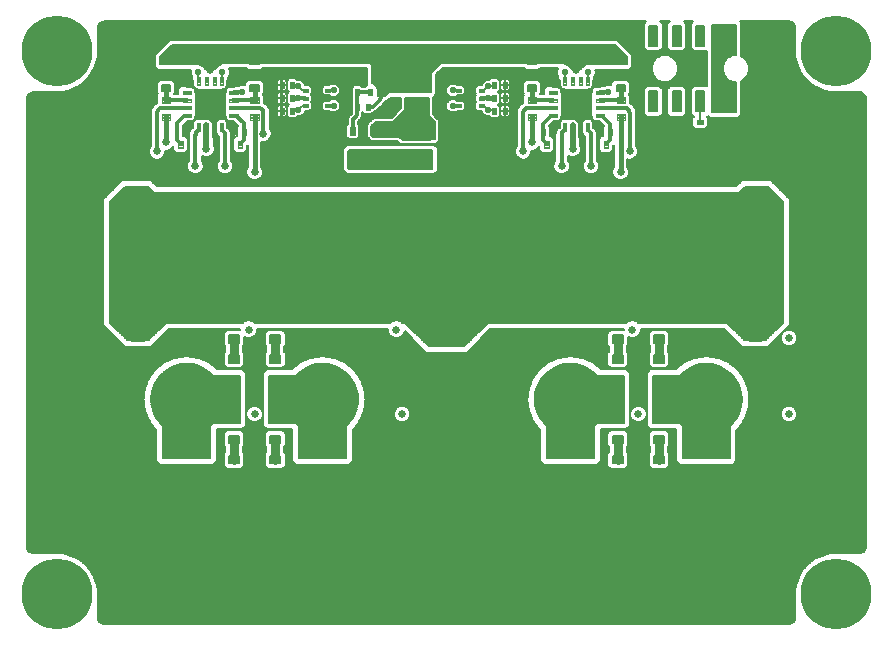
<source format=gtl>
G75*
%MOIN*%
%OFA0B0*%
%FSLAX24Y24*%
%IPPOS*%
%LPD*%
%AMOC8*
5,1,8,0,0,1.08239X$1,22.5*
%
%ADD10C,0.0041*%
%ADD11C,0.0063*%
%ADD12C,0.0126*%
%ADD13C,0.0200*%
%ADD14C,0.0060*%
%ADD15C,0.0031*%
%ADD16C,0.0041*%
%ADD17C,0.0104*%
%ADD18C,0.0047*%
%ADD19C,0.0050*%
%ADD20C,0.2362*%
%ADD21C,0.0120*%
%ADD22C,0.0039*%
%ADD23C,0.0024*%
%ADD24C,0.0142*%
%ADD25C,0.0102*%
%ADD26C,0.2047*%
%ADD27C,0.0067*%
%ADD28C,0.0157*%
%ADD29C,0.0059*%
%ADD30C,0.0256*%
%ADD31C,0.0413*%
%ADD32C,0.0315*%
%ADD33C,0.0217*%
%ADD34C,0.2441*%
%ADD35C,0.0354*%
%ADD36C,0.0591*%
%ADD37C,0.0118*%
%ADD38C,0.0197*%
%ADD39C,0.0079*%
D10*
X015402Y020050D02*
X015566Y020050D01*
X015566Y019776D01*
X015402Y019776D01*
X015402Y020050D01*
X015402Y019816D02*
X015566Y019816D01*
X015566Y019856D02*
X015402Y019856D01*
X015402Y019896D02*
X015566Y019896D01*
X015566Y019936D02*
X015402Y019936D01*
X015402Y019976D02*
X015566Y019976D01*
X015566Y020016D02*
X015402Y020016D01*
X016150Y020050D02*
X016314Y020050D01*
X016314Y019776D01*
X016150Y019776D01*
X016150Y020050D01*
X016150Y019816D02*
X016314Y019816D01*
X016314Y019856D02*
X016150Y019856D01*
X016150Y019896D02*
X016314Y019896D01*
X016314Y019936D02*
X016150Y019936D01*
X016150Y019976D02*
X016314Y019976D01*
X016314Y020016D02*
X016150Y020016D01*
X016150Y020995D02*
X016314Y020995D01*
X016314Y020721D01*
X016150Y020721D01*
X016150Y020995D01*
X016150Y020761D02*
X016314Y020761D01*
X016314Y020801D02*
X016150Y020801D01*
X016150Y020841D02*
X016314Y020841D01*
X016314Y020881D02*
X016150Y020881D01*
X016150Y020921D02*
X016314Y020921D01*
X016314Y020961D02*
X016150Y020961D01*
X015940Y020995D02*
X015776Y020995D01*
X015940Y020995D02*
X015940Y020721D01*
X015776Y020721D01*
X015776Y020995D01*
X015776Y020761D02*
X015940Y020761D01*
X015940Y020801D02*
X015776Y020801D01*
X015776Y020841D02*
X015940Y020841D01*
X015940Y020881D02*
X015776Y020881D01*
X015776Y020921D02*
X015940Y020921D01*
X015940Y020961D02*
X015776Y020961D01*
X015566Y020995D02*
X015402Y020995D01*
X015566Y020995D02*
X015566Y020721D01*
X015402Y020721D01*
X015402Y020995D01*
X015402Y020761D02*
X015566Y020761D01*
X015566Y020801D02*
X015402Y020801D01*
X015402Y020841D02*
X015566Y020841D01*
X015566Y020881D02*
X015402Y020881D01*
X015402Y020921D02*
X015566Y020921D01*
X015566Y020961D02*
X015402Y020961D01*
D11*
X015614Y022582D02*
X015866Y022582D01*
X015614Y022582D02*
X015614Y022914D01*
X015866Y022914D01*
X015866Y022582D01*
X015866Y022644D02*
X015614Y022644D01*
X015614Y022706D02*
X015866Y022706D01*
X015866Y022768D02*
X015614Y022768D01*
X015614Y022830D02*
X015866Y022830D01*
X015866Y022892D02*
X015614Y022892D01*
X016322Y022582D02*
X016574Y022582D01*
X016322Y022582D02*
X016322Y022914D01*
X016574Y022914D01*
X016574Y022582D01*
X016574Y022644D02*
X016322Y022644D01*
X016322Y022706D02*
X016574Y022706D01*
X016574Y022768D02*
X016322Y022768D01*
X016322Y022830D02*
X016574Y022830D01*
X016574Y022892D02*
X016322Y022892D01*
X013071Y014763D02*
X013071Y014511D01*
X012739Y014511D01*
X012739Y014763D01*
X013071Y014763D01*
X013071Y014573D02*
X012739Y014573D01*
X012739Y014635D02*
X013071Y014635D01*
X013071Y014697D02*
X012739Y014697D01*
X012739Y014759D02*
X013071Y014759D01*
X013071Y014055D02*
X013071Y013803D01*
X012739Y013803D01*
X012739Y014055D01*
X013071Y014055D01*
X013071Y013865D02*
X012739Y013865D01*
X012739Y013927D02*
X013071Y013927D01*
X013071Y013989D02*
X012739Y013989D01*
X012739Y014051D02*
X013071Y014051D01*
X013071Y013385D02*
X013071Y013133D01*
X012739Y013133D01*
X012739Y013385D01*
X013071Y013385D01*
X013071Y013195D02*
X012739Y013195D01*
X012739Y013257D02*
X013071Y013257D01*
X013071Y013319D02*
X012739Y013319D01*
X012739Y013381D02*
X013071Y013381D01*
X013071Y012677D02*
X013071Y012425D01*
X012739Y012425D01*
X012739Y012677D01*
X013071Y012677D01*
X013071Y012487D02*
X012739Y012487D01*
X012739Y012549D02*
X013071Y012549D01*
X013071Y012611D02*
X012739Y012611D01*
X012739Y012673D02*
X013071Y012673D01*
X011693Y012677D02*
X011693Y012425D01*
X011361Y012425D01*
X011361Y012677D01*
X011693Y012677D01*
X011693Y012487D02*
X011361Y012487D01*
X011361Y012549D02*
X011693Y012549D01*
X011693Y012611D02*
X011361Y012611D01*
X011361Y012673D02*
X011693Y012673D01*
X011693Y013133D02*
X011693Y013385D01*
X011693Y013133D02*
X011361Y013133D01*
X011361Y013385D01*
X011693Y013385D01*
X011693Y013195D02*
X011361Y013195D01*
X011361Y013257D02*
X011693Y013257D01*
X011693Y013319D02*
X011361Y013319D01*
X011361Y013381D02*
X011693Y013381D01*
X011693Y013803D02*
X011693Y014055D01*
X011693Y013803D02*
X011361Y013803D01*
X011361Y014055D01*
X011693Y014055D01*
X011693Y013865D02*
X011361Y013865D01*
X011361Y013927D02*
X011693Y013927D01*
X011693Y013989D02*
X011361Y013989D01*
X011361Y014051D02*
X011693Y014051D01*
X011693Y014511D02*
X011693Y014763D01*
X011693Y014511D02*
X011361Y014511D01*
X011361Y014763D01*
X011693Y014763D01*
X011693Y014573D02*
X011361Y014573D01*
X011361Y014635D02*
X011693Y014635D01*
X011693Y014697D02*
X011361Y014697D01*
X011361Y014759D02*
X011693Y014759D01*
X011693Y011417D02*
X011693Y011165D01*
X011361Y011165D01*
X011361Y011417D01*
X011693Y011417D01*
X011693Y011227D02*
X011361Y011227D01*
X011361Y011289D02*
X011693Y011289D01*
X011693Y011351D02*
X011361Y011351D01*
X011361Y011413D02*
X011693Y011413D01*
X011693Y010708D02*
X011693Y010456D01*
X011361Y010456D01*
X011361Y010708D01*
X011693Y010708D01*
X011693Y010518D02*
X011361Y010518D01*
X011361Y010580D02*
X011693Y010580D01*
X011693Y010642D02*
X011361Y010642D01*
X011361Y010704D02*
X011693Y010704D01*
X011693Y010039D02*
X011693Y009787D01*
X011361Y009787D01*
X011361Y010039D01*
X011693Y010039D01*
X011693Y009849D02*
X011361Y009849D01*
X011361Y009911D02*
X011693Y009911D01*
X011693Y009973D02*
X011361Y009973D01*
X011361Y010035D02*
X011693Y010035D01*
X011693Y009330D02*
X011693Y009078D01*
X011361Y009078D01*
X011361Y009330D01*
X011693Y009330D01*
X011693Y009140D02*
X011361Y009140D01*
X011361Y009202D02*
X011693Y009202D01*
X011693Y009264D02*
X011361Y009264D01*
X011361Y009326D02*
X011693Y009326D01*
X013071Y009330D02*
X013071Y009078D01*
X012739Y009078D01*
X012739Y009330D01*
X013071Y009330D01*
X013071Y009140D02*
X012739Y009140D01*
X012739Y009202D02*
X013071Y009202D01*
X013071Y009264D02*
X012739Y009264D01*
X012739Y009326D02*
X013071Y009326D01*
X013071Y009787D02*
X013071Y010039D01*
X013071Y009787D02*
X012739Y009787D01*
X012739Y010039D01*
X013071Y010039D01*
X013071Y009849D02*
X012739Y009849D01*
X012739Y009911D02*
X013071Y009911D01*
X013071Y009973D02*
X012739Y009973D01*
X012739Y010035D02*
X013071Y010035D01*
X013071Y010456D02*
X013071Y010708D01*
X013071Y010456D02*
X012739Y010456D01*
X012739Y010708D01*
X013071Y010708D01*
X013071Y010518D02*
X012739Y010518D01*
X012739Y010580D02*
X013071Y010580D01*
X013071Y010642D02*
X012739Y010642D01*
X012739Y010704D02*
X013071Y010704D01*
X013071Y011165D02*
X013071Y011417D01*
X013071Y011165D02*
X012739Y011165D01*
X012739Y011417D01*
X013071Y011417D01*
X013071Y011227D02*
X012739Y011227D01*
X012739Y011289D02*
X013071Y011289D01*
X013071Y011351D02*
X012739Y011351D01*
X012739Y011413D02*
X013071Y011413D01*
X024488Y011417D02*
X024488Y011165D01*
X024156Y011165D01*
X024156Y011417D01*
X024488Y011417D01*
X024488Y011227D02*
X024156Y011227D01*
X024156Y011289D02*
X024488Y011289D01*
X024488Y011351D02*
X024156Y011351D01*
X024156Y011413D02*
X024488Y011413D01*
X024488Y010708D02*
X024488Y010456D01*
X024156Y010456D01*
X024156Y010708D01*
X024488Y010708D01*
X024488Y010518D02*
X024156Y010518D01*
X024156Y010580D02*
X024488Y010580D01*
X024488Y010642D02*
X024156Y010642D01*
X024156Y010704D02*
X024488Y010704D01*
X024488Y010039D02*
X024488Y009787D01*
X024156Y009787D01*
X024156Y010039D01*
X024488Y010039D01*
X024488Y009849D02*
X024156Y009849D01*
X024156Y009911D02*
X024488Y009911D01*
X024488Y009973D02*
X024156Y009973D01*
X024156Y010035D02*
X024488Y010035D01*
X025866Y010039D02*
X025866Y009787D01*
X025534Y009787D01*
X025534Y010039D01*
X025866Y010039D01*
X025866Y009849D02*
X025534Y009849D01*
X025534Y009911D02*
X025866Y009911D01*
X025866Y009973D02*
X025534Y009973D01*
X025534Y010035D02*
X025866Y010035D01*
X025866Y010456D02*
X025866Y010708D01*
X025866Y010456D02*
X025534Y010456D01*
X025534Y010708D01*
X025866Y010708D01*
X025866Y010518D02*
X025534Y010518D01*
X025534Y010580D02*
X025866Y010580D01*
X025866Y010642D02*
X025534Y010642D01*
X025534Y010704D02*
X025866Y010704D01*
X025866Y011165D02*
X025866Y011417D01*
X025866Y011165D02*
X025534Y011165D01*
X025534Y011417D01*
X025866Y011417D01*
X025866Y011227D02*
X025534Y011227D01*
X025534Y011289D02*
X025866Y011289D01*
X025866Y011351D02*
X025534Y011351D01*
X025534Y011413D02*
X025866Y011413D01*
X025866Y012425D02*
X025866Y012677D01*
X025866Y012425D02*
X025534Y012425D01*
X025534Y012677D01*
X025866Y012677D01*
X025866Y012487D02*
X025534Y012487D01*
X025534Y012549D02*
X025866Y012549D01*
X025866Y012611D02*
X025534Y012611D01*
X025534Y012673D02*
X025866Y012673D01*
X025866Y013133D02*
X025866Y013385D01*
X025866Y013133D02*
X025534Y013133D01*
X025534Y013385D01*
X025866Y013385D01*
X025866Y013195D02*
X025534Y013195D01*
X025534Y013257D02*
X025866Y013257D01*
X025866Y013319D02*
X025534Y013319D01*
X025534Y013381D02*
X025866Y013381D01*
X025866Y013803D02*
X025866Y014055D01*
X025866Y013803D02*
X025534Y013803D01*
X025534Y014055D01*
X025866Y014055D01*
X025866Y013865D02*
X025534Y013865D01*
X025534Y013927D02*
X025866Y013927D01*
X025866Y013989D02*
X025534Y013989D01*
X025534Y014051D02*
X025866Y014051D01*
X025866Y014511D02*
X025866Y014763D01*
X025866Y014511D02*
X025534Y014511D01*
X025534Y014763D01*
X025866Y014763D01*
X025866Y014573D02*
X025534Y014573D01*
X025534Y014635D02*
X025866Y014635D01*
X025866Y014697D02*
X025534Y014697D01*
X025534Y014759D02*
X025866Y014759D01*
X024488Y014763D02*
X024488Y014511D01*
X024156Y014511D01*
X024156Y014763D01*
X024488Y014763D01*
X024488Y014573D02*
X024156Y014573D01*
X024156Y014635D02*
X024488Y014635D01*
X024488Y014697D02*
X024156Y014697D01*
X024156Y014759D02*
X024488Y014759D01*
X024488Y014055D02*
X024488Y013803D01*
X024156Y013803D01*
X024156Y014055D01*
X024488Y014055D01*
X024488Y013865D02*
X024156Y013865D01*
X024156Y013927D02*
X024488Y013927D01*
X024488Y013989D02*
X024156Y013989D01*
X024156Y014051D02*
X024488Y014051D01*
X024488Y013385D02*
X024488Y013133D01*
X024156Y013133D01*
X024156Y013385D01*
X024488Y013385D01*
X024488Y013195D02*
X024156Y013195D01*
X024156Y013257D02*
X024488Y013257D01*
X024488Y013319D02*
X024156Y013319D01*
X024156Y013381D02*
X024488Y013381D01*
X024488Y012677D02*
X024488Y012425D01*
X024156Y012425D01*
X024156Y012677D01*
X024488Y012677D01*
X024488Y012487D02*
X024156Y012487D01*
X024156Y012549D02*
X024488Y012549D01*
X024488Y012611D02*
X024156Y012611D01*
X024156Y012673D02*
X024488Y012673D01*
X024488Y009330D02*
X024488Y009078D01*
X024156Y009078D01*
X024156Y009330D01*
X024488Y009330D01*
X024488Y009140D02*
X024156Y009140D01*
X024156Y009202D02*
X024488Y009202D01*
X024488Y009264D02*
X024156Y009264D01*
X024156Y009326D02*
X024488Y009326D01*
X025866Y009330D02*
X025866Y009078D01*
X025534Y009078D01*
X025534Y009330D01*
X025866Y009330D01*
X025866Y009140D02*
X025534Y009140D01*
X025534Y009202D02*
X025866Y009202D01*
X025866Y009264D02*
X025534Y009264D01*
X025534Y009326D02*
X025866Y009326D01*
D12*
X017181Y019661D02*
X017181Y020165D01*
X018079Y020165D01*
X018079Y019661D01*
X017181Y019661D01*
X017181Y019786D02*
X018079Y019786D01*
X018079Y019911D02*
X017181Y019911D01*
X017181Y020036D02*
X018079Y020036D01*
X018079Y020161D02*
X017181Y020161D01*
X017181Y020606D02*
X017181Y021110D01*
X018079Y021110D01*
X018079Y020606D01*
X017181Y020606D01*
X017181Y020731D02*
X018079Y020731D01*
X018079Y020856D02*
X017181Y020856D01*
X017181Y020981D02*
X018079Y020981D01*
X018079Y021106D02*
X017181Y021106D01*
D13*
X017230Y022220D02*
X018030Y022220D01*
X017230Y022220D02*
X017230Y023020D01*
X018030Y023020D01*
X018030Y022220D01*
X018030Y022419D02*
X017230Y022419D01*
X017230Y022618D02*
X018030Y022618D01*
X018030Y022817D02*
X017230Y022817D01*
X017230Y023016D02*
X018030Y023016D01*
D14*
X017410Y021814D02*
X017410Y021574D01*
X017410Y021814D02*
X017850Y021814D01*
X017850Y021574D01*
X017410Y021574D01*
X017410Y021633D02*
X017850Y021633D01*
X017850Y021692D02*
X017410Y021692D01*
X017410Y021751D02*
X017850Y021751D01*
X017850Y021810D02*
X017410Y021810D01*
D15*
X016492Y022054D02*
X016366Y022054D01*
X016366Y022260D01*
X016492Y022260D01*
X016492Y022054D01*
X016492Y022084D02*
X016366Y022084D01*
X016366Y022114D02*
X016492Y022114D01*
X016492Y022144D02*
X016366Y022144D01*
X016366Y022174D02*
X016492Y022174D01*
X016492Y022204D02*
X016366Y022204D01*
X016366Y022234D02*
X016492Y022234D01*
X016137Y022054D02*
X016011Y022054D01*
X016011Y022260D01*
X016137Y022260D01*
X016137Y022054D01*
X016137Y022084D02*
X016011Y022084D01*
X016011Y022114D02*
X016137Y022114D01*
X016137Y022144D02*
X016011Y022144D01*
X016011Y022174D02*
X016137Y022174D01*
X016137Y022204D02*
X016011Y022204D01*
X016011Y022234D02*
X016137Y022234D01*
X015704Y022054D02*
X015578Y022054D01*
X015578Y022260D01*
X015704Y022260D01*
X015704Y022054D01*
X015704Y022084D02*
X015578Y022084D01*
X015578Y022114D02*
X015704Y022114D01*
X015704Y022144D02*
X015578Y022144D01*
X015578Y022174D02*
X015704Y022174D01*
X015704Y022204D02*
X015578Y022204D01*
X015578Y022234D02*
X015704Y022234D01*
X015350Y022054D02*
X015224Y022054D01*
X015224Y022260D01*
X015350Y022260D01*
X015350Y022054D01*
X015350Y022084D02*
X015224Y022084D01*
X015224Y022114D02*
X015350Y022114D01*
X015350Y022144D02*
X015224Y022144D01*
X015224Y022174D02*
X015350Y022174D01*
X015350Y022204D02*
X015224Y022204D01*
X015224Y022234D02*
X015350Y022234D01*
X015578Y021562D02*
X015704Y021562D01*
X015578Y021562D02*
X015578Y021768D01*
X015704Y021768D01*
X015704Y021562D01*
X015704Y021592D02*
X015578Y021592D01*
X015578Y021622D02*
X015704Y021622D01*
X015704Y021652D02*
X015578Y021652D01*
X015578Y021682D02*
X015704Y021682D01*
X015704Y021712D02*
X015578Y021712D01*
X015578Y021742D02*
X015704Y021742D01*
X015933Y021562D02*
X016059Y021562D01*
X015933Y021562D02*
X015933Y021768D01*
X016059Y021768D01*
X016059Y021562D01*
X016059Y021592D02*
X015933Y021592D01*
X015933Y021622D02*
X016059Y021622D01*
X016059Y021652D02*
X015933Y021652D01*
X015933Y021682D02*
X016059Y021682D01*
X016059Y021712D02*
X015933Y021712D01*
X015933Y021742D02*
X016059Y021742D01*
X013539Y021424D02*
X013413Y021424D01*
X013413Y021630D01*
X013539Y021630D01*
X013539Y021424D01*
X013539Y021454D02*
X013413Y021454D01*
X013413Y021484D02*
X013539Y021484D01*
X013539Y021514D02*
X013413Y021514D01*
X013413Y021544D02*
X013539Y021544D01*
X013539Y021574D02*
X013413Y021574D01*
X013413Y021604D02*
X013539Y021604D01*
X013539Y021857D02*
X013413Y021857D01*
X013413Y022063D01*
X013539Y022063D01*
X013539Y021857D01*
X013539Y021887D02*
X013413Y021887D01*
X013413Y021917D02*
X013539Y021917D01*
X013539Y021947D02*
X013413Y021947D01*
X013413Y021977D02*
X013539Y021977D01*
X013539Y022007D02*
X013413Y022007D01*
X013413Y022037D02*
X013539Y022037D01*
X013539Y022290D02*
X013413Y022290D01*
X013413Y022496D01*
X013539Y022496D01*
X013539Y022290D01*
X013539Y022320D02*
X013413Y022320D01*
X013413Y022350D02*
X013539Y022350D01*
X013539Y022380D02*
X013413Y022380D01*
X013413Y022410D02*
X013539Y022410D01*
X013539Y022440D02*
X013413Y022440D01*
X013413Y022470D02*
X013539Y022470D01*
X013185Y022290D02*
X013059Y022290D01*
X013059Y022496D01*
X013185Y022496D01*
X013185Y022290D01*
X013185Y022320D02*
X013059Y022320D01*
X013059Y022350D02*
X013185Y022350D01*
X013185Y022380D02*
X013059Y022380D01*
X013059Y022410D02*
X013185Y022410D01*
X013185Y022440D02*
X013059Y022440D01*
X013059Y022470D02*
X013185Y022470D01*
X013185Y021857D02*
X013059Y021857D01*
X013059Y022063D01*
X013185Y022063D01*
X013185Y021857D01*
X013185Y021887D02*
X013059Y021887D01*
X013059Y021917D02*
X013185Y021917D01*
X013185Y021947D02*
X013059Y021947D01*
X013059Y021977D02*
X013185Y021977D01*
X013185Y022007D02*
X013059Y022007D01*
X013059Y022037D02*
X013185Y022037D01*
X013185Y021424D02*
X013059Y021424D01*
X013059Y021630D01*
X013185Y021630D01*
X013185Y021424D01*
X013185Y021454D02*
X013059Y021454D01*
X013059Y021484D02*
X013185Y021484D01*
X013185Y021514D02*
X013059Y021514D01*
X013059Y021544D02*
X013185Y021544D01*
X013185Y021574D02*
X013059Y021574D01*
X013059Y021604D02*
X013185Y021604D01*
X012279Y020735D02*
X012153Y020735D01*
X012153Y020941D01*
X012279Y020941D01*
X012279Y020735D01*
X012279Y020765D02*
X012153Y020765D01*
X012153Y020795D02*
X012279Y020795D01*
X012279Y020825D02*
X012153Y020825D01*
X012153Y020855D02*
X012279Y020855D01*
X012279Y020885D02*
X012153Y020885D01*
X012153Y020915D02*
X012279Y020915D01*
X011925Y020735D02*
X011799Y020735D01*
X011799Y020941D01*
X011925Y020941D01*
X011925Y020735D01*
X011925Y020765D02*
X011799Y020765D01*
X011799Y020795D02*
X011925Y020795D01*
X011925Y020825D02*
X011799Y020825D01*
X011799Y020855D02*
X011925Y020855D01*
X011925Y020885D02*
X011799Y020885D01*
X011799Y020915D02*
X011925Y020915D01*
X011029Y020636D02*
X010903Y020636D01*
X011029Y020636D02*
X011029Y020430D01*
X010903Y020430D01*
X010903Y020636D01*
X010903Y020460D02*
X011029Y020460D01*
X011029Y020490D02*
X010903Y020490D01*
X010903Y020520D02*
X011029Y020520D01*
X011029Y020550D02*
X010903Y020550D01*
X010903Y020580D02*
X011029Y020580D01*
X011029Y020610D02*
X010903Y020610D01*
X010675Y020636D02*
X010549Y020636D01*
X010675Y020636D02*
X010675Y020430D01*
X010549Y020430D01*
X010549Y020636D01*
X010549Y020460D02*
X010675Y020460D01*
X010675Y020490D02*
X010549Y020490D01*
X010549Y020520D02*
X010675Y020520D01*
X010675Y020550D02*
X010549Y020550D01*
X010549Y020580D02*
X010675Y020580D01*
X010675Y020610D02*
X010549Y020610D01*
X009681Y020735D02*
X009555Y020735D01*
X009555Y020941D01*
X009681Y020941D01*
X009681Y020735D01*
X009681Y020765D02*
X009555Y020765D01*
X009555Y020795D02*
X009681Y020795D01*
X009681Y020825D02*
X009555Y020825D01*
X009555Y020855D02*
X009681Y020855D01*
X009681Y020885D02*
X009555Y020885D01*
X009555Y020915D02*
X009681Y020915D01*
X009326Y020735D02*
X009200Y020735D01*
X009200Y020941D01*
X009326Y020941D01*
X009326Y020735D01*
X009326Y020765D02*
X009200Y020765D01*
X009200Y020795D02*
X009326Y020795D01*
X009326Y020825D02*
X009200Y020825D01*
X009200Y020855D02*
X009326Y020855D01*
X009326Y020885D02*
X009200Y020885D01*
X009200Y020915D02*
X009326Y020915D01*
X020145Y021630D02*
X020271Y021630D01*
X020271Y021424D01*
X020145Y021424D01*
X020145Y021630D01*
X020145Y021454D02*
X020271Y021454D01*
X020271Y021484D02*
X020145Y021484D01*
X020145Y021514D02*
X020271Y021514D01*
X020271Y021544D02*
X020145Y021544D01*
X020145Y021574D02*
X020271Y021574D01*
X020271Y021604D02*
X020145Y021604D01*
X020145Y022063D02*
X020271Y022063D01*
X020271Y021857D01*
X020145Y021857D01*
X020145Y022063D01*
X020145Y021887D02*
X020271Y021887D01*
X020271Y021917D02*
X020145Y021917D01*
X020145Y021947D02*
X020271Y021947D01*
X020271Y021977D02*
X020145Y021977D01*
X020145Y022007D02*
X020271Y022007D01*
X020271Y022037D02*
X020145Y022037D01*
X020145Y022496D02*
X020271Y022496D01*
X020271Y022290D01*
X020145Y022290D01*
X020145Y022496D01*
X020145Y022320D02*
X020271Y022320D01*
X020271Y022350D02*
X020145Y022350D01*
X020145Y022380D02*
X020271Y022380D01*
X020271Y022410D02*
X020145Y022410D01*
X020145Y022440D02*
X020271Y022440D01*
X020271Y022470D02*
X020145Y022470D01*
X020500Y022496D02*
X020626Y022496D01*
X020626Y022290D01*
X020500Y022290D01*
X020500Y022496D01*
X020500Y022320D02*
X020626Y022320D01*
X020626Y022350D02*
X020500Y022350D01*
X020500Y022380D02*
X020626Y022380D01*
X020626Y022410D02*
X020500Y022410D01*
X020500Y022440D02*
X020626Y022440D01*
X020626Y022470D02*
X020500Y022470D01*
X020500Y022063D02*
X020626Y022063D01*
X020626Y021857D01*
X020500Y021857D01*
X020500Y022063D01*
X020500Y021887D02*
X020626Y021887D01*
X020626Y021917D02*
X020500Y021917D01*
X020500Y021947D02*
X020626Y021947D01*
X020626Y021977D02*
X020500Y021977D01*
X020500Y022007D02*
X020626Y022007D01*
X020626Y022037D02*
X020500Y022037D01*
X020500Y021630D02*
X020626Y021630D01*
X020626Y021424D01*
X020500Y021424D01*
X020500Y021630D01*
X020500Y021454D02*
X020626Y021454D01*
X020626Y021484D02*
X020500Y021484D01*
X020500Y021514D02*
X020626Y021514D01*
X020626Y021544D02*
X020500Y021544D01*
X020500Y021574D02*
X020626Y021574D01*
X020626Y021604D02*
X020500Y021604D01*
X021405Y020735D02*
X021531Y020735D01*
X021405Y020735D02*
X021405Y020941D01*
X021531Y020941D01*
X021531Y020735D01*
X021531Y020765D02*
X021405Y020765D01*
X021405Y020795D02*
X021531Y020795D01*
X021531Y020825D02*
X021405Y020825D01*
X021405Y020855D02*
X021531Y020855D01*
X021531Y020885D02*
X021405Y020885D01*
X021405Y020915D02*
X021531Y020915D01*
X021759Y020735D02*
X021885Y020735D01*
X021759Y020735D02*
X021759Y020941D01*
X021885Y020941D01*
X021885Y020735D01*
X021885Y020765D02*
X021759Y020765D01*
X021759Y020795D02*
X021885Y020795D01*
X021885Y020825D02*
X021759Y020825D01*
X021759Y020855D02*
X021885Y020855D01*
X021885Y020885D02*
X021759Y020885D01*
X021759Y020915D02*
X021885Y020915D01*
X022754Y020636D02*
X022880Y020636D01*
X022880Y020430D01*
X022754Y020430D01*
X022754Y020636D01*
X022754Y020460D02*
X022880Y020460D01*
X022880Y020490D02*
X022754Y020490D01*
X022754Y020520D02*
X022880Y020520D01*
X022880Y020550D02*
X022754Y020550D01*
X022754Y020580D02*
X022880Y020580D01*
X022880Y020610D02*
X022754Y020610D01*
X023108Y020636D02*
X023234Y020636D01*
X023234Y020430D01*
X023108Y020430D01*
X023108Y020636D01*
X023108Y020460D02*
X023234Y020460D01*
X023234Y020490D02*
X023108Y020490D01*
X023108Y020520D02*
X023234Y020520D01*
X023234Y020550D02*
X023108Y020550D01*
X023108Y020580D02*
X023234Y020580D01*
X023234Y020610D02*
X023108Y020610D01*
X024004Y020735D02*
X024130Y020735D01*
X024004Y020735D02*
X024004Y020941D01*
X024130Y020941D01*
X024130Y020735D01*
X024130Y020765D02*
X024004Y020765D01*
X024004Y020795D02*
X024130Y020795D01*
X024130Y020825D02*
X024004Y020825D01*
X024004Y020855D02*
X024130Y020855D01*
X024130Y020885D02*
X024004Y020885D01*
X024004Y020915D02*
X024130Y020915D01*
X024358Y020735D02*
X024484Y020735D01*
X024358Y020735D02*
X024358Y020941D01*
X024484Y020941D01*
X024484Y020735D01*
X024484Y020765D02*
X024358Y020765D01*
X024358Y020795D02*
X024484Y020795D01*
X024484Y020825D02*
X024358Y020825D01*
X024358Y020855D02*
X024484Y020855D01*
X024484Y020885D02*
X024358Y020885D01*
X024358Y020915D02*
X024484Y020915D01*
X026975Y020862D02*
X026975Y020736D01*
X026975Y020862D02*
X027181Y020862D01*
X027181Y020736D01*
X026975Y020736D01*
X026975Y020766D02*
X027181Y020766D01*
X027181Y020796D02*
X026975Y020796D01*
X026975Y020826D02*
X027181Y020826D01*
X027181Y020856D02*
X026975Y020856D01*
X026975Y021090D02*
X026975Y021216D01*
X027181Y021216D01*
X027181Y021090D01*
X026975Y021090D01*
X026975Y021120D02*
X027181Y021120D01*
X027181Y021150D02*
X026975Y021150D01*
X026975Y021180D02*
X027181Y021180D01*
X027181Y021210D02*
X026975Y021210D01*
D16*
X023857Y021429D02*
X023583Y021429D01*
X023857Y021429D02*
X023857Y021331D01*
X023583Y021331D01*
X023583Y021429D01*
X023583Y021371D02*
X023857Y021371D01*
X023857Y021411D02*
X023583Y021411D01*
X023583Y021684D02*
X023857Y021684D01*
X023857Y021586D01*
X023583Y021586D01*
X023583Y021684D01*
X023583Y021626D02*
X023857Y021626D01*
X023857Y021666D02*
X023583Y021666D01*
X023583Y021940D02*
X023857Y021940D01*
X023857Y021842D01*
X023583Y021842D01*
X023583Y021940D01*
X023583Y021882D02*
X023857Y021882D01*
X023857Y021922D02*
X023583Y021922D01*
X023583Y022196D02*
X023857Y022196D01*
X023857Y022098D01*
X023583Y022098D01*
X023583Y022196D01*
X023583Y022138D02*
X023857Y022138D01*
X023857Y022178D02*
X023583Y022178D01*
X023279Y022402D02*
X023279Y022676D01*
X023377Y022676D01*
X023377Y022402D01*
X023279Y022402D01*
X023279Y022442D02*
X023377Y022442D01*
X023377Y022482D02*
X023279Y022482D01*
X023279Y022522D02*
X023377Y022522D01*
X023377Y022562D02*
X023279Y022562D01*
X023279Y022602D02*
X023377Y022602D01*
X023377Y022642D02*
X023279Y022642D01*
X023023Y022676D02*
X023023Y022402D01*
X023023Y022676D02*
X023121Y022676D01*
X023121Y022402D01*
X023023Y022402D01*
X023023Y022442D02*
X023121Y022442D01*
X023121Y022482D02*
X023023Y022482D01*
X023023Y022522D02*
X023121Y022522D01*
X023121Y022562D02*
X023023Y022562D01*
X023023Y022602D02*
X023121Y022602D01*
X023121Y022642D02*
X023023Y022642D01*
X022768Y022676D02*
X022768Y022402D01*
X022768Y022676D02*
X022866Y022676D01*
X022866Y022402D01*
X022768Y022402D01*
X022768Y022442D02*
X022866Y022442D01*
X022866Y022482D02*
X022768Y022482D01*
X022768Y022522D02*
X022866Y022522D01*
X022866Y022562D02*
X022768Y022562D01*
X022768Y022602D02*
X022866Y022602D01*
X022866Y022642D02*
X022768Y022642D01*
X022512Y022676D02*
X022512Y022402D01*
X022512Y022676D02*
X022610Y022676D01*
X022610Y022402D01*
X022512Y022402D01*
X022512Y022442D02*
X022610Y022442D01*
X022610Y022482D02*
X022512Y022482D01*
X022512Y022522D02*
X022610Y022522D01*
X022610Y022562D02*
X022512Y022562D01*
X022512Y022602D02*
X022610Y022602D01*
X022610Y022642D02*
X022512Y022642D01*
X022306Y022098D02*
X022032Y022098D01*
X022032Y022196D01*
X022306Y022196D01*
X022306Y022098D01*
X022306Y022138D02*
X022032Y022138D01*
X022032Y022178D02*
X022306Y022178D01*
X022306Y021842D02*
X022032Y021842D01*
X022032Y021940D01*
X022306Y021940D01*
X022306Y021842D01*
X022306Y021882D02*
X022032Y021882D01*
X022032Y021922D02*
X022306Y021922D01*
X022306Y021586D02*
X022032Y021586D01*
X022032Y021684D01*
X022306Y021684D01*
X022306Y021586D01*
X022306Y021626D02*
X022032Y021626D01*
X022032Y021666D02*
X022306Y021666D01*
X022306Y021331D02*
X022032Y021331D01*
X022032Y021429D01*
X022306Y021429D01*
X022306Y021331D01*
X022306Y021371D02*
X022032Y021371D01*
X022032Y021411D02*
X022306Y021411D01*
X022610Y021125D02*
X022610Y020851D01*
X022512Y020851D01*
X022512Y021125D01*
X022610Y021125D01*
X022610Y020891D02*
X022512Y020891D01*
X022512Y020931D02*
X022610Y020931D01*
X022610Y020971D02*
X022512Y020971D01*
X022512Y021011D02*
X022610Y021011D01*
X022610Y021051D02*
X022512Y021051D01*
X022512Y021091D02*
X022610Y021091D01*
X022866Y021125D02*
X022866Y020851D01*
X022768Y020851D01*
X022768Y021125D01*
X022866Y021125D01*
X022866Y020891D02*
X022768Y020891D01*
X022768Y020931D02*
X022866Y020931D01*
X022866Y020971D02*
X022768Y020971D01*
X022768Y021011D02*
X022866Y021011D01*
X022866Y021051D02*
X022768Y021051D01*
X022768Y021091D02*
X022866Y021091D01*
X023121Y021125D02*
X023121Y020851D01*
X023023Y020851D01*
X023023Y021125D01*
X023121Y021125D01*
X023121Y020891D02*
X023023Y020891D01*
X023023Y020931D02*
X023121Y020931D01*
X023121Y020971D02*
X023023Y020971D01*
X023023Y021011D02*
X023121Y021011D01*
X023121Y021051D02*
X023023Y021051D01*
X023023Y021091D02*
X023121Y021091D01*
X023377Y021125D02*
X023377Y020851D01*
X023279Y020851D01*
X023279Y021125D01*
X023377Y021125D01*
X023377Y020891D02*
X023279Y020891D01*
X023279Y020931D02*
X023377Y020931D01*
X023377Y020971D02*
X023279Y020971D01*
X023279Y021011D02*
X023377Y021011D01*
X023377Y021051D02*
X023279Y021051D01*
X023279Y021091D02*
X023377Y021091D01*
X011652Y021429D02*
X011378Y021429D01*
X011652Y021429D02*
X011652Y021331D01*
X011378Y021331D01*
X011378Y021429D01*
X011378Y021371D02*
X011652Y021371D01*
X011652Y021411D02*
X011378Y021411D01*
X011378Y021684D02*
X011652Y021684D01*
X011652Y021586D01*
X011378Y021586D01*
X011378Y021684D01*
X011378Y021626D02*
X011652Y021626D01*
X011652Y021666D02*
X011378Y021666D01*
X011378Y021940D02*
X011652Y021940D01*
X011652Y021842D01*
X011378Y021842D01*
X011378Y021940D01*
X011378Y021882D02*
X011652Y021882D01*
X011652Y021922D02*
X011378Y021922D01*
X011378Y022196D02*
X011652Y022196D01*
X011652Y022098D01*
X011378Y022098D01*
X011378Y022196D01*
X011378Y022138D02*
X011652Y022138D01*
X011652Y022178D02*
X011378Y022178D01*
X011075Y022402D02*
X011075Y022676D01*
X011173Y022676D01*
X011173Y022402D01*
X011075Y022402D01*
X011075Y022442D02*
X011173Y022442D01*
X011173Y022482D02*
X011075Y022482D01*
X011075Y022522D02*
X011173Y022522D01*
X011173Y022562D02*
X011075Y022562D01*
X011075Y022602D02*
X011173Y022602D01*
X011173Y022642D02*
X011075Y022642D01*
X010819Y022676D02*
X010819Y022402D01*
X010819Y022676D02*
X010917Y022676D01*
X010917Y022402D01*
X010819Y022402D01*
X010819Y022442D02*
X010917Y022442D01*
X010917Y022482D02*
X010819Y022482D01*
X010819Y022522D02*
X010917Y022522D01*
X010917Y022562D02*
X010819Y022562D01*
X010819Y022602D02*
X010917Y022602D01*
X010917Y022642D02*
X010819Y022642D01*
X010563Y022676D02*
X010563Y022402D01*
X010563Y022676D02*
X010661Y022676D01*
X010661Y022402D01*
X010563Y022402D01*
X010563Y022442D02*
X010661Y022442D01*
X010661Y022482D02*
X010563Y022482D01*
X010563Y022522D02*
X010661Y022522D01*
X010661Y022562D02*
X010563Y022562D01*
X010563Y022602D02*
X010661Y022602D01*
X010661Y022642D02*
X010563Y022642D01*
X010307Y022676D02*
X010307Y022402D01*
X010307Y022676D02*
X010405Y022676D01*
X010405Y022402D01*
X010307Y022402D01*
X010307Y022442D02*
X010405Y022442D01*
X010405Y022482D02*
X010307Y022482D01*
X010307Y022522D02*
X010405Y022522D01*
X010405Y022562D02*
X010307Y022562D01*
X010307Y022602D02*
X010405Y022602D01*
X010405Y022642D02*
X010307Y022642D01*
X010101Y022098D02*
X009827Y022098D01*
X009827Y022196D01*
X010101Y022196D01*
X010101Y022098D01*
X010101Y022138D02*
X009827Y022138D01*
X009827Y022178D02*
X010101Y022178D01*
X010101Y021842D02*
X009827Y021842D01*
X009827Y021940D01*
X010101Y021940D01*
X010101Y021842D01*
X010101Y021882D02*
X009827Y021882D01*
X009827Y021922D02*
X010101Y021922D01*
X010101Y021586D02*
X009827Y021586D01*
X009827Y021684D01*
X010101Y021684D01*
X010101Y021586D01*
X010101Y021626D02*
X009827Y021626D01*
X009827Y021666D02*
X010101Y021666D01*
X010101Y021331D02*
X009827Y021331D01*
X009827Y021429D01*
X010101Y021429D01*
X010101Y021331D01*
X010101Y021371D02*
X009827Y021371D01*
X009827Y021411D02*
X010101Y021411D01*
X010405Y021125D02*
X010405Y020851D01*
X010307Y020851D01*
X010307Y021125D01*
X010405Y021125D01*
X010405Y020891D02*
X010307Y020891D01*
X010307Y020931D02*
X010405Y020931D01*
X010405Y020971D02*
X010307Y020971D01*
X010307Y021011D02*
X010405Y021011D01*
X010405Y021051D02*
X010307Y021051D01*
X010307Y021091D02*
X010405Y021091D01*
X010661Y021125D02*
X010661Y020851D01*
X010563Y020851D01*
X010563Y021125D01*
X010661Y021125D01*
X010661Y020891D02*
X010563Y020891D01*
X010563Y020931D02*
X010661Y020931D01*
X010661Y020971D02*
X010563Y020971D01*
X010563Y021011D02*
X010661Y021011D01*
X010661Y021051D02*
X010563Y021051D01*
X010563Y021091D02*
X010661Y021091D01*
X010917Y021125D02*
X010917Y020851D01*
X010819Y020851D01*
X010819Y021125D01*
X010917Y021125D01*
X010917Y020891D02*
X010819Y020891D01*
X010819Y020931D02*
X010917Y020931D01*
X010917Y020971D02*
X010819Y020971D01*
X010819Y021011D02*
X010917Y021011D01*
X010917Y021051D02*
X010819Y021051D01*
X010819Y021091D02*
X010917Y021091D01*
X011173Y021125D02*
X011173Y020851D01*
X011075Y020851D01*
X011075Y021125D01*
X011173Y021125D01*
X011173Y020891D02*
X011075Y020891D01*
X011075Y020931D02*
X011173Y020931D01*
X011173Y020971D02*
X011075Y020971D01*
X011075Y021011D02*
X011173Y021011D01*
X011173Y021051D02*
X011075Y021051D01*
X011075Y021091D02*
X011173Y021091D01*
D17*
X011209Y021294D02*
X010271Y021294D01*
X010271Y022232D01*
X011209Y022232D01*
X011209Y021294D01*
X011209Y021397D02*
X010271Y021397D01*
X010271Y021500D02*
X011209Y021500D01*
X011209Y021603D02*
X010271Y021603D01*
X010271Y021706D02*
X011209Y021706D01*
X011209Y021809D02*
X010271Y021809D01*
X010271Y021912D02*
X011209Y021912D01*
X011209Y022015D02*
X010271Y022015D01*
X010271Y022118D02*
X011209Y022118D01*
X011209Y022221D02*
X010271Y022221D01*
X022475Y021294D02*
X023413Y021294D01*
X022475Y021294D02*
X022475Y022232D01*
X023413Y022232D01*
X023413Y021294D01*
X023413Y021397D02*
X022475Y021397D01*
X022475Y021500D02*
X023413Y021500D01*
X023413Y021603D02*
X022475Y021603D01*
X022475Y021706D02*
X023413Y021706D01*
X023413Y021809D02*
X022475Y021809D01*
X022475Y021912D02*
X023413Y021912D01*
X023413Y022015D02*
X022475Y022015D01*
X022475Y022118D02*
X023413Y022118D01*
X023413Y022221D02*
X022475Y022221D01*
D18*
X022193Y022961D02*
X021925Y022961D01*
X022193Y022961D02*
X022193Y022771D01*
X021925Y022771D01*
X021925Y022961D01*
X021925Y022817D02*
X022193Y022817D01*
X022193Y022863D02*
X021925Y022863D01*
X021925Y022909D02*
X022193Y022909D01*
X022193Y022955D02*
X021925Y022955D01*
X021925Y023512D02*
X022193Y023512D01*
X022193Y023322D01*
X021925Y023322D01*
X021925Y023512D01*
X021925Y023368D02*
X022193Y023368D01*
X022193Y023414D02*
X021925Y023414D01*
X021925Y023460D02*
X022193Y023460D01*
X022193Y023506D02*
X021925Y023506D01*
X021602Y021986D02*
X021334Y021986D01*
X021602Y021986D02*
X021602Y021796D01*
X021334Y021796D01*
X021334Y021986D01*
X021334Y021842D02*
X021602Y021842D01*
X021602Y021888D02*
X021334Y021888D01*
X021334Y021934D02*
X021602Y021934D01*
X021602Y021980D02*
X021334Y021980D01*
X021334Y021435D02*
X021602Y021435D01*
X021602Y021245D01*
X021334Y021245D01*
X021334Y021435D01*
X021334Y021291D02*
X021602Y021291D01*
X021602Y021337D02*
X021334Y021337D01*
X021334Y021383D02*
X021602Y021383D01*
X021602Y021429D02*
X021334Y021429D01*
X024287Y021245D02*
X024555Y021245D01*
X024287Y021245D02*
X024287Y021435D01*
X024555Y021435D01*
X024555Y021245D01*
X024555Y021291D02*
X024287Y021291D01*
X024287Y021337D02*
X024555Y021337D01*
X024555Y021383D02*
X024287Y021383D01*
X024287Y021429D02*
X024555Y021429D01*
X024555Y021796D02*
X024287Y021796D01*
X024287Y021986D01*
X024555Y021986D01*
X024555Y021796D01*
X024555Y021842D02*
X024287Y021842D01*
X024287Y021888D02*
X024555Y021888D01*
X024555Y021934D02*
X024287Y021934D01*
X024287Y021980D02*
X024555Y021980D01*
X020913Y014752D02*
X020645Y014752D01*
X020913Y014752D02*
X020913Y014562D01*
X020645Y014562D01*
X020645Y014752D01*
X020645Y014608D02*
X020913Y014608D01*
X020913Y014654D02*
X020645Y014654D01*
X020645Y014700D02*
X020913Y014700D01*
X020913Y014746D02*
X020645Y014746D01*
X020645Y014201D02*
X020913Y014201D01*
X020913Y014011D01*
X020645Y014011D01*
X020645Y014201D01*
X020645Y014057D02*
X020913Y014057D01*
X020913Y014103D02*
X020645Y014103D01*
X020645Y014149D02*
X020913Y014149D01*
X020913Y014195D02*
X020645Y014195D01*
X012350Y021245D02*
X012082Y021245D01*
X012082Y021435D01*
X012350Y021435D01*
X012350Y021245D01*
X012350Y021291D02*
X012082Y021291D01*
X012082Y021337D02*
X012350Y021337D01*
X012350Y021383D02*
X012082Y021383D01*
X012082Y021429D02*
X012350Y021429D01*
X012350Y021796D02*
X012082Y021796D01*
X012082Y021986D01*
X012350Y021986D01*
X012350Y021796D01*
X012350Y021842D02*
X012082Y021842D01*
X012082Y021888D02*
X012350Y021888D01*
X012350Y021934D02*
X012082Y021934D01*
X012082Y021980D02*
X012350Y021980D01*
X011760Y022961D02*
X011492Y022961D01*
X011760Y022961D02*
X011760Y022771D01*
X011492Y022771D01*
X011492Y022961D01*
X011492Y022817D02*
X011760Y022817D01*
X011760Y022863D02*
X011492Y022863D01*
X011492Y022909D02*
X011760Y022909D01*
X011760Y022955D02*
X011492Y022955D01*
X011492Y023512D02*
X011760Y023512D01*
X011760Y023322D01*
X011492Y023322D01*
X011492Y023512D01*
X011492Y023368D02*
X011760Y023368D01*
X011760Y023414D02*
X011492Y023414D01*
X011492Y023460D02*
X011760Y023460D01*
X011760Y023506D02*
X011492Y023506D01*
X009397Y021986D02*
X009129Y021986D01*
X009397Y021986D02*
X009397Y021796D01*
X009129Y021796D01*
X009129Y021986D01*
X009129Y021842D02*
X009397Y021842D01*
X009397Y021888D02*
X009129Y021888D01*
X009129Y021934D02*
X009397Y021934D01*
X009397Y021980D02*
X009129Y021980D01*
X009129Y021435D02*
X009397Y021435D01*
X009397Y021245D01*
X009129Y021245D01*
X009129Y021435D01*
X009129Y021291D02*
X009397Y021291D01*
X009397Y021337D02*
X009129Y021337D01*
X009129Y021383D02*
X009397Y021383D01*
X009397Y021429D02*
X009129Y021429D01*
D19*
X009401Y022210D02*
X009401Y022408D01*
X009401Y022210D02*
X009125Y022210D01*
X009125Y022408D01*
X009401Y022408D01*
X009401Y022259D02*
X009125Y022259D01*
X009125Y022308D02*
X009401Y022308D01*
X009401Y022357D02*
X009125Y022357D01*
X009125Y022406D02*
X009401Y022406D01*
X009401Y023088D02*
X009401Y023286D01*
X009401Y023088D02*
X009125Y023088D01*
X009125Y023286D01*
X009401Y023286D01*
X009401Y023137D02*
X009125Y023137D01*
X009125Y023186D02*
X009401Y023186D01*
X009401Y023235D02*
X009125Y023235D01*
X009125Y023284D02*
X009401Y023284D01*
X012354Y023286D02*
X012354Y023088D01*
X012078Y023088D01*
X012078Y023286D01*
X012354Y023286D01*
X012354Y023137D02*
X012078Y023137D01*
X012078Y023186D02*
X012354Y023186D01*
X012354Y023235D02*
X012078Y023235D01*
X012078Y023284D02*
X012354Y023284D01*
X012354Y022408D02*
X012354Y022210D01*
X012078Y022210D01*
X012078Y022408D01*
X012354Y022408D01*
X012354Y022259D02*
X012078Y022259D01*
X012078Y022308D02*
X012354Y022308D01*
X012354Y022357D02*
X012078Y022357D01*
X012078Y022406D02*
X012354Y022406D01*
X021606Y022408D02*
X021606Y022210D01*
X021330Y022210D01*
X021330Y022408D01*
X021606Y022408D01*
X021606Y022259D02*
X021330Y022259D01*
X021330Y022308D02*
X021606Y022308D01*
X021606Y022357D02*
X021330Y022357D01*
X021330Y022406D02*
X021606Y022406D01*
X021606Y023088D02*
X021606Y023286D01*
X021606Y023088D02*
X021330Y023088D01*
X021330Y023286D01*
X021606Y023286D01*
X021606Y023137D02*
X021330Y023137D01*
X021330Y023186D02*
X021606Y023186D01*
X021606Y023235D02*
X021330Y023235D01*
X021330Y023284D02*
X021606Y023284D01*
X024559Y023286D02*
X024559Y023088D01*
X024283Y023088D01*
X024283Y023286D01*
X024559Y023286D01*
X024559Y023137D02*
X024283Y023137D01*
X024283Y023186D02*
X024559Y023186D01*
X024559Y023235D02*
X024283Y023235D01*
X024283Y023284D02*
X024559Y023284D01*
X024559Y022408D02*
X024559Y022210D01*
X024283Y022210D01*
X024283Y022408D01*
X024559Y022408D01*
X024559Y022259D02*
X024283Y022259D01*
X024283Y022308D02*
X024559Y022308D01*
X024559Y022357D02*
X024283Y022357D01*
X024283Y022406D02*
X024559Y022406D01*
D20*
X031606Y023535D03*
X027275Y011921D03*
X022748Y011921D03*
X014480Y011921D03*
X009952Y011921D03*
X005622Y005425D03*
X005622Y023535D03*
X031606Y005425D03*
D21*
X027845Y007745D02*
X027845Y008223D01*
X027845Y007745D02*
X026705Y007745D01*
X026705Y008223D01*
X027845Y008223D01*
X027845Y007864D02*
X026705Y007864D01*
X026705Y007983D02*
X027845Y007983D01*
X027845Y008102D02*
X026705Y008102D01*
X026705Y008221D02*
X027845Y008221D01*
X027845Y010107D02*
X027845Y010585D01*
X027845Y010107D02*
X026705Y010107D01*
X026705Y010585D01*
X027845Y010585D01*
X027845Y010226D02*
X026705Y010226D01*
X026705Y010345D02*
X027845Y010345D01*
X027845Y010464D02*
X026705Y010464D01*
X026705Y010583D02*
X027845Y010583D01*
X023318Y010585D02*
X023318Y010107D01*
X022178Y010107D01*
X022178Y010585D01*
X023318Y010585D01*
X023318Y010226D02*
X022178Y010226D01*
X022178Y010345D02*
X023318Y010345D01*
X023318Y010464D02*
X022178Y010464D01*
X022178Y010583D02*
X023318Y010583D01*
X023318Y008223D02*
X023318Y007745D01*
X022178Y007745D01*
X022178Y008223D01*
X023318Y008223D01*
X023318Y007864D02*
X022178Y007864D01*
X022178Y007983D02*
X023318Y007983D01*
X023318Y008102D02*
X022178Y008102D01*
X022178Y008221D02*
X023318Y008221D01*
X019184Y011485D02*
X019184Y011963D01*
X019184Y011485D02*
X018044Y011485D01*
X018044Y011963D01*
X019184Y011963D01*
X019184Y011604D02*
X018044Y011604D01*
X018044Y011723D02*
X019184Y011723D01*
X019184Y011842D02*
X018044Y011842D01*
X018044Y011961D02*
X019184Y011961D01*
X019184Y013847D02*
X019184Y014325D01*
X019184Y013847D02*
X018044Y013847D01*
X018044Y014325D01*
X019184Y014325D01*
X019184Y013966D02*
X018044Y013966D01*
X018044Y014085D02*
X019184Y014085D01*
X019184Y014204D02*
X018044Y014204D01*
X018044Y014323D02*
X019184Y014323D01*
X015050Y010585D02*
X015050Y010107D01*
X013910Y010107D01*
X013910Y010585D01*
X015050Y010585D01*
X015050Y010226D02*
X013910Y010226D01*
X013910Y010345D02*
X015050Y010345D01*
X015050Y010464D02*
X013910Y010464D01*
X013910Y010583D02*
X015050Y010583D01*
X015050Y008223D02*
X015050Y007745D01*
X013910Y007745D01*
X013910Y008223D01*
X015050Y008223D01*
X015050Y007864D02*
X013910Y007864D01*
X013910Y007983D02*
X015050Y007983D01*
X015050Y008102D02*
X013910Y008102D01*
X013910Y008221D02*
X015050Y008221D01*
X010522Y008223D02*
X010522Y007745D01*
X009382Y007745D01*
X009382Y008223D01*
X010522Y008223D01*
X010522Y007864D02*
X009382Y007864D01*
X009382Y007983D02*
X010522Y007983D01*
X010522Y008102D02*
X009382Y008102D01*
X009382Y008221D02*
X010522Y008221D01*
X010522Y010107D02*
X010522Y010585D01*
X010522Y010107D02*
X009382Y010107D01*
X009382Y010585D01*
X010522Y010585D01*
X010522Y010226D02*
X009382Y010226D01*
X009382Y010345D02*
X010522Y010345D01*
X010522Y010464D02*
X009382Y010464D01*
X009382Y010583D02*
X010522Y010583D01*
D22*
X009677Y019440D02*
X009677Y019678D01*
X009835Y019678D01*
X009835Y019440D01*
X009677Y019440D01*
X009677Y019478D02*
X009835Y019478D01*
X009835Y019516D02*
X009677Y019516D01*
X009677Y019554D02*
X009835Y019554D01*
X009835Y019592D02*
X009677Y019592D01*
X009677Y019630D02*
X009835Y019630D01*
X009835Y019668D02*
X009677Y019668D01*
X009677Y020306D02*
X009677Y020544D01*
X009835Y020544D01*
X009835Y020306D01*
X009677Y020306D01*
X009677Y020344D02*
X009835Y020344D01*
X009835Y020382D02*
X009677Y020382D01*
X009677Y020420D02*
X009835Y020420D01*
X009835Y020458D02*
X009677Y020458D01*
X009677Y020496D02*
X009835Y020496D01*
X009835Y020534D02*
X009677Y020534D01*
X011655Y020544D02*
X011655Y020306D01*
X011655Y020544D02*
X011813Y020544D01*
X011813Y020306D01*
X011655Y020306D01*
X011655Y020344D02*
X011813Y020344D01*
X011813Y020382D02*
X011655Y020382D01*
X011655Y020420D02*
X011813Y020420D01*
X011813Y020458D02*
X011655Y020458D01*
X011655Y020496D02*
X011813Y020496D01*
X011813Y020534D02*
X011655Y020534D01*
X011655Y019678D02*
X011655Y019440D01*
X011655Y019678D02*
X011813Y019678D01*
X011813Y019440D01*
X011655Y019440D01*
X011655Y019478D02*
X011813Y019478D01*
X011813Y019516D02*
X011655Y019516D01*
X011655Y019554D02*
X011813Y019554D01*
X011813Y019592D02*
X011655Y019592D01*
X011655Y019630D02*
X011813Y019630D01*
X011813Y019668D02*
X011655Y019668D01*
X021881Y019678D02*
X021881Y019440D01*
X021881Y019678D02*
X022039Y019678D01*
X022039Y019440D01*
X021881Y019440D01*
X021881Y019478D02*
X022039Y019478D01*
X022039Y019516D02*
X021881Y019516D01*
X021881Y019554D02*
X022039Y019554D01*
X022039Y019592D02*
X021881Y019592D01*
X021881Y019630D02*
X022039Y019630D01*
X022039Y019668D02*
X021881Y019668D01*
X021881Y020306D02*
X021881Y020544D01*
X022039Y020544D01*
X022039Y020306D01*
X021881Y020306D01*
X021881Y020344D02*
X022039Y020344D01*
X022039Y020382D02*
X021881Y020382D01*
X021881Y020420D02*
X022039Y020420D01*
X022039Y020458D02*
X021881Y020458D01*
X021881Y020496D02*
X022039Y020496D01*
X022039Y020534D02*
X021881Y020534D01*
X023850Y020544D02*
X023850Y020306D01*
X023850Y020544D02*
X024008Y020544D01*
X024008Y020306D01*
X023850Y020306D01*
X023850Y020344D02*
X024008Y020344D01*
X024008Y020382D02*
X023850Y020382D01*
X023850Y020420D02*
X024008Y020420D01*
X024008Y020458D02*
X023850Y020458D01*
X023850Y020496D02*
X024008Y020496D01*
X024008Y020534D02*
X023850Y020534D01*
X023850Y019678D02*
X023850Y019440D01*
X023850Y019678D02*
X024008Y019678D01*
X024008Y019440D01*
X023850Y019440D01*
X023850Y019478D02*
X024008Y019478D01*
X024008Y019516D02*
X023850Y019516D01*
X023850Y019554D02*
X024008Y019554D01*
X024008Y019592D02*
X023850Y019592D01*
X023850Y019630D02*
X024008Y019630D01*
X024008Y019668D02*
X023850Y019668D01*
D23*
X019861Y021657D02*
X019861Y021751D01*
X019861Y021657D02*
X019689Y021657D01*
X019689Y021751D01*
X019861Y021751D01*
X019861Y021680D02*
X019689Y021680D01*
X019689Y021703D02*
X019861Y021703D01*
X019861Y021726D02*
X019689Y021726D01*
X019689Y021749D02*
X019861Y021749D01*
X019861Y021913D02*
X019861Y022007D01*
X019861Y021913D02*
X019689Y021913D01*
X019689Y022007D01*
X019861Y022007D01*
X019861Y021936D02*
X019689Y021936D01*
X019689Y021959D02*
X019861Y021959D01*
X019861Y021982D02*
X019689Y021982D01*
X019689Y022005D02*
X019861Y022005D01*
X019861Y022169D02*
X019861Y022263D01*
X019861Y022169D02*
X019689Y022169D01*
X019689Y022263D01*
X019861Y022263D01*
X019861Y022192D02*
X019689Y022192D01*
X019689Y022215D02*
X019861Y022215D01*
X019861Y022238D02*
X019689Y022238D01*
X019689Y022261D02*
X019861Y022261D01*
X018941Y022263D02*
X018941Y022169D01*
X018941Y022263D02*
X019113Y022263D01*
X019113Y022169D01*
X018941Y022169D01*
X018941Y022192D02*
X019113Y022192D01*
X019113Y022215D02*
X018941Y022215D01*
X018941Y022238D02*
X019113Y022238D01*
X019113Y022261D02*
X018941Y022261D01*
X018941Y022007D02*
X018941Y021913D01*
X018941Y022007D02*
X019113Y022007D01*
X019113Y021913D01*
X018941Y021913D01*
X018941Y021936D02*
X019113Y021936D01*
X019113Y021959D02*
X018941Y021959D01*
X018941Y021982D02*
X019113Y021982D01*
X019113Y022005D02*
X018941Y022005D01*
X018941Y021751D02*
X018941Y021657D01*
X018941Y021751D02*
X019113Y021751D01*
X019113Y021657D01*
X018941Y021657D01*
X018941Y021680D02*
X019113Y021680D01*
X019113Y021703D02*
X018941Y021703D01*
X018941Y021726D02*
X019113Y021726D01*
X019113Y021749D02*
X018941Y021749D01*
X014743Y021751D02*
X014743Y021657D01*
X014571Y021657D01*
X014571Y021751D01*
X014743Y021751D01*
X014743Y021680D02*
X014571Y021680D01*
X014571Y021703D02*
X014743Y021703D01*
X014743Y021726D02*
X014571Y021726D01*
X014571Y021749D02*
X014743Y021749D01*
X014743Y021913D02*
X014743Y022007D01*
X014743Y021913D02*
X014571Y021913D01*
X014571Y022007D01*
X014743Y022007D01*
X014743Y021936D02*
X014571Y021936D01*
X014571Y021959D02*
X014743Y021959D01*
X014743Y021982D02*
X014571Y021982D01*
X014571Y022005D02*
X014743Y022005D01*
X014743Y022169D02*
X014743Y022263D01*
X014743Y022169D02*
X014571Y022169D01*
X014571Y022263D01*
X014743Y022263D01*
X014743Y022192D02*
X014571Y022192D01*
X014571Y022215D02*
X014743Y022215D01*
X014743Y022238D02*
X014571Y022238D01*
X014571Y022261D02*
X014743Y022261D01*
X013823Y022263D02*
X013823Y022169D01*
X013823Y022263D02*
X013995Y022263D01*
X013995Y022169D01*
X013823Y022169D01*
X013823Y022192D02*
X013995Y022192D01*
X013995Y022215D02*
X013823Y022215D01*
X013823Y022238D02*
X013995Y022238D01*
X013995Y022261D02*
X013823Y022261D01*
X013823Y022007D02*
X013823Y021913D01*
X013823Y022007D02*
X013995Y022007D01*
X013995Y021913D01*
X013823Y021913D01*
X013823Y021936D02*
X013995Y021936D01*
X013995Y021959D02*
X013823Y021959D01*
X013823Y021982D02*
X013995Y021982D01*
X013995Y022005D02*
X013823Y022005D01*
X013823Y021751D02*
X013823Y021657D01*
X013823Y021751D02*
X013995Y021751D01*
X013995Y021657D01*
X013823Y021657D01*
X013823Y021680D02*
X013995Y021680D01*
X013995Y021703D02*
X013823Y021703D01*
X013823Y021726D02*
X013995Y021726D01*
X013995Y021749D02*
X013823Y021749D01*
D24*
X007642Y018405D02*
X007642Y017839D01*
X007642Y018405D02*
X008956Y018405D01*
X008956Y017839D01*
X007642Y017839D01*
X007642Y017980D02*
X008956Y017980D01*
X008956Y018121D02*
X007642Y018121D01*
X007642Y018262D02*
X008956Y018262D01*
X008956Y018403D02*
X007642Y018403D01*
X005043Y018405D02*
X005043Y017839D01*
X005043Y018405D02*
X006357Y018405D01*
X006357Y017839D01*
X005043Y017839D01*
X005043Y017980D02*
X006357Y017980D01*
X006357Y018121D02*
X005043Y018121D01*
X005043Y018262D02*
X006357Y018262D01*
X006357Y018403D02*
X005043Y018403D01*
X005043Y015058D02*
X005043Y014492D01*
X005043Y015058D02*
X006357Y015058D01*
X006357Y014492D01*
X005043Y014492D01*
X005043Y014633D02*
X006357Y014633D01*
X006357Y014774D02*
X005043Y014774D01*
X005043Y014915D02*
X006357Y014915D01*
X006357Y015056D02*
X005043Y015056D01*
X007642Y015058D02*
X007642Y014492D01*
X007642Y015058D02*
X008956Y015058D01*
X008956Y014492D01*
X007642Y014492D01*
X007642Y014633D02*
X008956Y014633D01*
X008956Y014774D02*
X007642Y014774D01*
X007642Y014915D02*
X008956Y014915D01*
X008956Y015056D02*
X007642Y015056D01*
X029586Y015058D02*
X029586Y014492D01*
X028272Y014492D01*
X028272Y015058D01*
X029586Y015058D01*
X029586Y014633D02*
X028272Y014633D01*
X028272Y014774D02*
X029586Y014774D01*
X029586Y014915D02*
X028272Y014915D01*
X028272Y015056D02*
X029586Y015056D01*
X032184Y015058D02*
X032184Y014492D01*
X030870Y014492D01*
X030870Y015058D01*
X032184Y015058D01*
X032184Y014633D02*
X030870Y014633D01*
X030870Y014774D02*
X032184Y014774D01*
X032184Y014915D02*
X030870Y014915D01*
X030870Y015056D02*
X032184Y015056D01*
X032184Y017839D02*
X032184Y018405D01*
X032184Y017839D02*
X030870Y017839D01*
X030870Y018405D01*
X032184Y018405D01*
X032184Y017980D02*
X030870Y017980D01*
X030870Y018121D02*
X032184Y018121D01*
X032184Y018262D02*
X030870Y018262D01*
X030870Y018403D02*
X032184Y018403D01*
X029586Y018405D02*
X029586Y017839D01*
X028272Y017839D01*
X028272Y018405D01*
X029586Y018405D01*
X029586Y017980D02*
X028272Y017980D01*
X028272Y018121D02*
X029586Y018121D01*
X029586Y018262D02*
X028272Y018262D01*
X028272Y018403D02*
X029586Y018403D01*
D25*
X029114Y018996D02*
X028704Y018996D01*
X029114Y018996D02*
X029114Y017248D01*
X028704Y017248D01*
X028704Y018996D01*
X028704Y017349D02*
X029114Y017349D01*
X029114Y017450D02*
X028704Y017450D01*
X028704Y017551D02*
X029114Y017551D01*
X029114Y017652D02*
X028704Y017652D01*
X028704Y017753D02*
X029114Y017753D01*
X029114Y017854D02*
X028704Y017854D01*
X028704Y017955D02*
X029114Y017955D01*
X029114Y018056D02*
X028704Y018056D01*
X028704Y018157D02*
X029114Y018157D01*
X029114Y018258D02*
X028704Y018258D01*
X028704Y018359D02*
X029114Y018359D01*
X029114Y018460D02*
X028704Y018460D01*
X028704Y018561D02*
X029114Y018561D01*
X029114Y018662D02*
X028704Y018662D01*
X028704Y018763D02*
X029114Y018763D01*
X029114Y018864D02*
X028704Y018864D01*
X028704Y018965D02*
X029114Y018965D01*
X031342Y018996D02*
X031752Y018996D01*
X031752Y017248D01*
X031342Y017248D01*
X031342Y018996D01*
X031342Y017349D02*
X031752Y017349D01*
X031752Y017450D02*
X031342Y017450D01*
X031342Y017551D02*
X031752Y017551D01*
X031752Y017652D02*
X031342Y017652D01*
X031342Y017753D02*
X031752Y017753D01*
X031752Y017854D02*
X031342Y017854D01*
X031342Y017955D02*
X031752Y017955D01*
X031752Y018056D02*
X031342Y018056D01*
X031342Y018157D02*
X031752Y018157D01*
X031752Y018258D02*
X031342Y018258D01*
X031342Y018359D02*
X031752Y018359D01*
X031752Y018460D02*
X031342Y018460D01*
X031342Y018561D02*
X031752Y018561D01*
X031752Y018662D02*
X031342Y018662D01*
X031342Y018763D02*
X031752Y018763D01*
X031752Y018864D02*
X031342Y018864D01*
X031342Y018965D02*
X031752Y018965D01*
X031752Y015649D02*
X031342Y015649D01*
X031752Y015649D02*
X031752Y013901D01*
X031342Y013901D01*
X031342Y015649D01*
X031342Y014002D02*
X031752Y014002D01*
X031752Y014103D02*
X031342Y014103D01*
X031342Y014204D02*
X031752Y014204D01*
X031752Y014305D02*
X031342Y014305D01*
X031342Y014406D02*
X031752Y014406D01*
X031752Y014507D02*
X031342Y014507D01*
X031342Y014608D02*
X031752Y014608D01*
X031752Y014709D02*
X031342Y014709D01*
X031342Y014810D02*
X031752Y014810D01*
X031752Y014911D02*
X031342Y014911D01*
X031342Y015012D02*
X031752Y015012D01*
X031752Y015113D02*
X031342Y015113D01*
X031342Y015214D02*
X031752Y015214D01*
X031752Y015315D02*
X031342Y015315D01*
X031342Y015416D02*
X031752Y015416D01*
X031752Y015517D02*
X031342Y015517D01*
X031342Y015618D02*
X031752Y015618D01*
X029114Y015649D02*
X028704Y015649D01*
X029114Y015649D02*
X029114Y013901D01*
X028704Y013901D01*
X028704Y015649D01*
X028704Y014002D02*
X029114Y014002D01*
X029114Y014103D02*
X028704Y014103D01*
X028704Y014204D02*
X029114Y014204D01*
X029114Y014305D02*
X028704Y014305D01*
X028704Y014406D02*
X029114Y014406D01*
X029114Y014507D02*
X028704Y014507D01*
X028704Y014608D02*
X029114Y014608D01*
X029114Y014709D02*
X028704Y014709D01*
X028704Y014810D02*
X029114Y014810D01*
X029114Y014911D02*
X028704Y014911D01*
X028704Y015012D02*
X029114Y015012D01*
X029114Y015113D02*
X028704Y015113D01*
X028704Y015214D02*
X029114Y015214D01*
X029114Y015315D02*
X028704Y015315D01*
X028704Y015416D02*
X029114Y015416D01*
X029114Y015517D02*
X028704Y015517D01*
X028704Y015618D02*
X029114Y015618D01*
X008524Y013901D02*
X008114Y013901D01*
X008114Y015649D01*
X008524Y015649D01*
X008524Y013901D01*
X008524Y014002D02*
X008114Y014002D01*
X008114Y014103D02*
X008524Y014103D01*
X008524Y014204D02*
X008114Y014204D01*
X008114Y014305D02*
X008524Y014305D01*
X008524Y014406D02*
X008114Y014406D01*
X008114Y014507D02*
X008524Y014507D01*
X008524Y014608D02*
X008114Y014608D01*
X008114Y014709D02*
X008524Y014709D01*
X008524Y014810D02*
X008114Y014810D01*
X008114Y014911D02*
X008524Y014911D01*
X008524Y015012D02*
X008114Y015012D01*
X008114Y015113D02*
X008524Y015113D01*
X008524Y015214D02*
X008114Y015214D01*
X008114Y015315D02*
X008524Y015315D01*
X008524Y015416D02*
X008114Y015416D01*
X008114Y015517D02*
X008524Y015517D01*
X008524Y015618D02*
X008114Y015618D01*
X005886Y013901D02*
X005476Y013901D01*
X005476Y015649D01*
X005886Y015649D01*
X005886Y013901D01*
X005886Y014002D02*
X005476Y014002D01*
X005476Y014103D02*
X005886Y014103D01*
X005886Y014204D02*
X005476Y014204D01*
X005476Y014305D02*
X005886Y014305D01*
X005886Y014406D02*
X005476Y014406D01*
X005476Y014507D02*
X005886Y014507D01*
X005886Y014608D02*
X005476Y014608D01*
X005476Y014709D02*
X005886Y014709D01*
X005886Y014810D02*
X005476Y014810D01*
X005476Y014911D02*
X005886Y014911D01*
X005886Y015012D02*
X005476Y015012D01*
X005476Y015113D02*
X005886Y015113D01*
X005886Y015214D02*
X005476Y015214D01*
X005476Y015315D02*
X005886Y015315D01*
X005886Y015416D02*
X005476Y015416D01*
X005476Y015517D02*
X005886Y015517D01*
X005886Y015618D02*
X005476Y015618D01*
X005476Y017248D02*
X005886Y017248D01*
X005476Y017248D02*
X005476Y018996D01*
X005886Y018996D01*
X005886Y017248D01*
X005886Y017349D02*
X005476Y017349D01*
X005476Y017450D02*
X005886Y017450D01*
X005886Y017551D02*
X005476Y017551D01*
X005476Y017652D02*
X005886Y017652D01*
X005886Y017753D02*
X005476Y017753D01*
X005476Y017854D02*
X005886Y017854D01*
X005886Y017955D02*
X005476Y017955D01*
X005476Y018056D02*
X005886Y018056D01*
X005886Y018157D02*
X005476Y018157D01*
X005476Y018258D02*
X005886Y018258D01*
X005886Y018359D02*
X005476Y018359D01*
X005476Y018460D02*
X005886Y018460D01*
X005886Y018561D02*
X005476Y018561D01*
X005476Y018662D02*
X005886Y018662D01*
X005886Y018763D02*
X005476Y018763D01*
X005476Y018864D02*
X005886Y018864D01*
X005886Y018965D02*
X005476Y018965D01*
X008114Y017248D02*
X008524Y017248D01*
X008114Y017248D02*
X008114Y018996D01*
X008524Y018996D01*
X008524Y017248D01*
X008524Y017349D02*
X008114Y017349D01*
X008114Y017450D02*
X008524Y017450D01*
X008524Y017551D02*
X008114Y017551D01*
X008114Y017652D02*
X008524Y017652D01*
X008524Y017753D02*
X008114Y017753D01*
X008114Y017854D02*
X008524Y017854D01*
X008524Y017955D02*
X008114Y017955D01*
X008114Y018056D02*
X008524Y018056D01*
X008524Y018157D02*
X008114Y018157D01*
X008114Y018258D02*
X008524Y018258D01*
X008524Y018359D02*
X008114Y018359D01*
X008114Y018460D02*
X008524Y018460D01*
X008524Y018561D02*
X008114Y018561D01*
X008114Y018662D02*
X008524Y018662D01*
X008524Y018763D02*
X008114Y018763D01*
X008114Y018864D02*
X008524Y018864D01*
X008524Y018965D02*
X008114Y018965D01*
D26*
X007196Y020976D03*
X005819Y008181D03*
X030031Y020976D03*
X031409Y008181D03*
D27*
X028787Y021521D02*
X028519Y021521D01*
X028519Y022187D01*
X028787Y022187D01*
X028787Y021521D01*
X028787Y021587D02*
X028519Y021587D01*
X028519Y021653D02*
X028787Y021653D01*
X028787Y021719D02*
X028519Y021719D01*
X028519Y021785D02*
X028787Y021785D01*
X028787Y021851D02*
X028519Y021851D01*
X028519Y021917D02*
X028787Y021917D01*
X028787Y021983D02*
X028519Y021983D01*
X028519Y022049D02*
X028787Y022049D01*
X028787Y022115D02*
X028519Y022115D01*
X028519Y022181D02*
X028787Y022181D01*
X028000Y021521D02*
X027732Y021521D01*
X027732Y022187D01*
X028000Y022187D01*
X028000Y021521D01*
X028000Y021587D02*
X027732Y021587D01*
X027732Y021653D02*
X028000Y021653D01*
X028000Y021719D02*
X027732Y021719D01*
X027732Y021785D02*
X028000Y021785D01*
X028000Y021851D02*
X027732Y021851D01*
X027732Y021917D02*
X028000Y021917D01*
X028000Y021983D02*
X027732Y021983D01*
X027732Y022049D02*
X028000Y022049D01*
X028000Y022115D02*
X027732Y022115D01*
X027732Y022181D02*
X028000Y022181D01*
X027212Y021521D02*
X026944Y021521D01*
X026944Y022187D01*
X027212Y022187D01*
X027212Y021521D01*
X027212Y021587D02*
X026944Y021587D01*
X026944Y021653D02*
X027212Y021653D01*
X027212Y021719D02*
X026944Y021719D01*
X026944Y021785D02*
X027212Y021785D01*
X027212Y021851D02*
X026944Y021851D01*
X026944Y021917D02*
X027212Y021917D01*
X027212Y021983D02*
X026944Y021983D01*
X026944Y022049D02*
X027212Y022049D01*
X027212Y022115D02*
X026944Y022115D01*
X026944Y022181D02*
X027212Y022181D01*
X026425Y021521D02*
X026157Y021521D01*
X026157Y022187D01*
X026425Y022187D01*
X026425Y021521D01*
X026425Y021587D02*
X026157Y021587D01*
X026157Y021653D02*
X026425Y021653D01*
X026425Y021719D02*
X026157Y021719D01*
X026157Y021785D02*
X026425Y021785D01*
X026425Y021851D02*
X026157Y021851D01*
X026157Y021917D02*
X026425Y021917D01*
X026425Y021983D02*
X026157Y021983D01*
X026157Y022049D02*
X026425Y022049D01*
X026425Y022115D02*
X026157Y022115D01*
X026157Y022181D02*
X026425Y022181D01*
X025638Y021521D02*
X025370Y021521D01*
X025370Y022187D01*
X025638Y022187D01*
X025638Y021521D01*
X025638Y021587D02*
X025370Y021587D01*
X025370Y021653D02*
X025638Y021653D01*
X025638Y021719D02*
X025370Y021719D01*
X025370Y021785D02*
X025638Y021785D01*
X025638Y021851D02*
X025370Y021851D01*
X025370Y021917D02*
X025638Y021917D01*
X025638Y021983D02*
X025370Y021983D01*
X025370Y022049D02*
X025638Y022049D01*
X025638Y022115D02*
X025370Y022115D01*
X025370Y022181D02*
X025638Y022181D01*
X025638Y023702D02*
X025370Y023702D01*
X025370Y024368D01*
X025638Y024368D01*
X025638Y023702D01*
X025638Y023768D02*
X025370Y023768D01*
X025370Y023834D02*
X025638Y023834D01*
X025638Y023900D02*
X025370Y023900D01*
X025370Y023966D02*
X025638Y023966D01*
X025638Y024032D02*
X025370Y024032D01*
X025370Y024098D02*
X025638Y024098D01*
X025638Y024164D02*
X025370Y024164D01*
X025370Y024230D02*
X025638Y024230D01*
X025638Y024296D02*
X025370Y024296D01*
X025370Y024362D02*
X025638Y024362D01*
X026157Y023702D02*
X026425Y023702D01*
X026157Y023702D02*
X026157Y024368D01*
X026425Y024368D01*
X026425Y023702D01*
X026425Y023768D02*
X026157Y023768D01*
X026157Y023834D02*
X026425Y023834D01*
X026425Y023900D02*
X026157Y023900D01*
X026157Y023966D02*
X026425Y023966D01*
X026425Y024032D02*
X026157Y024032D01*
X026157Y024098D02*
X026425Y024098D01*
X026425Y024164D02*
X026157Y024164D01*
X026157Y024230D02*
X026425Y024230D01*
X026425Y024296D02*
X026157Y024296D01*
X026157Y024362D02*
X026425Y024362D01*
X026944Y023702D02*
X027212Y023702D01*
X026944Y023702D02*
X026944Y024368D01*
X027212Y024368D01*
X027212Y023702D01*
X027212Y023768D02*
X026944Y023768D01*
X026944Y023834D02*
X027212Y023834D01*
X027212Y023900D02*
X026944Y023900D01*
X026944Y023966D02*
X027212Y023966D01*
X027212Y024032D02*
X026944Y024032D01*
X026944Y024098D02*
X027212Y024098D01*
X027212Y024164D02*
X026944Y024164D01*
X026944Y024230D02*
X027212Y024230D01*
X027212Y024296D02*
X026944Y024296D01*
X026944Y024362D02*
X027212Y024362D01*
X027732Y023702D02*
X028000Y023702D01*
X027732Y023702D02*
X027732Y024368D01*
X028000Y024368D01*
X028000Y023702D01*
X028000Y023768D02*
X027732Y023768D01*
X027732Y023834D02*
X028000Y023834D01*
X028000Y023900D02*
X027732Y023900D01*
X027732Y023966D02*
X028000Y023966D01*
X028000Y024032D02*
X027732Y024032D01*
X027732Y024098D02*
X028000Y024098D01*
X028000Y024164D02*
X027732Y024164D01*
X027732Y024230D02*
X028000Y024230D01*
X028000Y024296D02*
X027732Y024296D01*
X027732Y024362D02*
X028000Y024362D01*
X028519Y023702D02*
X028787Y023702D01*
X028519Y023702D02*
X028519Y024368D01*
X028787Y024368D01*
X028787Y023702D01*
X028787Y023768D02*
X028519Y023768D01*
X028519Y023834D02*
X028787Y023834D01*
X028787Y023900D02*
X028519Y023900D01*
X028519Y023966D02*
X028787Y023966D01*
X028787Y024032D02*
X028519Y024032D01*
X028519Y024098D02*
X028787Y024098D01*
X028787Y024164D02*
X028519Y024164D01*
X028519Y024230D02*
X028787Y024230D01*
X028787Y024296D02*
X028519Y024296D01*
X028519Y024362D02*
X028787Y024362D01*
D28*
X024421Y022309D02*
X024421Y021891D01*
X024421Y021340D02*
X024421Y020838D01*
X024421Y019500D01*
X021468Y020484D02*
X021468Y020838D01*
X021468Y021340D01*
X021468Y021891D02*
X021468Y022309D01*
X020208Y021960D02*
X019992Y021960D01*
X013673Y021960D02*
X013476Y021960D01*
X012216Y021891D02*
X012216Y022309D01*
X012216Y021340D02*
X012216Y020838D01*
X012216Y019500D01*
X009263Y020484D02*
X009263Y020838D01*
X009263Y021340D01*
X009263Y021891D02*
X009263Y022309D01*
D29*
X007019Y004552D02*
X007043Y004515D01*
X007074Y004483D01*
X007111Y004460D01*
X007153Y004445D01*
X007196Y004441D01*
X030031Y004441D01*
X030075Y004445D01*
X030117Y004460D01*
X030154Y004483D01*
X030185Y004515D01*
X030208Y004552D01*
X030223Y004594D01*
X030228Y004637D01*
X030228Y005425D01*
X030242Y005621D01*
X030284Y005813D01*
X030352Y005997D01*
X030447Y006170D01*
X030565Y006327D01*
X030704Y006466D01*
X030861Y006584D01*
X031033Y006678D01*
X031218Y006747D01*
X031410Y006789D01*
X031606Y006803D01*
X032393Y006803D01*
X032437Y006808D01*
X032479Y006822D01*
X032516Y006846D01*
X032547Y006877D01*
X032571Y006914D01*
X032585Y006956D01*
X032590Y007000D01*
X032590Y021960D01*
X032585Y022004D01*
X032571Y022046D01*
X032547Y022083D01*
X032516Y022114D01*
X032479Y022138D01*
X032437Y022152D01*
X032393Y022157D01*
X031606Y022157D01*
X031410Y022171D01*
X031218Y022213D01*
X031033Y022282D01*
X030861Y022376D01*
X030704Y022494D01*
X030565Y022633D01*
X030447Y022790D01*
X030352Y022963D01*
X030284Y023147D01*
X030242Y023339D01*
X030228Y023535D01*
X030228Y024322D01*
X028437Y024322D01*
X028437Y024379D02*
X030218Y024379D01*
X030223Y024366D02*
X030228Y024322D01*
X030223Y024366D02*
X030208Y024408D01*
X030185Y024445D01*
X030154Y024476D01*
X030117Y024500D01*
X030075Y024514D01*
X030031Y024519D01*
X028392Y024519D01*
X028437Y024475D01*
X028437Y023351D01*
X028510Y023320D01*
X028635Y023195D01*
X028702Y023033D01*
X028702Y022856D01*
X028635Y022694D01*
X028510Y022569D01*
X028437Y022538D01*
X030660Y022538D01*
X030602Y022595D02*
X028537Y022595D01*
X028594Y022653D02*
X030549Y022653D01*
X030506Y022710D02*
X028642Y022710D01*
X028666Y022768D02*
X030463Y022768D01*
X030427Y022825D02*
X028690Y022825D01*
X028702Y022883D02*
X030396Y022883D01*
X030365Y022941D02*
X028702Y022941D01*
X028702Y022998D02*
X030339Y022998D01*
X030318Y023056D02*
X028693Y023056D01*
X028669Y023113D02*
X030296Y023113D01*
X030279Y023171D02*
X028645Y023171D01*
X028602Y023228D02*
X030266Y023228D01*
X030254Y023286D02*
X028544Y023286D01*
X028454Y023343D02*
X030242Y023343D01*
X030238Y023401D02*
X028437Y023401D01*
X028437Y023459D02*
X030233Y023459D01*
X030229Y023516D02*
X028437Y023516D01*
X028437Y023574D02*
X030228Y023574D01*
X030228Y023631D02*
X028437Y023631D01*
X028437Y023689D02*
X030228Y023689D01*
X030228Y023746D02*
X028437Y023746D01*
X028437Y023804D02*
X030228Y023804D01*
X030228Y023861D02*
X028437Y023861D01*
X028437Y023919D02*
X030228Y023919D01*
X030228Y023977D02*
X028437Y023977D01*
X028437Y024034D02*
X030228Y024034D01*
X030228Y024092D02*
X028437Y024092D01*
X028437Y024149D02*
X030228Y024149D01*
X030228Y024207D02*
X028437Y024207D01*
X028437Y024264D02*
X030228Y024264D01*
X030190Y024437D02*
X028437Y024437D01*
X028417Y024495D02*
X030125Y024495D01*
X028259Y024401D02*
X028259Y023387D01*
X028171Y023387D01*
X028009Y023320D01*
X027884Y023195D01*
X027817Y023033D01*
X027817Y022856D01*
X027884Y022694D01*
X028009Y022569D01*
X028171Y022502D01*
X028259Y022502D01*
X028259Y021488D01*
X027472Y021488D01*
X027472Y024401D01*
X028259Y024401D01*
X028259Y024379D02*
X027472Y024379D01*
X027472Y024322D02*
X028259Y024322D01*
X028259Y024264D02*
X027472Y024264D01*
X027472Y024207D02*
X028259Y024207D01*
X028259Y024149D02*
X027472Y024149D01*
X027472Y024092D02*
X028259Y024092D01*
X028259Y024034D02*
X027472Y024034D01*
X027472Y023977D02*
X028259Y023977D01*
X028259Y023919D02*
X027472Y023919D01*
X027472Y023861D02*
X028259Y023861D01*
X028259Y023804D02*
X027472Y023804D01*
X027472Y023746D02*
X028259Y023746D01*
X028259Y023689D02*
X027472Y023689D01*
X027472Y023631D02*
X028259Y023631D01*
X028259Y023574D02*
X027472Y023574D01*
X027472Y023516D02*
X028259Y023516D01*
X028259Y023459D02*
X027472Y023459D01*
X027472Y023401D02*
X028259Y023401D01*
X028065Y023343D02*
X027472Y023343D01*
X027472Y023286D02*
X027974Y023286D01*
X027917Y023228D02*
X027472Y023228D01*
X027472Y023171D02*
X027874Y023171D01*
X027850Y023113D02*
X027472Y023113D01*
X027472Y023056D02*
X027826Y023056D01*
X027817Y022998D02*
X027472Y022998D01*
X027472Y022941D02*
X027817Y022941D01*
X027817Y022883D02*
X027472Y022883D01*
X027472Y022825D02*
X027829Y022825D01*
X027853Y022768D02*
X027472Y022768D01*
X027472Y022710D02*
X027877Y022710D01*
X027925Y022653D02*
X027472Y022653D01*
X027472Y022595D02*
X027982Y022595D01*
X028084Y022538D02*
X027472Y022538D01*
X027472Y022480D02*
X028259Y022480D01*
X028259Y022423D02*
X027472Y022423D01*
X027472Y022365D02*
X028259Y022365D01*
X028259Y022307D02*
X027472Y022307D01*
X027472Y022250D02*
X028259Y022250D01*
X028259Y022192D02*
X027472Y022192D01*
X027472Y022135D02*
X028259Y022135D01*
X028259Y022077D02*
X027472Y022077D01*
X027472Y022020D02*
X028259Y022020D01*
X028259Y021962D02*
X027472Y021962D01*
X027472Y021905D02*
X028259Y021905D01*
X028259Y021847D02*
X027472Y021847D01*
X027472Y021789D02*
X028259Y021789D01*
X028259Y021732D02*
X027472Y021732D01*
X027472Y021674D02*
X028259Y021674D01*
X028259Y021617D02*
X027472Y021617D01*
X027472Y021559D02*
X028259Y021559D01*
X028259Y021502D02*
X027472Y021502D01*
X027328Y021381D02*
X027399Y021311D01*
X028333Y021311D01*
X028437Y021414D01*
X028437Y022538D01*
X028437Y022480D02*
X030722Y022480D01*
X030799Y022423D02*
X028437Y022423D01*
X028437Y022365D02*
X030881Y022365D01*
X030986Y022307D02*
X028437Y022307D01*
X028437Y022250D02*
X031119Y022250D01*
X031312Y022192D02*
X028437Y022192D01*
X028437Y022135D02*
X032483Y022135D01*
X032551Y022077D02*
X028437Y022077D01*
X028437Y022020D02*
X032580Y022020D01*
X032590Y021962D02*
X028437Y021962D01*
X028437Y021905D02*
X032590Y021905D01*
X032590Y021847D02*
X028437Y021847D01*
X028437Y021789D02*
X032590Y021789D01*
X032590Y021732D02*
X028437Y021732D01*
X028437Y021674D02*
X032590Y021674D01*
X032590Y021617D02*
X028437Y021617D01*
X028437Y021559D02*
X032590Y021559D01*
X032590Y021502D02*
X028437Y021502D01*
X028437Y021444D02*
X032590Y021444D01*
X032590Y021387D02*
X028409Y021387D01*
X028351Y021329D02*
X032590Y021329D01*
X032590Y021271D02*
X027344Y021271D01*
X027344Y021284D02*
X027287Y021340D01*
X027328Y021381D01*
X027299Y021329D02*
X027380Y021329D01*
X027344Y021284D02*
X027344Y021022D01*
X027248Y020927D01*
X026908Y020927D01*
X026813Y021022D01*
X026813Y021284D01*
X026869Y021340D01*
X026763Y021446D01*
X026763Y022262D01*
X026869Y022368D01*
X027287Y022368D01*
X027295Y022360D01*
X027295Y023529D01*
X027287Y023521D01*
X026869Y023521D01*
X026763Y023627D01*
X026763Y024443D01*
X026840Y024519D01*
X026529Y024519D01*
X026606Y024443D01*
X026606Y023627D01*
X026500Y023521D01*
X026082Y023521D01*
X025976Y023627D01*
X025976Y024443D01*
X026053Y024519D01*
X025742Y024519D01*
X025819Y024443D01*
X025819Y023627D01*
X025712Y023521D01*
X025295Y023521D01*
X025189Y023627D01*
X025189Y024443D01*
X025265Y024519D01*
X020779Y024519D01*
X012905Y024519D01*
X012905Y023909D01*
X020779Y023909D01*
X020779Y024519D01*
X020779Y023909D01*
X024297Y023909D01*
X024691Y023515D01*
X024795Y023412D01*
X024795Y023009D01*
X024691Y022905D01*
X023573Y022905D01*
X023584Y022877D01*
X023584Y022775D01*
X023545Y022681D01*
X023545Y022681D01*
X023545Y022364D01*
X023852Y022364D01*
X023863Y022374D01*
X023957Y022413D01*
X024058Y022413D01*
X024110Y022392D01*
X024110Y022479D01*
X024211Y022580D01*
X024631Y022580D01*
X024732Y022479D01*
X024732Y022138D01*
X024688Y022094D01*
X024726Y022057D01*
X024726Y021798D01*
X024823Y021742D01*
X024823Y021742D01*
X024823Y021742D01*
X024923Y021568D01*
X024923Y020372D01*
X024950Y020345D01*
X024992Y020243D01*
X024992Y020134D01*
X024950Y020032D01*
X024872Y019955D01*
X024771Y019913D01*
X024661Y019913D01*
X024647Y019919D01*
X024647Y019663D01*
X024654Y019656D01*
X024696Y019554D01*
X024696Y019445D01*
X024654Y019343D01*
X024577Y019266D01*
X024476Y019224D01*
X024366Y019224D01*
X024265Y019266D01*
X024187Y019343D01*
X024145Y019445D01*
X024145Y019554D01*
X024187Y019656D01*
X024194Y019663D01*
X024194Y020398D01*
X024175Y020379D01*
X024175Y020237D01*
X024077Y020139D01*
X023781Y020139D01*
X023683Y020237D01*
X023683Y020612D01*
X023781Y020710D01*
X023840Y020710D01*
X023840Y021008D01*
X023860Y021028D01*
X023860Y021028D01*
X023725Y021163D01*
X023545Y021163D01*
X023545Y020983D01*
X023582Y020946D01*
X023582Y020946D01*
X023586Y020942D01*
X023586Y020937D01*
X023640Y020807D01*
X023643Y020803D01*
X023643Y019880D01*
X023670Y019853D01*
X023712Y019751D01*
X023712Y019642D01*
X023670Y019540D01*
X023593Y019463D01*
X023491Y019421D01*
X023382Y019421D01*
X023281Y019463D01*
X023203Y019540D01*
X023161Y019642D01*
X023161Y019751D01*
X023203Y019853D01*
X023230Y019880D01*
X023230Y020683D01*
X023210Y020683D01*
X023112Y020781D01*
X023112Y021194D01*
X023210Y021293D01*
X023415Y021293D01*
X023415Y021497D01*
X023425Y021507D01*
X023415Y021517D01*
X023415Y021753D01*
X023425Y021763D01*
X023415Y021773D01*
X023415Y022009D01*
X023425Y022019D01*
X023415Y022029D01*
X023415Y022234D01*
X023328Y022234D01*
X023321Y022226D01*
X023159Y022226D01*
X023151Y022234D01*
X022954Y022234D01*
X022944Y022244D01*
X022934Y022234D01*
X022699Y022234D01*
X022689Y022244D01*
X022679Y022234D01*
X022474Y022234D01*
X022474Y022029D01*
X022464Y022019D01*
X022474Y022009D01*
X022474Y021832D01*
X022502Y021805D01*
X022502Y021643D01*
X022494Y021635D01*
X022502Y021628D01*
X022502Y021466D01*
X022474Y021438D01*
X022474Y021293D01*
X022679Y021293D01*
X022689Y021283D01*
X022699Y021293D01*
X022725Y021293D01*
X022768Y021311D01*
X022865Y021311D01*
X022908Y021293D01*
X022934Y021293D01*
X022953Y021274D01*
X022956Y021273D01*
X023025Y021204D01*
X023026Y021201D01*
X023033Y021194D01*
X023033Y021185D01*
X023063Y021114D01*
X023063Y020393D01*
X023092Y020322D01*
X023092Y020213D01*
X023050Y020111D01*
X022973Y020034D01*
X022871Y019992D01*
X022762Y019992D01*
X022660Y020034D01*
X022659Y020035D01*
X022659Y019880D01*
X022686Y019853D01*
X022728Y019751D01*
X022728Y019642D01*
X022686Y019540D01*
X022608Y019463D01*
X022507Y019421D01*
X022398Y019421D01*
X022296Y019463D01*
X022219Y019540D01*
X022177Y019642D01*
X022177Y019751D01*
X022219Y019853D01*
X022246Y019880D01*
X022246Y020803D01*
X022249Y020807D01*
X022303Y020937D01*
X022303Y020942D01*
X022307Y020946D01*
X022307Y020946D01*
X022344Y020983D01*
X022344Y021163D01*
X022164Y021163D01*
X022029Y021028D01*
X022029Y021028D01*
X022049Y021008D01*
X022049Y020710D01*
X022108Y020710D01*
X022206Y020612D01*
X022206Y020237D01*
X022108Y020139D01*
X021812Y020139D01*
X021714Y020237D01*
X021714Y020358D01*
X021702Y020328D01*
X021624Y020250D01*
X021523Y020208D01*
X021448Y020208D01*
X021448Y020134D01*
X021406Y020032D01*
X021329Y019955D01*
X021228Y019913D01*
X021118Y019913D01*
X021017Y019955D01*
X020939Y020032D01*
X020897Y020134D01*
X020897Y020243D01*
X020939Y020345D01*
X020966Y020372D01*
X020966Y021568D01*
X021066Y021742D01*
X021066Y021742D01*
X021066Y021742D01*
X021163Y021798D01*
X021163Y022057D01*
X021201Y022094D01*
X021157Y022138D01*
X021157Y022479D01*
X021258Y022580D01*
X021678Y022580D01*
X021779Y022479D01*
X021779Y022138D01*
X021739Y022098D01*
X021864Y022098D01*
X021864Y022265D01*
X021962Y022364D01*
X022344Y022364D01*
X022344Y022681D01*
X022344Y022681D01*
X022305Y022775D01*
X022305Y022877D01*
X022341Y022964D01*
X021727Y022964D01*
X021678Y022915D01*
X021258Y022915D01*
X021209Y022964D01*
X020779Y022964D01*
X020779Y020385D01*
X012905Y020385D01*
X012905Y022964D01*
X015505Y022964D01*
X015502Y022959D01*
X015494Y022929D01*
X015494Y022777D01*
X015710Y022777D01*
X015710Y022718D01*
X015494Y022718D01*
X015494Y022566D01*
X015502Y022536D01*
X015518Y022509D01*
X015540Y022486D01*
X015567Y022470D01*
X015598Y022462D01*
X015710Y022462D01*
X015710Y022718D01*
X015769Y022718D01*
X015769Y022462D01*
X015882Y022462D01*
X015912Y022470D01*
X015939Y022486D01*
X015956Y022503D01*
X015956Y022399D01*
X015971Y022383D01*
X015960Y022383D01*
X015901Y022324D01*
X015815Y022324D01*
X015756Y022383D01*
X015527Y022383D01*
X015454Y022311D01*
X015454Y022003D01*
X015474Y021984D01*
X015474Y021838D01*
X015454Y021819D01*
X015454Y021511D01*
X015474Y021492D01*
X015474Y021471D01*
X015473Y021465D01*
X015469Y021455D01*
X015465Y021450D01*
X015445Y021430D01*
X015416Y021401D01*
X015374Y021359D01*
X015372Y021357D01*
X015372Y021357D01*
X015372Y021357D01*
X015372Y021357D01*
X015374Y021359D01*
X015374Y021359D01*
X015374Y021359D01*
X015416Y021401D01*
X015434Y021418D01*
X015465Y021450D01*
X015469Y021455D01*
X015473Y021465D01*
X015474Y021471D01*
X015474Y021492D01*
X015454Y021511D01*
X015454Y021819D01*
X015474Y021838D01*
X015474Y021984D01*
X015454Y022003D01*
X015454Y022311D01*
X015527Y022383D01*
X015756Y022383D01*
X015815Y022324D01*
X015901Y022324D01*
X015960Y022383D01*
X015971Y022383D01*
X015956Y022399D01*
X015956Y022964D01*
X015070Y022964D01*
X015070Y020385D01*
X016842Y020385D01*
X016842Y020543D01*
X016096Y020543D01*
X016982Y020543D01*
X017080Y020444D01*
X017100Y020444D01*
X017110Y020435D01*
X018149Y020435D01*
X018159Y020444D01*
X018277Y020444D01*
X018358Y020525D01*
X018358Y021230D01*
X018277Y021311D01*
X018161Y021427D01*
X018161Y021980D01*
X018175Y021980D01*
X018279Y022084D01*
X018279Y022753D01*
X018490Y022964D01*
X020779Y022964D01*
X020779Y020976D01*
X018397Y020976D01*
X018397Y020509D01*
X018293Y020405D01*
X018175Y020405D01*
X018175Y020405D01*
X018215Y020405D01*
X018319Y020301D01*
X018319Y019525D01*
X018215Y019421D01*
X015312Y019421D01*
X015208Y019525D01*
X015169Y019564D01*
X015169Y020262D01*
X015273Y020366D01*
X015312Y020405D01*
X017084Y020405D01*
X017084Y020405D01*
X017064Y020405D01*
X016966Y020504D01*
X016080Y020504D01*
X016040Y020543D01*
X015937Y020647D01*
X015937Y020976D01*
X015734Y020976D01*
X015734Y020651D01*
X015635Y020553D01*
X015332Y020553D01*
X015234Y020651D01*
X015234Y020976D01*
X012905Y020976D01*
X012905Y022964D01*
X012475Y022964D01*
X012426Y022915D01*
X012006Y022915D01*
X011957Y022964D01*
X011353Y022964D01*
X011389Y022877D01*
X011389Y022775D01*
X011350Y022681D01*
X011340Y022671D01*
X011340Y022364D01*
X011648Y022364D01*
X011658Y022374D01*
X011752Y022413D01*
X011854Y022413D01*
X011905Y022392D01*
X011905Y022479D01*
X012006Y022580D01*
X012426Y022580D01*
X012527Y022479D01*
X012527Y022138D01*
X012484Y022094D01*
X012521Y022057D01*
X012521Y021798D01*
X012618Y021742D01*
X012618Y021742D01*
X012618Y021742D01*
X012718Y021568D01*
X012718Y020962D01*
X012745Y020935D01*
X012787Y020834D01*
X012787Y020724D01*
X012745Y020623D01*
X012668Y020545D01*
X012566Y020504D01*
X012457Y020504D01*
X012443Y020509D01*
X012443Y019663D01*
X012450Y019656D01*
X012492Y019554D01*
X012492Y019445D01*
X012450Y019343D01*
X012372Y019266D01*
X012271Y019224D01*
X012161Y019224D01*
X012060Y019266D01*
X011983Y019343D01*
X011941Y019445D01*
X011941Y019554D01*
X011983Y019656D01*
X011990Y019663D01*
X011990Y020388D01*
X011980Y020379D01*
X011980Y020237D01*
X011882Y020139D01*
X011586Y020139D01*
X011488Y020237D01*
X011488Y020612D01*
X011586Y020710D01*
X011635Y020710D01*
X011635Y021008D01*
X011655Y021028D01*
X011655Y021038D01*
X011530Y021163D01*
X011340Y021163D01*
X011340Y020983D01*
X011377Y020946D01*
X011377Y020946D01*
X011381Y020942D01*
X011381Y020937D01*
X011435Y020807D01*
X011439Y020803D01*
X011439Y019880D01*
X011466Y019853D01*
X011507Y019751D01*
X011507Y019642D01*
X011466Y019540D01*
X011388Y019463D01*
X011287Y019421D01*
X011177Y019421D01*
X011076Y019463D01*
X010998Y019540D01*
X010956Y019642D01*
X010956Y019751D01*
X010998Y019853D01*
X011025Y019880D01*
X011025Y020683D01*
X011006Y020683D01*
X010907Y020781D01*
X010907Y021194D01*
X011006Y021293D01*
X011210Y021293D01*
X011210Y021497D01*
X011220Y021507D01*
X011210Y021517D01*
X011210Y021753D01*
X011220Y021763D01*
X011210Y021773D01*
X011210Y022009D01*
X011220Y022019D01*
X011210Y022029D01*
X011210Y022234D01*
X011124Y022234D01*
X011116Y022226D01*
X010954Y022226D01*
X010946Y022234D01*
X010750Y022234D01*
X010740Y022244D01*
X010730Y022234D01*
X010494Y022234D01*
X010484Y022244D01*
X010474Y022234D01*
X010269Y022234D01*
X010269Y022029D01*
X010259Y022019D01*
X010269Y022009D01*
X010269Y021832D01*
X010297Y021805D01*
X010297Y021643D01*
X010289Y021635D01*
X010297Y021628D01*
X010297Y021466D01*
X010269Y021438D01*
X010269Y021293D01*
X010474Y021293D01*
X010484Y021283D01*
X010494Y021293D01*
X010520Y021293D01*
X010563Y021311D01*
X010661Y021311D01*
X010704Y021293D01*
X010730Y021293D01*
X010748Y021274D01*
X010751Y021273D01*
X010820Y021204D01*
X010822Y021201D01*
X010828Y021194D01*
X010828Y021185D01*
X010858Y021114D01*
X010858Y020393D01*
X010887Y020322D01*
X010887Y020213D01*
X010845Y020111D01*
X010768Y020034D01*
X010667Y019992D01*
X010557Y019992D01*
X010456Y020034D01*
X010454Y020035D01*
X010454Y019880D01*
X010481Y019853D01*
X010523Y019751D01*
X010523Y019642D01*
X010481Y019540D01*
X010404Y019463D01*
X010302Y019421D01*
X010193Y019421D01*
X010092Y019463D01*
X010014Y019540D01*
X009972Y019642D01*
X009972Y019751D01*
X010014Y019853D01*
X010041Y019880D01*
X010041Y020803D01*
X010045Y020807D01*
X010099Y020937D01*
X010099Y020942D01*
X010102Y020946D01*
X010102Y020946D01*
X010139Y020983D01*
X010139Y021163D01*
X009949Y021163D01*
X009824Y021038D01*
X009824Y021028D01*
X009844Y021008D01*
X009844Y020710D01*
X009904Y020710D01*
X010002Y020612D01*
X010002Y020237D01*
X009904Y020139D01*
X009607Y020139D01*
X009509Y020237D01*
X009509Y020358D01*
X009497Y020328D01*
X009419Y020250D01*
X009318Y020208D01*
X009244Y020208D01*
X009244Y020134D01*
X009202Y020032D01*
X009124Y019955D01*
X009023Y019913D01*
X008913Y019913D01*
X008812Y019955D01*
X008734Y020032D01*
X008693Y020134D01*
X008693Y020243D01*
X008734Y020345D01*
X008761Y020372D01*
X008761Y021568D01*
X008862Y021742D01*
X008862Y021742D01*
X008958Y021798D01*
X008958Y022057D01*
X008996Y022094D01*
X008952Y022138D01*
X008952Y022479D01*
X009053Y022580D01*
X009473Y022580D01*
X009574Y022479D01*
X009574Y022138D01*
X009534Y022098D01*
X009659Y022098D01*
X009659Y022265D01*
X009758Y022364D01*
X010139Y022364D01*
X010139Y022671D01*
X010129Y022681D01*
X010090Y022775D01*
X010090Y022877D01*
X010102Y022905D01*
X008993Y022905D01*
X008889Y023009D01*
X008889Y023412D01*
X009387Y023909D01*
X012905Y023909D01*
X012905Y024519D01*
X007196Y024519D01*
X007153Y024514D01*
X007111Y024500D01*
X007074Y024476D01*
X007043Y024445D01*
X007019Y024408D01*
X007005Y024366D01*
X007000Y024322D01*
X012905Y024322D01*
X020779Y024322D01*
X025189Y024322D01*
X025189Y024379D02*
X020779Y024379D01*
X012905Y024379D01*
X007009Y024379D01*
X007000Y024322D02*
X007000Y023535D01*
X006986Y023339D01*
X006944Y023147D01*
X006875Y022963D01*
X006781Y022790D01*
X006663Y022633D01*
X006524Y022494D01*
X006367Y022376D01*
X006194Y022282D01*
X006010Y022213D01*
X005818Y022171D01*
X005622Y022157D01*
X004834Y022157D01*
X004790Y022152D01*
X004749Y022138D01*
X004712Y022114D01*
X004680Y022083D01*
X004657Y022046D01*
X004642Y022004D01*
X004637Y021960D01*
X004637Y007000D01*
X004642Y006956D01*
X004657Y006914D01*
X004680Y006877D01*
X004712Y006846D01*
X004749Y006822D01*
X004790Y006808D01*
X004834Y006803D01*
X005622Y006803D01*
X005818Y006789D01*
X006010Y006747D01*
X006194Y006678D01*
X006367Y006584D01*
X006524Y006466D01*
X006663Y006327D01*
X006781Y006170D01*
X006875Y005997D01*
X006944Y005813D01*
X006986Y005621D01*
X007000Y005425D01*
X007000Y004637D01*
X007005Y004594D01*
X007019Y004552D01*
X007009Y004580D02*
X030218Y004580D01*
X030228Y004638D02*
X007000Y004638D01*
X007000Y004696D02*
X030228Y004696D01*
X030228Y004753D02*
X007000Y004753D01*
X007000Y004811D02*
X030228Y004811D01*
X030228Y004868D02*
X007000Y004868D01*
X007000Y004926D02*
X030228Y004926D01*
X030228Y004983D02*
X007000Y004983D01*
X007000Y005041D02*
X030228Y005041D01*
X030228Y005098D02*
X007000Y005098D01*
X007000Y005156D02*
X030228Y005156D01*
X030228Y005214D02*
X007000Y005214D01*
X007000Y005271D02*
X030228Y005271D01*
X030228Y005329D02*
X007000Y005329D01*
X007000Y005386D02*
X030228Y005386D01*
X030229Y005444D02*
X006998Y005444D01*
X006994Y005501D02*
X030233Y005501D01*
X030238Y005559D02*
X006990Y005559D01*
X006986Y005616D02*
X030242Y005616D01*
X030254Y005674D02*
X006974Y005674D01*
X006962Y005732D02*
X030266Y005732D01*
X030279Y005789D02*
X006949Y005789D01*
X006931Y005847D02*
X030296Y005847D01*
X030318Y005904D02*
X006910Y005904D01*
X006888Y005962D02*
X030339Y005962D01*
X030365Y006019D02*
X006863Y006019D01*
X006832Y006077D02*
X030396Y006077D01*
X030427Y006134D02*
X006800Y006134D01*
X006764Y006192D02*
X030463Y006192D01*
X030506Y006250D02*
X006721Y006250D01*
X006678Y006307D02*
X030549Y006307D01*
X030602Y006365D02*
X006626Y006365D01*
X006568Y006422D02*
X030660Y006422D01*
X030722Y006480D02*
X006506Y006480D01*
X006429Y006537D02*
X030799Y006537D01*
X030881Y006595D02*
X006347Y006595D01*
X006241Y006652D02*
X030986Y006652D01*
X031119Y006710D02*
X006109Y006710D01*
X005915Y006768D02*
X031312Y006768D01*
X032483Y006825D02*
X004744Y006825D01*
X004677Y006883D02*
X032551Y006883D01*
X032580Y006940D02*
X004648Y006940D01*
X004638Y006998D02*
X032590Y006998D01*
X032590Y007055D02*
X004637Y007055D01*
X004637Y007113D02*
X032590Y007113D01*
X032590Y007170D02*
X004637Y007170D01*
X004637Y007228D02*
X032590Y007228D01*
X032590Y007286D02*
X004637Y007286D01*
X004637Y007343D02*
X032590Y007343D01*
X032590Y007401D02*
X004637Y007401D01*
X004637Y007458D02*
X032590Y007458D01*
X032590Y007516D02*
X004637Y007516D01*
X004637Y007573D02*
X032590Y007573D01*
X032590Y007631D02*
X004637Y007631D01*
X004637Y007688D02*
X032590Y007688D01*
X032590Y007746D02*
X004637Y007746D01*
X004637Y007803D02*
X032590Y007803D01*
X032590Y007861D02*
X004637Y007861D01*
X004637Y007919D02*
X032590Y007919D01*
X032590Y007976D02*
X004637Y007976D01*
X004637Y008034D02*
X032590Y008034D01*
X032590Y008091D02*
X004637Y008091D01*
X004637Y008149D02*
X032590Y008149D01*
X032590Y008206D02*
X004637Y008206D01*
X004637Y008264D02*
X032590Y008264D01*
X032590Y008321D02*
X004637Y008321D01*
X004637Y008379D02*
X032590Y008379D01*
X032590Y008437D02*
X004637Y008437D01*
X004637Y008494D02*
X032590Y008494D01*
X032590Y008552D02*
X004637Y008552D01*
X004637Y008609D02*
X032590Y008609D01*
X032590Y008667D02*
X004637Y008667D01*
X004637Y008724D02*
X032590Y008724D01*
X032590Y008782D02*
X004637Y008782D01*
X004637Y008839D02*
X032590Y008839D01*
X032590Y008897D02*
X004637Y008897D01*
X004637Y008955D02*
X032590Y008955D01*
X032590Y009012D02*
X004637Y009012D01*
X004637Y009070D02*
X032590Y009070D01*
X032590Y009127D02*
X004637Y009127D01*
X004637Y009185D02*
X032590Y009185D01*
X032590Y009242D02*
X004637Y009242D01*
X004637Y009300D02*
X032590Y009300D01*
X032590Y009357D02*
X004637Y009357D01*
X004637Y009415D02*
X032590Y009415D01*
X032590Y009473D02*
X004637Y009473D01*
X004637Y009530D02*
X032590Y009530D01*
X032590Y009588D02*
X004637Y009588D01*
X004637Y009645D02*
X011250Y009645D01*
X011288Y009608D02*
X011767Y009608D01*
X011872Y009713D01*
X011872Y010113D01*
X011832Y010153D01*
X011832Y010343D01*
X011872Y010382D01*
X011872Y010782D01*
X011767Y010887D01*
X011288Y010887D01*
X011183Y010782D01*
X011183Y010382D01*
X011222Y010343D01*
X011222Y010153D01*
X011183Y010113D01*
X011183Y009713D01*
X011288Y009608D01*
X011193Y009703D02*
X004637Y009703D01*
X004637Y009760D02*
X009051Y009760D01*
X009075Y009736D02*
X009255Y009736D01*
X010829Y009736D01*
X010956Y009863D01*
X010956Y010897D01*
X010976Y010917D01*
X011814Y010917D01*
X011941Y011044D01*
X011941Y012798D01*
X011814Y012925D01*
X010976Y012925D01*
X010929Y012972D01*
X010920Y012988D01*
X010894Y013007D01*
X010871Y013030D01*
X010853Y013038D01*
X010770Y013100D01*
X010758Y013115D01*
X010730Y013130D01*
X010704Y013150D01*
X010685Y013154D01*
X010594Y013204D01*
X010580Y013217D01*
X010550Y013229D01*
X010521Y013244D01*
X010502Y013246D01*
X010405Y013283D01*
X010389Y013293D01*
X010357Y013300D01*
X010327Y013312D01*
X010308Y013311D01*
X010206Y013333D01*
X010189Y013342D01*
X010157Y013344D01*
X010125Y013351D01*
X010107Y013347D01*
X010003Y013355D01*
X009985Y013361D01*
X009952Y013359D01*
X009920Y013361D01*
X009902Y013355D01*
X009798Y013347D01*
X009780Y013351D01*
X009748Y013344D01*
X009715Y013342D01*
X009698Y013333D01*
X009597Y013311D01*
X009578Y013312D01*
X009547Y013300D01*
X009515Y013293D01*
X009500Y013283D01*
X009402Y013246D01*
X009384Y013244D01*
X009355Y013229D01*
X009325Y013217D01*
X009311Y013204D01*
X009219Y013154D01*
X009201Y013150D01*
X009175Y013130D01*
X009146Y013115D01*
X009135Y013100D01*
X009051Y013038D01*
X009034Y013030D01*
X009011Y013007D01*
X008985Y012988D01*
X008975Y012972D01*
X008902Y012898D01*
X008885Y012888D01*
X008866Y012862D01*
X008843Y012839D01*
X008836Y012822D01*
X008773Y012739D01*
X008759Y012727D01*
X008743Y012698D01*
X008723Y012672D01*
X008719Y012654D01*
X008669Y012562D01*
X008656Y012549D01*
X008645Y012518D01*
X008629Y012489D01*
X008627Y012471D01*
X008591Y012373D01*
X008580Y012358D01*
X008573Y012326D01*
X008562Y012295D01*
X008562Y012277D01*
X008540Y012175D01*
X008532Y012158D01*
X008529Y012125D01*
X008522Y012094D01*
X008526Y012075D01*
X008518Y011971D01*
X008512Y011953D01*
X008515Y011921D01*
X008512Y011888D01*
X008518Y011871D01*
X008526Y011767D01*
X008522Y011748D01*
X008529Y011716D01*
X008532Y011684D01*
X008540Y011667D01*
X008562Y011565D01*
X008562Y011546D01*
X008573Y011516D01*
X008580Y011484D01*
X008591Y011469D01*
X008627Y011371D01*
X008629Y011352D01*
X008645Y011324D01*
X008656Y011293D01*
X008669Y011279D01*
X008719Y011188D01*
X008723Y011170D01*
X008743Y011144D01*
X008759Y011115D01*
X008773Y011103D01*
X008836Y011020D01*
X008843Y011002D01*
X008866Y010979D01*
X008885Y010953D01*
X008902Y010944D01*
X008948Y010897D01*
X008948Y009863D01*
X009075Y009736D01*
X008993Y009818D02*
X004637Y009818D01*
X004637Y009875D02*
X008948Y009875D01*
X008948Y009933D02*
X004637Y009933D01*
X004637Y009991D02*
X008948Y009991D01*
X008948Y010048D02*
X004637Y010048D01*
X004637Y010106D02*
X008948Y010106D01*
X008948Y010163D02*
X004637Y010163D01*
X004637Y010221D02*
X008948Y010221D01*
X008948Y010278D02*
X004637Y010278D01*
X004637Y010336D02*
X008948Y010336D01*
X008948Y010393D02*
X004637Y010393D01*
X004637Y010451D02*
X008948Y010451D01*
X008948Y010509D02*
X004637Y010509D01*
X004637Y010566D02*
X008948Y010566D01*
X008948Y010624D02*
X004637Y010624D01*
X004637Y010681D02*
X008948Y010681D01*
X008948Y010739D02*
X004637Y010739D01*
X004637Y010796D02*
X008948Y010796D01*
X008948Y010854D02*
X004637Y010854D01*
X004637Y010911D02*
X008934Y010911D01*
X008874Y010969D02*
X004637Y010969D01*
X004637Y011027D02*
X008831Y011027D01*
X008787Y011084D02*
X004637Y011084D01*
X004637Y011142D02*
X008744Y011142D01*
X008713Y011199D02*
X004637Y011199D01*
X004637Y011257D02*
X008681Y011257D01*
X008648Y011314D02*
X004637Y011314D01*
X004637Y011372D02*
X008627Y011372D01*
X008605Y011429D02*
X004637Y011429D01*
X004637Y011487D02*
X008579Y011487D01*
X008562Y011545D02*
X004637Y011545D01*
X004637Y011602D02*
X008554Y011602D01*
X008542Y011660D02*
X004637Y011660D01*
X004637Y011717D02*
X008529Y011717D01*
X008525Y011775D02*
X004637Y011775D01*
X004637Y011832D02*
X008521Y011832D01*
X008512Y011890D02*
X004637Y011890D01*
X004637Y011947D02*
X008513Y011947D01*
X008521Y012005D02*
X004637Y012005D01*
X004637Y012063D02*
X008525Y012063D01*
X008528Y012120D02*
X004637Y012120D01*
X004637Y012178D02*
X008541Y012178D01*
X008553Y012235D02*
X004637Y012235D01*
X004637Y012293D02*
X008562Y012293D01*
X008578Y012350D02*
X004637Y012350D01*
X004637Y012408D02*
X008604Y012408D01*
X008625Y012465D02*
X004637Y012465D01*
X004637Y012523D02*
X008646Y012523D01*
X008679Y012581D02*
X004637Y012581D01*
X004637Y012638D02*
X008710Y012638D01*
X008741Y012696D02*
X004637Y012696D01*
X004637Y012753D02*
X008784Y012753D01*
X008827Y012811D02*
X004637Y012811D01*
X004637Y012868D02*
X008870Y012868D01*
X008929Y012926D02*
X004637Y012926D01*
X004637Y012983D02*
X008982Y012983D01*
X009056Y013041D02*
X004637Y013041D01*
X004637Y013099D02*
X009133Y013099D01*
X009222Y013156D02*
X004637Y013156D01*
X004637Y013214D02*
X009321Y013214D01*
X009469Y013271D02*
X004637Y013271D01*
X004637Y013329D02*
X009678Y013329D01*
X009784Y013090D02*
X009620Y013054D01*
X009462Y012995D01*
X009314Y012914D01*
X009179Y012813D01*
X009060Y012694D01*
X008959Y012559D01*
X008878Y012412D01*
X008819Y012254D01*
X008783Y012089D01*
X008771Y011921D01*
X008783Y011753D01*
X008819Y011588D01*
X008878Y011430D01*
X008959Y011282D01*
X009060Y011147D01*
X009179Y011028D01*
X009314Y010927D01*
X009462Y010846D01*
X009620Y010788D01*
X009784Y010752D01*
X009952Y010740D01*
X010120Y010752D01*
X010285Y010788D01*
X010443Y010846D01*
X010591Y010927D01*
X010726Y011028D01*
X010845Y011147D01*
X010946Y011282D01*
X011027Y011430D01*
X011086Y011588D01*
X011121Y011753D01*
X011133Y011921D01*
X011121Y012089D01*
X011086Y012254D01*
X011027Y012412D01*
X010946Y012559D01*
X010845Y012694D01*
X010726Y012813D01*
X010591Y012914D01*
X010443Y012995D01*
X010285Y013054D01*
X010120Y013090D01*
X009952Y013102D01*
X009784Y013090D01*
X009905Y013099D02*
X010000Y013099D01*
X010226Y013329D02*
X011183Y013329D01*
X011183Y013386D02*
X004637Y013386D01*
X004637Y013444D02*
X011183Y013444D01*
X011183Y013460D02*
X011183Y013059D01*
X011288Y012954D01*
X011767Y012954D01*
X011872Y013059D01*
X011872Y013460D01*
X011832Y013499D01*
X011832Y013689D01*
X011872Y013729D01*
X011872Y013997D01*
X011964Y013958D01*
X012074Y013958D01*
X012175Y014000D01*
X012253Y014078D01*
X012295Y014179D01*
X012295Y014263D01*
X016665Y014263D01*
X016665Y014179D01*
X016707Y014078D01*
X016784Y014000D01*
X016886Y013958D01*
X016995Y013958D01*
X017097Y014000D01*
X017174Y014078D01*
X017216Y014179D01*
X017216Y014193D01*
X017807Y013603D01*
X017934Y013476D01*
X019294Y013476D01*
X020081Y014263D01*
X024539Y014263D01*
X024539Y014234D01*
X024083Y014234D01*
X023978Y014129D01*
X023978Y013729D01*
X024017Y013689D01*
X024017Y013499D01*
X023978Y013460D01*
X023978Y013059D01*
X024083Y012954D01*
X024562Y012954D01*
X024667Y013059D01*
X024667Y013460D01*
X024628Y013499D01*
X024628Y013689D01*
X024667Y013729D01*
X024667Y013997D01*
X024760Y013958D01*
X024869Y013958D01*
X024971Y014000D01*
X025048Y014078D01*
X025090Y014179D01*
X025090Y014263D01*
X027874Y014263D01*
X028338Y013800D01*
X028465Y013673D01*
X029333Y013673D01*
X029924Y014263D01*
X030051Y014390D01*
X030051Y018605D01*
X029559Y019097D01*
X029432Y019224D01*
X028465Y019224D01*
X028268Y019027D01*
X008959Y019027D01*
X008889Y019097D01*
X008763Y019224D01*
X007796Y019224D01*
X007304Y018732D01*
X007177Y018605D01*
X007177Y014390D01*
X007767Y013800D01*
X007894Y013673D01*
X008763Y013673D01*
X008889Y013800D01*
X009353Y014263D01*
X011744Y014263D01*
X011744Y014234D01*
X011288Y014234D01*
X011183Y014129D01*
X011183Y013729D01*
X011222Y013689D01*
X011222Y013499D01*
X011183Y013460D01*
X011222Y013501D02*
X004637Y013501D01*
X004637Y013559D02*
X011222Y013559D01*
X011222Y013617D02*
X004637Y013617D01*
X004637Y013674D02*
X007893Y013674D01*
X007835Y013732D02*
X004637Y013732D01*
X004637Y013789D02*
X007778Y013789D01*
X007720Y013847D02*
X004637Y013847D01*
X004637Y013904D02*
X007663Y013904D01*
X007605Y013962D02*
X004637Y013962D01*
X004637Y014019D02*
X007548Y014019D01*
X007490Y014077D02*
X004637Y014077D01*
X004637Y014135D02*
X007432Y014135D01*
X007375Y014192D02*
X004637Y014192D01*
X004637Y014250D02*
X007317Y014250D01*
X007260Y014307D02*
X004637Y014307D01*
X004637Y014365D02*
X007202Y014365D01*
X007177Y014422D02*
X004637Y014422D01*
X004637Y014480D02*
X007177Y014480D01*
X007177Y014537D02*
X004637Y014537D01*
X004637Y014595D02*
X007177Y014595D01*
X007177Y014653D02*
X004637Y014653D01*
X004637Y014710D02*
X007177Y014710D01*
X007177Y014768D02*
X004637Y014768D01*
X004637Y014825D02*
X007177Y014825D01*
X007177Y014883D02*
X004637Y014883D01*
X004637Y014940D02*
X007177Y014940D01*
X007177Y014998D02*
X004637Y014998D01*
X004637Y015055D02*
X007177Y015055D01*
X007177Y015113D02*
X004637Y015113D01*
X004637Y015171D02*
X007177Y015171D01*
X007177Y015228D02*
X004637Y015228D01*
X004637Y015286D02*
X007177Y015286D01*
X007177Y015343D02*
X004637Y015343D01*
X004637Y015401D02*
X007177Y015401D01*
X007177Y015458D02*
X004637Y015458D01*
X004637Y015516D02*
X007177Y015516D01*
X007177Y015573D02*
X004637Y015573D01*
X004637Y015631D02*
X007177Y015631D01*
X007177Y015689D02*
X004637Y015689D01*
X004637Y015746D02*
X007177Y015746D01*
X007177Y015804D02*
X004637Y015804D01*
X004637Y015861D02*
X007177Y015861D01*
X007177Y015919D02*
X004637Y015919D01*
X004637Y015976D02*
X007177Y015976D01*
X007177Y016034D02*
X004637Y016034D01*
X004637Y016091D02*
X007177Y016091D01*
X007177Y016149D02*
X004637Y016149D01*
X004637Y016207D02*
X007177Y016207D01*
X007177Y016264D02*
X004637Y016264D01*
X004637Y016322D02*
X007177Y016322D01*
X007177Y016379D02*
X004637Y016379D01*
X004637Y016437D02*
X007177Y016437D01*
X007177Y016494D02*
X004637Y016494D01*
X004637Y016552D02*
X007177Y016552D01*
X007177Y016609D02*
X004637Y016609D01*
X004637Y016667D02*
X007177Y016667D01*
X007177Y016725D02*
X004637Y016725D01*
X004637Y016782D02*
X007177Y016782D01*
X007177Y016840D02*
X004637Y016840D01*
X004637Y016897D02*
X007177Y016897D01*
X007177Y016955D02*
X004637Y016955D01*
X004637Y017012D02*
X007177Y017012D01*
X007177Y017070D02*
X004637Y017070D01*
X004637Y017127D02*
X007177Y017127D01*
X007177Y017185D02*
X004637Y017185D01*
X004637Y017243D02*
X007177Y017243D01*
X007177Y017300D02*
X004637Y017300D01*
X004637Y017358D02*
X007177Y017358D01*
X007177Y017415D02*
X004637Y017415D01*
X004637Y017473D02*
X007177Y017473D01*
X007177Y017530D02*
X004637Y017530D01*
X004637Y017588D02*
X007177Y017588D01*
X007177Y017645D02*
X004637Y017645D01*
X004637Y017703D02*
X007177Y017703D01*
X007177Y017761D02*
X004637Y017761D01*
X004637Y017818D02*
X007177Y017818D01*
X007177Y017876D02*
X004637Y017876D01*
X004637Y017933D02*
X007177Y017933D01*
X007177Y017991D02*
X004637Y017991D01*
X004637Y018048D02*
X007177Y018048D01*
X007177Y018106D02*
X004637Y018106D01*
X004637Y018163D02*
X007177Y018163D01*
X007177Y018221D02*
X004637Y018221D01*
X004637Y018279D02*
X007177Y018279D01*
X007177Y018336D02*
X004637Y018336D01*
X004637Y018394D02*
X007177Y018394D01*
X007177Y018451D02*
X004637Y018451D01*
X004637Y018509D02*
X007177Y018509D01*
X007177Y018566D02*
X004637Y018566D01*
X004637Y018624D02*
X007196Y018624D01*
X007253Y018681D02*
X004637Y018681D01*
X004637Y018739D02*
X007311Y018739D01*
X007304Y018732D02*
X007304Y018732D01*
X007368Y018797D02*
X004637Y018797D01*
X004637Y018854D02*
X007426Y018854D01*
X007483Y018912D02*
X004637Y018912D01*
X004637Y018969D02*
X007541Y018969D01*
X007599Y019027D02*
X004637Y019027D01*
X004637Y019084D02*
X007656Y019084D01*
X007714Y019142D02*
X004637Y019142D01*
X004637Y019199D02*
X007771Y019199D01*
X007885Y019007D02*
X008673Y019007D01*
X008870Y018811D01*
X028358Y018811D01*
X028555Y019007D01*
X029342Y019007D01*
X029834Y018515D01*
X029834Y014480D01*
X025014Y014480D01*
X024993Y014501D01*
X024877Y014549D01*
X024752Y014549D01*
X024636Y014501D01*
X024615Y014480D01*
X017140Y014480D01*
X017119Y014501D01*
X017003Y014549D01*
X016878Y014549D01*
X016762Y014501D01*
X016741Y014480D01*
X012219Y014480D01*
X012198Y014501D01*
X012082Y014549D01*
X011957Y014549D01*
X011841Y014501D01*
X011820Y014480D01*
X007393Y014480D01*
X007984Y013889D01*
X008673Y013889D01*
X009263Y014480D01*
X011820Y014480D01*
X011929Y014537D02*
X007393Y014537D01*
X007393Y014480D02*
X007393Y018515D01*
X007885Y019007D01*
X007847Y018969D02*
X008711Y018969D01*
X008769Y018912D02*
X007790Y018912D01*
X007732Y018854D02*
X008826Y018854D01*
X008902Y019084D02*
X028325Y019084D01*
X028383Y019142D02*
X008845Y019142D01*
X008787Y019199D02*
X028440Y019199D01*
X028516Y018969D02*
X029380Y018969D01*
X029438Y018912D02*
X028459Y018912D01*
X028401Y018854D02*
X029495Y018854D01*
X029553Y018797D02*
X007675Y018797D01*
X007617Y018739D02*
X029611Y018739D01*
X029668Y018681D02*
X007559Y018681D01*
X007502Y018624D02*
X029726Y018624D01*
X029783Y018566D02*
X007444Y018566D01*
X007393Y018509D02*
X029834Y018509D01*
X029834Y018451D02*
X007393Y018451D01*
X007393Y018394D02*
X029834Y018394D01*
X029834Y018336D02*
X007393Y018336D01*
X007393Y018279D02*
X029834Y018279D01*
X029834Y018221D02*
X007393Y018221D01*
X007393Y018163D02*
X029834Y018163D01*
X029834Y018106D02*
X007393Y018106D01*
X007393Y018048D02*
X029834Y018048D01*
X029834Y017991D02*
X007393Y017991D01*
X007393Y017933D02*
X029834Y017933D01*
X029834Y017876D02*
X007393Y017876D01*
X007393Y017818D02*
X029834Y017818D01*
X029834Y017761D02*
X007393Y017761D01*
X007393Y017703D02*
X029834Y017703D01*
X029834Y017645D02*
X007393Y017645D01*
X007393Y017588D02*
X029834Y017588D01*
X029834Y017530D02*
X007393Y017530D01*
X007393Y017473D02*
X029834Y017473D01*
X029834Y017415D02*
X007393Y017415D01*
X007393Y017358D02*
X029834Y017358D01*
X029834Y017300D02*
X007393Y017300D01*
X007393Y017243D02*
X029834Y017243D01*
X029834Y017185D02*
X007393Y017185D01*
X007393Y017127D02*
X029834Y017127D01*
X029834Y017070D02*
X007393Y017070D01*
X007393Y017012D02*
X029834Y017012D01*
X029834Y016955D02*
X007393Y016955D01*
X007393Y016897D02*
X029834Y016897D01*
X029834Y016840D02*
X007393Y016840D01*
X007393Y016782D02*
X029834Y016782D01*
X029834Y016725D02*
X007393Y016725D01*
X007393Y016667D02*
X029834Y016667D01*
X029834Y016609D02*
X007393Y016609D01*
X007393Y016552D02*
X029834Y016552D01*
X029834Y016494D02*
X007393Y016494D01*
X007393Y016437D02*
X029834Y016437D01*
X029834Y016379D02*
X007393Y016379D01*
X007393Y016322D02*
X029834Y016322D01*
X029834Y016264D02*
X007393Y016264D01*
X007393Y016207D02*
X029834Y016207D01*
X029834Y016149D02*
X007393Y016149D01*
X007393Y016091D02*
X029834Y016091D01*
X029834Y016034D02*
X007393Y016034D01*
X007393Y015976D02*
X029834Y015976D01*
X029834Y015919D02*
X007393Y015919D01*
X007393Y015861D02*
X029834Y015861D01*
X029834Y015804D02*
X007393Y015804D01*
X007393Y015746D02*
X029834Y015746D01*
X029834Y015689D02*
X007393Y015689D01*
X007393Y015631D02*
X029834Y015631D01*
X029834Y015573D02*
X007393Y015573D01*
X007393Y015516D02*
X029834Y015516D01*
X029834Y015458D02*
X007393Y015458D01*
X007393Y015401D02*
X029834Y015401D01*
X029834Y015343D02*
X007393Y015343D01*
X007393Y015286D02*
X029834Y015286D01*
X029834Y015228D02*
X007393Y015228D01*
X007393Y015171D02*
X029834Y015171D01*
X029834Y015113D02*
X007393Y015113D01*
X007393Y015055D02*
X029834Y015055D01*
X029834Y014998D02*
X007393Y014998D01*
X007393Y014940D02*
X029834Y014940D01*
X029834Y014883D02*
X007393Y014883D01*
X007393Y014825D02*
X029834Y014825D01*
X029834Y014768D02*
X007393Y014768D01*
X007393Y014710D02*
X029834Y014710D01*
X029834Y014653D02*
X007393Y014653D01*
X007393Y014595D02*
X029834Y014595D01*
X029834Y014537D02*
X024905Y014537D01*
X025014Y014480D02*
X027964Y014480D01*
X028555Y013889D01*
X029244Y013889D01*
X029834Y014480D01*
X029777Y014422D02*
X028022Y014422D01*
X028079Y014365D02*
X029719Y014365D01*
X029662Y014307D02*
X028137Y014307D01*
X028194Y014250D02*
X029604Y014250D01*
X029546Y014192D02*
X028252Y014192D01*
X028310Y014135D02*
X029489Y014135D01*
X029431Y014077D02*
X028367Y014077D01*
X028425Y014019D02*
X029374Y014019D01*
X029316Y013962D02*
X028482Y013962D01*
X028540Y013904D02*
X029259Y013904D01*
X029392Y013732D02*
X029882Y013732D01*
X029875Y013734D02*
X029976Y013693D01*
X030086Y013693D01*
X030187Y013734D01*
X030265Y013812D01*
X030307Y013913D01*
X030307Y014023D01*
X030265Y014124D01*
X030187Y014202D01*
X030086Y014244D01*
X029976Y014244D01*
X029875Y014202D01*
X029797Y014124D01*
X029756Y014023D01*
X029756Y013913D01*
X029797Y013812D01*
X029875Y013734D01*
X029820Y013789D02*
X029450Y013789D01*
X029507Y013847D02*
X029783Y013847D01*
X029759Y013904D02*
X029565Y013904D01*
X029622Y013962D02*
X029756Y013962D01*
X029756Y014019D02*
X029680Y014019D01*
X029738Y014077D02*
X029778Y014077D01*
X029795Y014135D02*
X029808Y014135D01*
X029853Y014192D02*
X029865Y014192D01*
X029910Y014250D02*
X032590Y014250D01*
X032590Y014307D02*
X029968Y014307D01*
X030025Y014365D02*
X032590Y014365D01*
X032590Y014422D02*
X030051Y014422D01*
X030051Y014480D02*
X032590Y014480D01*
X032590Y014537D02*
X030051Y014537D01*
X030051Y014595D02*
X032590Y014595D01*
X032590Y014653D02*
X030051Y014653D01*
X030051Y014710D02*
X032590Y014710D01*
X032590Y014768D02*
X030051Y014768D01*
X030051Y014825D02*
X032590Y014825D01*
X032590Y014883D02*
X030051Y014883D01*
X030051Y014940D02*
X032590Y014940D01*
X032590Y014998D02*
X030051Y014998D01*
X030051Y015055D02*
X032590Y015055D01*
X032590Y015113D02*
X030051Y015113D01*
X030051Y015171D02*
X032590Y015171D01*
X032590Y015228D02*
X030051Y015228D01*
X030051Y015286D02*
X032590Y015286D01*
X032590Y015343D02*
X030051Y015343D01*
X030051Y015401D02*
X032590Y015401D01*
X032590Y015458D02*
X030051Y015458D01*
X030051Y015516D02*
X032590Y015516D01*
X032590Y015573D02*
X030051Y015573D01*
X030051Y015631D02*
X032590Y015631D01*
X032590Y015689D02*
X030051Y015689D01*
X030051Y015746D02*
X032590Y015746D01*
X032590Y015804D02*
X030051Y015804D01*
X030051Y015861D02*
X032590Y015861D01*
X032590Y015919D02*
X030051Y015919D01*
X030051Y015976D02*
X032590Y015976D01*
X032590Y016034D02*
X030051Y016034D01*
X030051Y016091D02*
X032590Y016091D01*
X032590Y016149D02*
X030051Y016149D01*
X030051Y016207D02*
X032590Y016207D01*
X032590Y016264D02*
X030051Y016264D01*
X030051Y016322D02*
X032590Y016322D01*
X032590Y016379D02*
X030051Y016379D01*
X030051Y016437D02*
X032590Y016437D01*
X032590Y016494D02*
X030051Y016494D01*
X030051Y016552D02*
X032590Y016552D01*
X032590Y016609D02*
X030051Y016609D01*
X030051Y016667D02*
X032590Y016667D01*
X032590Y016725D02*
X030051Y016725D01*
X030051Y016782D02*
X032590Y016782D01*
X032590Y016840D02*
X030051Y016840D01*
X030051Y016897D02*
X032590Y016897D01*
X032590Y016955D02*
X030051Y016955D01*
X030051Y017012D02*
X032590Y017012D01*
X032590Y017070D02*
X030051Y017070D01*
X030051Y017127D02*
X032590Y017127D01*
X032590Y017185D02*
X030051Y017185D01*
X030051Y017243D02*
X032590Y017243D01*
X032590Y017300D02*
X030051Y017300D01*
X030051Y017358D02*
X032590Y017358D01*
X032590Y017415D02*
X030051Y017415D01*
X030051Y017473D02*
X032590Y017473D01*
X032590Y017530D02*
X030051Y017530D01*
X030051Y017588D02*
X032590Y017588D01*
X032590Y017645D02*
X030051Y017645D01*
X030051Y017703D02*
X032590Y017703D01*
X032590Y017761D02*
X030051Y017761D01*
X030051Y017818D02*
X032590Y017818D01*
X032590Y017876D02*
X030051Y017876D01*
X030051Y017933D02*
X032590Y017933D01*
X032590Y017991D02*
X030051Y017991D01*
X030051Y018048D02*
X032590Y018048D01*
X032590Y018106D02*
X030051Y018106D01*
X030051Y018163D02*
X032590Y018163D01*
X032590Y018221D02*
X030051Y018221D01*
X030051Y018279D02*
X032590Y018279D01*
X032590Y018336D02*
X030051Y018336D01*
X030051Y018394D02*
X032590Y018394D01*
X032590Y018451D02*
X030051Y018451D01*
X030051Y018509D02*
X032590Y018509D01*
X032590Y018566D02*
X030051Y018566D01*
X030032Y018624D02*
X032590Y018624D01*
X032590Y018681D02*
X029974Y018681D01*
X029917Y018739D02*
X032590Y018739D01*
X032590Y018797D02*
X029859Y018797D01*
X029802Y018854D02*
X032590Y018854D01*
X032590Y018912D02*
X029744Y018912D01*
X029687Y018969D02*
X032590Y018969D01*
X032590Y019027D02*
X029629Y019027D01*
X029571Y019084D02*
X032590Y019084D01*
X032590Y019142D02*
X029514Y019142D01*
X029456Y019199D02*
X032590Y019199D01*
X032590Y019257D02*
X024555Y019257D01*
X024626Y019315D02*
X032590Y019315D01*
X032590Y019372D02*
X024666Y019372D01*
X024690Y019430D02*
X032590Y019430D01*
X032590Y019487D02*
X024696Y019487D01*
X024696Y019545D02*
X032590Y019545D01*
X032590Y019602D02*
X024677Y019602D01*
X024650Y019660D02*
X032590Y019660D01*
X032590Y019717D02*
X024647Y019717D01*
X024647Y019775D02*
X032590Y019775D01*
X032590Y019833D02*
X024647Y019833D01*
X024647Y019890D02*
X032590Y019890D01*
X032590Y019948D02*
X024855Y019948D01*
X024923Y020005D02*
X032590Y020005D01*
X032590Y020063D02*
X024962Y020063D01*
X024986Y020120D02*
X032590Y020120D01*
X032590Y020178D02*
X024992Y020178D01*
X024992Y020235D02*
X032590Y020235D01*
X032590Y020293D02*
X024971Y020293D01*
X024944Y020351D02*
X032590Y020351D01*
X032590Y020408D02*
X024923Y020408D01*
X024923Y020466D02*
X032590Y020466D01*
X032590Y020523D02*
X024923Y020523D01*
X024923Y020581D02*
X032590Y020581D01*
X032590Y020638D02*
X024923Y020638D01*
X024923Y020696D02*
X032590Y020696D01*
X032590Y020753D02*
X024923Y020753D01*
X024923Y020811D02*
X032590Y020811D01*
X032590Y020869D02*
X024923Y020869D01*
X024923Y020926D02*
X032590Y020926D01*
X032590Y020984D02*
X027305Y020984D01*
X027344Y021041D02*
X032590Y021041D01*
X032590Y021099D02*
X027344Y021099D01*
X027344Y021156D02*
X032590Y021156D01*
X032590Y021214D02*
X027344Y021214D01*
X026858Y021329D02*
X024923Y021329D01*
X024923Y021271D02*
X026813Y021271D01*
X026813Y021214D02*
X024923Y021214D01*
X024923Y021156D02*
X026813Y021156D01*
X026813Y021099D02*
X024923Y021099D01*
X024923Y021041D02*
X026813Y021041D01*
X026851Y020984D02*
X024923Y020984D01*
X024923Y021387D02*
X025248Y021387D01*
X025295Y021340D02*
X025712Y021340D01*
X025819Y021446D01*
X025819Y022262D01*
X025712Y022368D01*
X025295Y022368D01*
X025189Y022262D01*
X025189Y021446D01*
X025295Y021340D01*
X025191Y021444D02*
X024923Y021444D01*
X024923Y021502D02*
X025189Y021502D01*
X025189Y021559D02*
X024923Y021559D01*
X024895Y021617D02*
X025189Y021617D01*
X025189Y021674D02*
X024862Y021674D01*
X024828Y021732D02*
X025189Y021732D01*
X025189Y021789D02*
X024740Y021789D01*
X024726Y021847D02*
X025189Y021847D01*
X025189Y021905D02*
X024726Y021905D01*
X024726Y021962D02*
X025189Y021962D01*
X025189Y022020D02*
X024726Y022020D01*
X024706Y022077D02*
X025189Y022077D01*
X025189Y022135D02*
X024729Y022135D01*
X024732Y022192D02*
X025189Y022192D01*
X025189Y022250D02*
X024732Y022250D01*
X024732Y022307D02*
X025234Y022307D01*
X025292Y022365D02*
X024732Y022365D01*
X024732Y022423D02*
X027295Y022423D01*
X027295Y022480D02*
X024731Y022480D01*
X024674Y022538D02*
X025722Y022538D01*
X025646Y022569D02*
X025809Y022502D01*
X025985Y022502D01*
X026148Y022569D01*
X026273Y022694D01*
X026340Y022856D01*
X026340Y023033D01*
X026273Y023195D01*
X026148Y023320D01*
X025985Y023387D01*
X025809Y023387D01*
X025646Y023320D01*
X025522Y023195D01*
X025454Y023033D01*
X025454Y022856D01*
X025522Y022694D01*
X025646Y022569D01*
X025620Y022595D02*
X023545Y022595D01*
X023545Y022551D02*
X023732Y022551D01*
X023506Y022551D01*
X023506Y022349D01*
X023430Y022273D01*
X023338Y022273D01*
X023338Y022157D01*
X023454Y022157D01*
X023454Y022249D01*
X023530Y022324D01*
X023732Y022324D01*
X023732Y022551D01*
X023732Y022364D01*
X023545Y022364D01*
X023545Y022551D01*
X023545Y022538D02*
X024168Y022538D01*
X024111Y022480D02*
X023545Y022480D01*
X023732Y022480D01*
X023506Y022480D01*
X023506Y022423D02*
X023732Y022423D01*
X023545Y022423D01*
X024110Y022423D01*
X023853Y022365D02*
X023545Y022365D01*
X023732Y022365D01*
X023506Y022365D01*
X023513Y022307D02*
X023464Y022307D01*
X023455Y022250D02*
X023338Y022250D01*
X023328Y022234D02*
X023415Y022234D01*
X023415Y022029D01*
X023425Y022019D01*
X023415Y022009D01*
X023415Y021773D01*
X023425Y021763D01*
X023415Y021753D01*
X023415Y021517D01*
X023425Y021507D01*
X023415Y021497D01*
X023415Y021293D01*
X023210Y021293D01*
X023112Y021194D01*
X023112Y020976D01*
X023063Y020976D01*
X023063Y021114D01*
X023033Y021185D01*
X023033Y021194D01*
X023026Y021201D01*
X023025Y021204D01*
X022956Y021273D01*
X022953Y021274D01*
X022934Y021293D01*
X022908Y021293D01*
X022865Y021311D01*
X022768Y021311D01*
X022725Y021293D01*
X022699Y021293D01*
X022689Y021283D01*
X022679Y021293D01*
X022474Y021293D01*
X022474Y021438D01*
X022502Y021466D01*
X022502Y021628D01*
X022494Y021635D01*
X022502Y021643D01*
X022502Y021805D01*
X022474Y021832D01*
X022474Y022009D01*
X022464Y022019D01*
X022474Y022029D01*
X022474Y022234D01*
X022679Y022234D01*
X022689Y022244D01*
X022699Y022234D01*
X022934Y022234D01*
X022944Y022244D01*
X022954Y022234D01*
X023151Y022234D01*
X023159Y022226D01*
X023321Y022226D01*
X023328Y022234D01*
X023338Y022192D02*
X023454Y022192D01*
X023415Y022192D02*
X022474Y022192D01*
X023415Y022192D01*
X023415Y022135D02*
X022474Y022135D01*
X023415Y022135D01*
X023415Y022077D02*
X022474Y022077D01*
X023415Y022077D01*
X023425Y022020D02*
X022464Y022020D01*
X023425Y022020D01*
X023415Y021962D02*
X022474Y021962D01*
X023415Y021962D01*
X023415Y021905D02*
X022474Y021905D01*
X023415Y021905D01*
X023415Y021847D02*
X022474Y021847D01*
X023415Y021847D01*
X023415Y021789D02*
X022502Y021789D01*
X023415Y021789D01*
X023415Y021732D02*
X022502Y021732D01*
X023415Y021732D01*
X023415Y021674D02*
X022502Y021674D01*
X023415Y021674D01*
X023415Y021617D02*
X022502Y021617D01*
X023415Y021617D01*
X023415Y021559D02*
X022502Y021559D01*
X023415Y021559D01*
X023419Y021502D02*
X022502Y021502D01*
X023419Y021502D01*
X023415Y021444D02*
X022480Y021444D01*
X023415Y021444D01*
X023415Y021387D02*
X022474Y021387D01*
X023415Y021387D01*
X023454Y021370D02*
X023454Y021278D01*
X023530Y021202D01*
X023732Y021202D01*
X023732Y020976D01*
X023506Y020976D01*
X023506Y021178D01*
X023430Y021254D01*
X023338Y021254D01*
X023338Y021370D01*
X023454Y021370D01*
X023454Y021329D02*
X023338Y021329D01*
X023338Y021271D02*
X023461Y021271D01*
X023470Y021214D02*
X023518Y021214D01*
X023545Y021163D02*
X023725Y021163D01*
X023732Y021156D01*
X023732Y020976D01*
X023552Y020976D01*
X023545Y020983D01*
X023545Y021163D01*
X023545Y021156D02*
X023732Y021156D01*
X023506Y021156D01*
X023545Y021156D02*
X023732Y021156D01*
X023732Y021099D02*
X023506Y021099D01*
X023545Y021099D02*
X023789Y021099D01*
X023732Y021099D02*
X023545Y021099D01*
X023545Y021041D02*
X023847Y021041D01*
X023840Y020984D02*
X023545Y020984D01*
X023732Y020984D01*
X023506Y020984D01*
X023506Y021041D02*
X023732Y021041D01*
X023545Y021041D01*
X023590Y020926D02*
X023840Y020926D01*
X023840Y020869D02*
X023614Y020869D01*
X023638Y020811D02*
X023840Y020811D01*
X023840Y020753D02*
X023643Y020753D01*
X023643Y020696D02*
X023766Y020696D01*
X023709Y020638D02*
X023643Y020638D01*
X023643Y020581D02*
X023683Y020581D01*
X023683Y020523D02*
X023643Y020523D01*
X023643Y020466D02*
X023683Y020466D01*
X023683Y020408D02*
X023643Y020408D01*
X023643Y020351D02*
X023683Y020351D01*
X023683Y020293D02*
X023643Y020293D01*
X023643Y020235D02*
X023685Y020235D01*
X023643Y020178D02*
X023742Y020178D01*
X023643Y020120D02*
X024194Y020120D01*
X024194Y020063D02*
X023643Y020063D01*
X023643Y020005D02*
X024194Y020005D01*
X024194Y019948D02*
X023643Y019948D01*
X023643Y019890D02*
X024194Y019890D01*
X024194Y019833D02*
X023679Y019833D01*
X023702Y019775D02*
X024194Y019775D01*
X024194Y019717D02*
X023712Y019717D01*
X023712Y019660D02*
X024191Y019660D01*
X024165Y019602D02*
X023696Y019602D01*
X023672Y019545D02*
X024145Y019545D01*
X024145Y019487D02*
X023617Y019487D01*
X023513Y019430D02*
X024152Y019430D01*
X024175Y019372D02*
X012462Y019372D01*
X012485Y019430D02*
X015303Y019430D01*
X015246Y019487D02*
X012492Y019487D01*
X012492Y019545D02*
X015188Y019545D01*
X015169Y019602D02*
X012472Y019602D01*
X012446Y019660D02*
X015169Y019660D01*
X015169Y019717D02*
X012443Y019717D01*
X012443Y019775D02*
X015169Y019775D01*
X015169Y019833D02*
X012443Y019833D01*
X012443Y019890D02*
X015169Y019890D01*
X015169Y019948D02*
X012443Y019948D01*
X012443Y020005D02*
X015169Y020005D01*
X015169Y020063D02*
X012443Y020063D01*
X012443Y020120D02*
X015169Y020120D01*
X015169Y020178D02*
X012443Y020178D01*
X012443Y020235D02*
X015169Y020235D01*
X015200Y020293D02*
X012443Y020293D01*
X012443Y020351D02*
X015258Y020351D01*
X015385Y020228D02*
X015346Y020189D01*
X015346Y019637D01*
X015385Y019598D01*
X018141Y019598D01*
X018141Y020228D01*
X015385Y020228D01*
X015346Y020178D02*
X018141Y020178D01*
X018141Y020120D02*
X015346Y020120D01*
X015346Y020063D02*
X018141Y020063D01*
X018141Y020005D02*
X015346Y020005D01*
X015346Y019948D02*
X018141Y019948D01*
X018141Y019890D02*
X015346Y019890D01*
X015346Y019833D02*
X018141Y019833D01*
X018141Y019775D02*
X015346Y019775D01*
X015346Y019717D02*
X018141Y019717D01*
X018141Y019660D02*
X015346Y019660D01*
X015381Y019602D02*
X018141Y019602D01*
X018319Y019602D02*
X022193Y019602D01*
X022177Y019660D02*
X018319Y019660D01*
X018319Y019717D02*
X022177Y019717D01*
X022187Y019775D02*
X018319Y019775D01*
X018319Y019833D02*
X022210Y019833D01*
X022246Y019890D02*
X018319Y019890D01*
X018319Y019948D02*
X021034Y019948D01*
X020966Y020005D02*
X018319Y020005D01*
X018319Y020063D02*
X020927Y020063D01*
X020903Y020120D02*
X018319Y020120D01*
X018319Y020178D02*
X020897Y020178D01*
X020897Y020235D02*
X018319Y020235D01*
X018319Y020293D02*
X020918Y020293D01*
X020945Y020351D02*
X018269Y020351D01*
X018296Y020408D02*
X020966Y020408D01*
X020966Y020466D02*
X018354Y020466D01*
X018298Y020466D02*
X020779Y020466D01*
X020779Y020523D02*
X018356Y020523D01*
X018397Y020523D02*
X020966Y020523D01*
X020966Y020581D02*
X018397Y020581D01*
X018358Y020581D02*
X020779Y020581D01*
X020779Y020638D02*
X018358Y020638D01*
X018397Y020638D02*
X020966Y020638D01*
X020966Y020696D02*
X018397Y020696D01*
X018358Y020696D02*
X020779Y020696D01*
X020779Y020753D02*
X018358Y020753D01*
X018397Y020753D02*
X020966Y020753D01*
X020966Y020811D02*
X018397Y020811D01*
X018358Y020811D02*
X020779Y020811D01*
X020779Y020869D02*
X018358Y020869D01*
X018397Y020869D02*
X020966Y020869D01*
X020966Y020926D02*
X018397Y020926D01*
X018358Y020926D02*
X020779Y020926D01*
X020779Y020984D02*
X018358Y020984D01*
X018358Y021041D02*
X020779Y021041D01*
X020966Y021041D01*
X020966Y020984D02*
X020779Y020984D01*
X020779Y021099D02*
X018358Y021099D01*
X018358Y021156D02*
X020779Y021156D01*
X020966Y021156D01*
X020966Y021099D02*
X020779Y021099D01*
X020779Y021214D02*
X018358Y021214D01*
X018316Y021271D02*
X020779Y021271D01*
X020966Y021271D01*
X020966Y021214D02*
X020779Y021214D01*
X020779Y021329D02*
X020668Y021329D01*
X020666Y021328D02*
X020690Y021341D01*
X020709Y021361D01*
X020723Y021385D01*
X020730Y021411D01*
X020730Y021517D01*
X020572Y021517D01*
X020572Y021320D01*
X020639Y021320D01*
X020666Y021328D01*
X020723Y021387D02*
X020779Y021387D01*
X020966Y021387D01*
X020966Y021444D02*
X020779Y021444D01*
X020730Y021444D01*
X020730Y021502D02*
X020779Y021502D01*
X020966Y021502D01*
X020966Y021559D02*
X020779Y021559D01*
X020730Y021559D01*
X020730Y021537D02*
X020730Y021643D01*
X020723Y021670D01*
X020709Y021694D01*
X020690Y021713D01*
X020666Y021727D01*
X020639Y021734D01*
X020572Y021734D01*
X020572Y021537D01*
X020553Y021537D01*
X020553Y021734D01*
X020486Y021734D01*
X020459Y021727D01*
X020436Y021713D01*
X020416Y021694D01*
X020402Y021670D01*
X020395Y021643D01*
X020395Y021537D01*
X020553Y021537D01*
X020553Y021517D01*
X020572Y021517D01*
X020572Y021537D01*
X020730Y021537D01*
X020730Y021617D02*
X020779Y021617D01*
X020994Y021617D01*
X021027Y021674D02*
X020779Y021674D01*
X020720Y021674D01*
X020779Y021732D02*
X020647Y021732D01*
X020639Y021754D02*
X020666Y021761D01*
X020690Y021774D01*
X020709Y021794D01*
X020723Y021818D01*
X020730Y021844D01*
X020730Y021950D01*
X020572Y021950D01*
X020572Y021754D01*
X020639Y021754D01*
X020572Y021732D02*
X020553Y021732D01*
X020553Y021754D02*
X020486Y021754D01*
X020459Y021761D01*
X020436Y021774D01*
X020416Y021794D01*
X020402Y021818D01*
X020395Y021844D01*
X020395Y021950D01*
X020553Y021950D01*
X020572Y021950D01*
X020572Y021970D01*
X020553Y021970D01*
X020553Y022167D01*
X020486Y022167D01*
X020459Y022160D01*
X020436Y022146D01*
X020416Y022127D01*
X020402Y022103D01*
X020395Y022076D01*
X020395Y021970D01*
X020553Y021970D01*
X020553Y021950D01*
X020553Y021754D01*
X020553Y021789D02*
X020572Y021789D01*
X020572Y021847D02*
X020553Y021847D01*
X020553Y021905D02*
X020572Y021905D01*
X020572Y021962D02*
X020779Y021962D01*
X021163Y021962D01*
X021163Y021905D02*
X020779Y021905D01*
X020730Y021905D01*
X020730Y021847D02*
X020779Y021847D01*
X021163Y021847D01*
X021149Y021789D02*
X020779Y021789D01*
X020705Y021789D01*
X020779Y021732D02*
X021061Y021732D01*
X021163Y022020D02*
X020779Y022020D01*
X020730Y022020D01*
X020730Y021970D02*
X020730Y022076D01*
X020723Y022103D01*
X020709Y022127D01*
X020690Y022146D01*
X020666Y022160D01*
X020639Y022167D01*
X020572Y022167D01*
X020572Y021970D01*
X020730Y021970D01*
X020730Y022077D02*
X020779Y022077D01*
X021183Y022077D01*
X021160Y022135D02*
X020779Y022135D01*
X020701Y022135D01*
X020666Y022194D02*
X020690Y022207D01*
X020709Y022227D01*
X020723Y022251D01*
X020730Y022277D01*
X020730Y022383D01*
X020572Y022383D01*
X020572Y022187D01*
X020639Y022187D01*
X020666Y022194D01*
X020661Y022192D02*
X020779Y022192D01*
X021157Y022192D01*
X021157Y022250D02*
X020779Y022250D01*
X020722Y022250D01*
X020730Y022307D02*
X020779Y022307D01*
X021157Y022307D01*
X021157Y022365D02*
X020779Y022365D01*
X020730Y022365D01*
X020730Y022403D02*
X020730Y022509D01*
X020723Y022536D01*
X020709Y022560D01*
X020690Y022579D01*
X020666Y022593D01*
X020639Y022600D01*
X020572Y022600D01*
X020572Y022403D01*
X020553Y022403D01*
X020553Y022600D01*
X020486Y022600D01*
X020459Y022593D01*
X020436Y022579D01*
X020416Y022560D01*
X020402Y022536D01*
X020395Y022509D01*
X020395Y022403D01*
X020553Y022403D01*
X020553Y022383D01*
X020572Y022383D01*
X020572Y022403D01*
X020730Y022403D01*
X020730Y022423D02*
X020779Y022423D01*
X021157Y022423D01*
X021158Y022480D02*
X020779Y022480D01*
X020730Y022480D01*
X020722Y022538D02*
X020779Y022538D01*
X021215Y022538D01*
X020779Y022595D02*
X020657Y022595D01*
X020572Y022595D02*
X020553Y022595D01*
X020553Y022538D02*
X020572Y022538D01*
X020572Y022480D02*
X020553Y022480D01*
X020553Y022423D02*
X020572Y022423D01*
X020553Y022383D02*
X020395Y022383D01*
X020395Y022277D01*
X020402Y022251D01*
X020416Y022227D01*
X020436Y022207D01*
X020459Y022194D01*
X020486Y022187D01*
X020553Y022187D01*
X020553Y022383D01*
X020553Y022365D02*
X020572Y022365D01*
X020572Y022307D02*
X020553Y022307D01*
X020553Y022250D02*
X020572Y022250D01*
X020572Y022192D02*
X020553Y022192D01*
X020553Y022135D02*
X020572Y022135D01*
X020572Y022077D02*
X020553Y022077D01*
X020553Y022020D02*
X020572Y022020D01*
X020553Y021962D02*
X020395Y021962D01*
X020395Y021905D02*
X020395Y021905D01*
X020395Y021847D02*
X020395Y021847D01*
X020395Y021807D02*
X020395Y022114D01*
X020332Y022177D01*
X020395Y022240D01*
X020395Y022547D01*
X020323Y022620D01*
X020094Y022620D01*
X020045Y022570D01*
X019922Y022570D01*
X019795Y022444D01*
X019795Y022383D01*
X019639Y022383D01*
X019569Y022313D01*
X019569Y022119D01*
X019599Y022088D01*
X019569Y022057D01*
X019569Y021863D01*
X019599Y021832D01*
X019569Y021801D01*
X019569Y021607D01*
X019639Y021537D01*
X019795Y021537D01*
X019795Y021477D01*
X019922Y021350D01*
X020045Y021350D01*
X020094Y021301D01*
X020323Y021301D01*
X020395Y021373D01*
X020395Y021681D01*
X020332Y021744D01*
X020395Y021807D01*
X020378Y021789D02*
X020420Y021789D01*
X020479Y021732D02*
X020344Y021732D01*
X020395Y021674D02*
X020405Y021674D01*
X020395Y021617D02*
X020395Y021617D01*
X020395Y021559D02*
X020395Y021559D01*
X020395Y021517D02*
X020395Y021411D01*
X020402Y021385D01*
X020416Y021361D01*
X020436Y021341D01*
X020459Y021328D01*
X020486Y021320D01*
X020553Y021320D01*
X020553Y021517D01*
X020395Y021517D01*
X020395Y021502D02*
X020395Y021502D01*
X020395Y021444D02*
X020395Y021444D01*
X020395Y021387D02*
X020402Y021387D01*
X020351Y021329D02*
X020457Y021329D01*
X020553Y021329D02*
X020572Y021329D01*
X020572Y021387D02*
X020553Y021387D01*
X020553Y021444D02*
X020572Y021444D01*
X020572Y021502D02*
X020553Y021502D01*
X020553Y021559D02*
X020572Y021559D01*
X020572Y021617D02*
X020553Y021617D01*
X020553Y021674D02*
X020572Y021674D01*
X020395Y022020D02*
X020395Y022020D01*
X020395Y022077D02*
X020396Y022077D01*
X020374Y022135D02*
X020424Y022135D01*
X020465Y022192D02*
X020348Y022192D01*
X020395Y022250D02*
X020403Y022250D01*
X020395Y022307D02*
X020395Y022307D01*
X020395Y022365D02*
X020395Y022365D01*
X020395Y022423D02*
X020395Y022423D01*
X020395Y022480D02*
X020395Y022480D01*
X020395Y022538D02*
X020403Y022538D01*
X020347Y022595D02*
X020468Y022595D01*
X020779Y022595D02*
X022344Y022595D01*
X022344Y022551D02*
X022344Y022364D01*
X022157Y022364D01*
X022157Y022551D01*
X022383Y022551D01*
X022383Y022349D01*
X022459Y022273D01*
X022551Y022273D01*
X022551Y022157D01*
X022435Y022157D01*
X022435Y022249D01*
X022359Y022324D01*
X022157Y022324D01*
X022157Y022551D01*
X022344Y022551D01*
X022344Y022538D02*
X021721Y022538D01*
X021778Y022480D02*
X022344Y022480D01*
X022157Y022480D01*
X022383Y022480D01*
X022383Y022423D02*
X022157Y022423D01*
X022344Y022423D01*
X021779Y022423D01*
X021779Y022365D02*
X022344Y022365D01*
X022157Y022365D01*
X022383Y022365D01*
X022376Y022307D02*
X022425Y022307D01*
X022434Y022250D02*
X022551Y022250D01*
X022551Y022192D02*
X022435Y022192D01*
X022383Y022538D02*
X022157Y022538D01*
X022344Y022538D01*
X022344Y022653D02*
X020779Y022653D01*
X018279Y022653D01*
X018279Y022710D02*
X020779Y022710D01*
X022332Y022710D01*
X022308Y022768D02*
X020779Y022768D01*
X018294Y022768D01*
X018352Y022825D02*
X020779Y022825D01*
X022305Y022825D01*
X022307Y022883D02*
X020779Y022883D01*
X018409Y022883D01*
X018467Y022941D02*
X020779Y022941D01*
X021233Y022941D01*
X021704Y022941D02*
X022331Y022941D01*
X022551Y023141D02*
X018417Y023141D01*
X018023Y022748D01*
X016448Y022748D01*
X016055Y023141D01*
X011133Y023141D01*
X011069Y023077D01*
X010989Y023043D01*
X010917Y022971D01*
X010905Y022944D01*
X010574Y022944D01*
X010563Y022971D01*
X010491Y023043D01*
X010411Y023077D01*
X010405Y023082D01*
X009067Y023082D01*
X009067Y023338D01*
X009460Y023732D01*
X024224Y023732D01*
X024618Y023338D01*
X024618Y023082D01*
X023279Y023082D01*
X023277Y023082D01*
X023183Y023043D01*
X023111Y022971D01*
X023100Y022944D01*
X022789Y022944D01*
X022778Y022971D01*
X022706Y023043D01*
X022612Y023082D01*
X022610Y023082D01*
X022551Y023141D01*
X022579Y023113D02*
X024618Y023113D01*
X024618Y023171D02*
X009067Y023171D01*
X009067Y023228D02*
X024618Y023228D01*
X024618Y023286D02*
X009067Y023286D01*
X009072Y023343D02*
X024612Y023343D01*
X024555Y023401D02*
X009129Y023401D01*
X009187Y023459D02*
X024497Y023459D01*
X024440Y023516D02*
X009244Y023516D01*
X009302Y023574D02*
X024382Y023574D01*
X024325Y023631D02*
X009360Y023631D01*
X009417Y023689D02*
X024267Y023689D01*
X024403Y023804D02*
X025189Y023804D01*
X025189Y023861D02*
X024345Y023861D01*
X024460Y023746D02*
X025189Y023746D01*
X025189Y023689D02*
X024518Y023689D01*
X024575Y023631D02*
X025189Y023631D01*
X025242Y023574D02*
X024633Y023574D01*
X024690Y023516D02*
X027295Y023516D01*
X027295Y023459D02*
X024748Y023459D01*
X024795Y023401D02*
X027295Y023401D01*
X027295Y023343D02*
X026091Y023343D01*
X026182Y023286D02*
X027295Y023286D01*
X027295Y023228D02*
X026240Y023228D01*
X026283Y023171D02*
X027295Y023171D01*
X027295Y023113D02*
X026307Y023113D01*
X026331Y023056D02*
X027295Y023056D01*
X027295Y022998D02*
X026340Y022998D01*
X026340Y022941D02*
X027295Y022941D01*
X027295Y022883D02*
X026340Y022883D01*
X026327Y022825D02*
X027295Y022825D01*
X027295Y022768D02*
X026304Y022768D01*
X026280Y022710D02*
X027295Y022710D01*
X027295Y022653D02*
X026232Y022653D01*
X026174Y022595D02*
X027295Y022595D01*
X027295Y022538D02*
X026072Y022538D01*
X026082Y022368D02*
X025976Y022262D01*
X025976Y021446D01*
X026082Y021340D01*
X026500Y021340D01*
X026606Y021446D01*
X026606Y022262D01*
X026500Y022368D01*
X026082Y022368D01*
X026079Y022365D02*
X025715Y022365D01*
X025773Y022307D02*
X026022Y022307D01*
X025976Y022250D02*
X025819Y022250D01*
X025819Y022192D02*
X025976Y022192D01*
X025976Y022135D02*
X025819Y022135D01*
X025819Y022077D02*
X025976Y022077D01*
X025976Y022020D02*
X025819Y022020D01*
X025819Y021962D02*
X025976Y021962D01*
X025976Y021905D02*
X025819Y021905D01*
X025819Y021847D02*
X025976Y021847D01*
X025976Y021789D02*
X025819Y021789D01*
X025819Y021732D02*
X025976Y021732D01*
X025976Y021674D02*
X025819Y021674D01*
X025819Y021617D02*
X025976Y021617D01*
X025976Y021559D02*
X025819Y021559D01*
X025819Y021502D02*
X025976Y021502D01*
X025978Y021444D02*
X025816Y021444D01*
X025759Y021387D02*
X026036Y021387D01*
X026546Y021387D02*
X026823Y021387D01*
X026766Y021444D02*
X026604Y021444D01*
X026606Y021502D02*
X026763Y021502D01*
X026763Y021559D02*
X026606Y021559D01*
X026606Y021617D02*
X026763Y021617D01*
X026763Y021674D02*
X026606Y021674D01*
X026606Y021732D02*
X026763Y021732D01*
X026763Y021789D02*
X026606Y021789D01*
X026606Y021847D02*
X026763Y021847D01*
X026763Y021905D02*
X026606Y021905D01*
X026606Y021962D02*
X026763Y021962D01*
X026763Y022020D02*
X026606Y022020D01*
X026606Y022077D02*
X026763Y022077D01*
X026763Y022135D02*
X026606Y022135D01*
X026606Y022192D02*
X026763Y022192D01*
X026763Y022250D02*
X026606Y022250D01*
X026560Y022307D02*
X026809Y022307D01*
X026867Y022365D02*
X026503Y022365D01*
X027290Y022365D02*
X027295Y022365D01*
X026817Y023574D02*
X026552Y023574D01*
X026606Y023631D02*
X026763Y023631D01*
X026763Y023689D02*
X026606Y023689D01*
X026606Y023746D02*
X026763Y023746D01*
X026763Y023804D02*
X026606Y023804D01*
X026606Y023861D02*
X026763Y023861D01*
X026763Y023919D02*
X026606Y023919D01*
X026606Y023977D02*
X026763Y023977D01*
X026763Y024034D02*
X026606Y024034D01*
X026606Y024092D02*
X026763Y024092D01*
X026763Y024149D02*
X026606Y024149D01*
X026606Y024207D02*
X026763Y024207D01*
X026763Y024264D02*
X026606Y024264D01*
X026606Y024322D02*
X026763Y024322D01*
X026763Y024379D02*
X026606Y024379D01*
X026606Y024437D02*
X026763Y024437D01*
X026815Y024495D02*
X026554Y024495D01*
X026028Y024495D02*
X025767Y024495D01*
X025819Y024437D02*
X025976Y024437D01*
X025976Y024379D02*
X025819Y024379D01*
X025819Y024322D02*
X025976Y024322D01*
X025976Y024264D02*
X025819Y024264D01*
X025819Y024207D02*
X025976Y024207D01*
X025976Y024149D02*
X025819Y024149D01*
X025819Y024092D02*
X025976Y024092D01*
X025976Y024034D02*
X025819Y024034D01*
X025819Y023977D02*
X025976Y023977D01*
X025976Y023919D02*
X025819Y023919D01*
X025819Y023861D02*
X025976Y023861D01*
X025976Y023804D02*
X025819Y023804D01*
X025819Y023746D02*
X025976Y023746D01*
X025976Y023689D02*
X025819Y023689D01*
X025819Y023631D02*
X025976Y023631D01*
X026030Y023574D02*
X025765Y023574D01*
X025703Y023343D02*
X024795Y023343D01*
X024795Y023286D02*
X025612Y023286D01*
X025555Y023228D02*
X024795Y023228D01*
X024795Y023171D02*
X025512Y023171D01*
X025488Y023113D02*
X024795Y023113D01*
X024795Y023056D02*
X025464Y023056D01*
X025454Y022998D02*
X024784Y022998D01*
X024727Y022941D02*
X025454Y022941D01*
X025454Y022883D02*
X023582Y022883D01*
X023584Y022825D02*
X025467Y022825D01*
X025491Y022768D02*
X023581Y022768D01*
X023557Y022710D02*
X025515Y022710D01*
X025563Y022653D02*
X023545Y022653D01*
X023545Y022538D02*
X023732Y022538D01*
X023506Y022538D01*
X023138Y022998D02*
X022751Y022998D01*
X022676Y023056D02*
X023213Y023056D01*
X023279Y023082D02*
X023279Y023082D01*
X021906Y022307D02*
X021779Y022307D01*
X021779Y022250D02*
X021864Y022250D01*
X021864Y022192D02*
X021779Y022192D01*
X021776Y022135D02*
X021864Y022135D01*
X022435Y021370D02*
X022551Y021370D01*
X022551Y021254D01*
X022459Y021254D01*
X022383Y021178D01*
X022383Y020976D01*
X022157Y020976D01*
X022157Y021202D01*
X022359Y021202D01*
X022435Y021278D01*
X022435Y021370D01*
X022435Y021329D02*
X022551Y021329D01*
X022551Y021271D02*
X022428Y021271D01*
X022419Y021214D02*
X022371Y021214D01*
X022344Y021163D02*
X022344Y020983D01*
X022337Y020976D01*
X022157Y020976D01*
X022157Y021156D01*
X022164Y021163D01*
X022344Y021163D01*
X022344Y021156D02*
X022157Y021156D01*
X022383Y021156D01*
X022344Y021156D02*
X022157Y021156D01*
X022157Y021099D02*
X022383Y021099D01*
X022344Y021099D02*
X022100Y021099D01*
X022157Y021099D02*
X022344Y021099D01*
X022344Y021041D02*
X022042Y021041D01*
X022049Y020984D02*
X022344Y020984D01*
X022157Y020984D01*
X022383Y020984D01*
X022383Y021041D02*
X022157Y021041D01*
X022344Y021041D01*
X022299Y020926D02*
X022049Y020926D01*
X022049Y020869D02*
X022275Y020869D01*
X022251Y020811D02*
X022049Y020811D01*
X022049Y020753D02*
X022246Y020753D01*
X022246Y020696D02*
X022123Y020696D01*
X022180Y020638D02*
X022246Y020638D01*
X022246Y020581D02*
X022206Y020581D01*
X022206Y020523D02*
X022246Y020523D01*
X022246Y020466D02*
X022206Y020466D01*
X022206Y020408D02*
X022246Y020408D01*
X022246Y020351D02*
X022206Y020351D01*
X022206Y020293D02*
X022246Y020293D01*
X022246Y020235D02*
X022204Y020235D01*
X022246Y020178D02*
X022147Y020178D01*
X022246Y020120D02*
X021443Y020120D01*
X021448Y020178D02*
X021774Y020178D01*
X021716Y020235D02*
X021589Y020235D01*
X021667Y020293D02*
X021714Y020293D01*
X021711Y020351D02*
X021714Y020351D01*
X021419Y020063D02*
X022246Y020063D01*
X022246Y020005D02*
X021379Y020005D01*
X021311Y019948D02*
X022246Y019948D01*
X022217Y019545D02*
X018319Y019545D01*
X018281Y019487D02*
X022272Y019487D01*
X022376Y019430D02*
X018224Y019430D01*
X017061Y020408D02*
X012443Y020408D01*
X012443Y020466D02*
X017003Y020466D01*
X017059Y020466D02*
X012905Y020466D01*
X012905Y020523D02*
X017002Y020523D01*
X017081Y020638D02*
X018220Y020638D01*
X018220Y020582D02*
X017137Y020582D01*
X017039Y020681D01*
X016153Y020681D01*
X016114Y020720D01*
X016114Y021035D01*
X016252Y021173D01*
X016842Y021173D01*
X017236Y021567D01*
X017236Y021960D01*
X018023Y021960D01*
X018023Y021370D01*
X018220Y021173D01*
X018220Y020582D01*
X018220Y020696D02*
X016138Y020696D01*
X016114Y020753D02*
X018220Y020753D01*
X018220Y020811D02*
X016114Y020811D01*
X016114Y020869D02*
X018220Y020869D01*
X018220Y020926D02*
X016114Y020926D01*
X016114Y020984D02*
X018220Y020984D01*
X018220Y021041D02*
X016120Y021041D01*
X016178Y021099D02*
X018220Y021099D01*
X018220Y021156D02*
X016235Y021156D01*
X016155Y021271D02*
X015756Y021271D01*
X016155Y021271D01*
X016194Y021311D02*
X016114Y021230D01*
X015981Y021097D01*
X015954Y021104D01*
X015880Y021104D01*
X015880Y020880D01*
X015836Y020880D01*
X015836Y021104D01*
X015762Y021104D01*
X015734Y021097D01*
X015709Y021082D01*
X015689Y021062D01*
X015686Y021057D01*
X015651Y021092D01*
X015651Y021150D01*
X015652Y021156D01*
X015656Y021167D01*
X015660Y021171D01*
X015683Y021194D01*
X015751Y021262D01*
X015753Y021265D01*
X015809Y021398D01*
X015809Y021492D01*
X015819Y021501D01*
X015881Y021439D01*
X016110Y021439D01*
X016173Y021501D01*
X016298Y021553D01*
X016300Y021555D01*
X016440Y021696D01*
X016440Y021696D01*
X016398Y021653D01*
X016398Y021653D01*
X016349Y021604D01*
X016298Y021553D01*
X016298Y021553D01*
X016298Y021553D01*
X016173Y021501D01*
X016110Y021439D01*
X015881Y021439D01*
X015819Y021501D01*
X015809Y021492D01*
X015809Y021398D01*
X015753Y021265D01*
X015753Y021265D01*
X015753Y021265D01*
X015751Y021262D01*
X015671Y021182D01*
X015660Y021171D01*
X015656Y021167D01*
X015652Y021156D01*
X015651Y021150D01*
X015651Y021092D01*
X015694Y021048D01*
X015694Y020668D01*
X015619Y020592D01*
X015686Y020659D01*
X015689Y020654D01*
X015709Y020634D01*
X015734Y020619D01*
X015762Y020612D01*
X015836Y020612D01*
X015836Y020836D01*
X015880Y020836D01*
X015880Y020612D01*
X015954Y020612D01*
X015982Y020619D01*
X016006Y020633D01*
X016057Y020582D01*
X016096Y020543D01*
X016057Y020582D01*
X015976Y020663D01*
X015976Y021092D01*
X016114Y021230D01*
X016194Y021311D01*
X016785Y021311D01*
X017098Y021624D01*
X017098Y021980D01*
X016758Y021980D01*
X016744Y021966D01*
X016640Y021862D01*
X016568Y021862D01*
X016541Y021796D01*
X016541Y021796D01*
X016538Y021794D01*
X016449Y021704D01*
X016440Y021696D01*
X016489Y021745D01*
X016489Y021745D01*
X016541Y021796D01*
X016541Y021796D01*
X016541Y021796D01*
X016568Y021862D01*
X016640Y021862D01*
X016744Y021966D01*
X016758Y021980D01*
X016842Y021980D01*
X016842Y021368D01*
X016785Y021311D01*
X016194Y021311D01*
X016098Y021214D02*
X015702Y021214D01*
X016098Y021214D01*
X016040Y021156D02*
X015652Y021156D01*
X016040Y021156D01*
X015983Y021099D02*
X015973Y021099D01*
X015983Y021099D02*
X015651Y021099D01*
X015742Y021099D01*
X015694Y021041D02*
X015976Y021041D01*
X015976Y020984D02*
X015694Y020984D01*
X015694Y020926D02*
X015976Y020926D01*
X015937Y020926D02*
X015734Y020926D01*
X015734Y020869D02*
X015937Y020869D01*
X015976Y020869D02*
X015694Y020869D01*
X015694Y020811D02*
X015976Y020811D01*
X015937Y020811D02*
X015734Y020811D01*
X015734Y020753D02*
X015937Y020753D01*
X015976Y020753D02*
X015694Y020753D01*
X015694Y020696D02*
X015976Y020696D01*
X015937Y020696D02*
X015734Y020696D01*
X015721Y020638D02*
X015945Y020638D01*
X016001Y020638D02*
X015665Y020638D01*
X015704Y020638D01*
X015663Y020581D02*
X016003Y020581D01*
X016058Y020581D02*
X012905Y020581D01*
X012905Y020638D02*
X015302Y020638D01*
X015070Y020638D01*
X015070Y020581D02*
X016058Y020581D01*
X016060Y020523D02*
X012614Y020523D01*
X012703Y020581D02*
X015304Y020581D01*
X015349Y020592D02*
X015619Y020592D01*
X015349Y020592D01*
X015273Y020668D01*
X015273Y021048D01*
X015317Y021092D01*
X015317Y021223D01*
X015372Y021357D01*
X015317Y021223D01*
X015317Y021092D01*
X015273Y021048D01*
X015273Y020668D01*
X015349Y020592D01*
X015247Y020638D02*
X012751Y020638D01*
X012775Y020696D02*
X015234Y020696D01*
X015273Y020696D02*
X015070Y020696D01*
X015070Y020753D02*
X015273Y020753D01*
X012905Y020753D01*
X012905Y020696D02*
X015273Y020696D01*
X015234Y020753D02*
X012787Y020753D01*
X012787Y020811D02*
X015234Y020811D01*
X015273Y020811D02*
X015070Y020811D01*
X015070Y020869D02*
X015273Y020869D01*
X012905Y020869D01*
X012905Y020926D02*
X015273Y020926D01*
X015070Y020926D01*
X015070Y020984D02*
X015273Y020984D01*
X012905Y020984D01*
X012718Y020984D01*
X012718Y021041D02*
X012905Y021041D01*
X015273Y021041D01*
X015070Y021041D01*
X015070Y021099D02*
X015317Y021099D01*
X012905Y021099D01*
X012718Y021099D01*
X012718Y021156D02*
X012905Y021156D01*
X015317Y021156D01*
X015070Y021156D01*
X015070Y021214D02*
X015317Y021214D01*
X012905Y021214D01*
X012718Y021214D01*
X012718Y021271D02*
X012905Y021271D01*
X015337Y021271D01*
X015070Y021271D01*
X015070Y021329D02*
X015361Y021329D01*
X013619Y021329D01*
X013640Y021350D02*
X013763Y021350D01*
X013889Y021477D01*
X013889Y021537D01*
X014045Y021537D01*
X014116Y021607D01*
X014116Y021801D01*
X014085Y021832D01*
X014116Y021863D01*
X014116Y022057D01*
X014085Y022088D01*
X014116Y022119D01*
X014116Y022313D01*
X014045Y022383D01*
X013889Y022383D01*
X013889Y022444D01*
X013763Y022570D01*
X013640Y022570D01*
X013590Y022620D01*
X013362Y022620D01*
X013289Y022547D01*
X013289Y022240D01*
X013352Y022177D01*
X013289Y022114D01*
X013289Y021807D01*
X013352Y021744D01*
X013289Y021681D01*
X013289Y021373D01*
X013362Y021301D01*
X013590Y021301D01*
X013640Y021350D01*
X013799Y021387D02*
X015402Y021387D01*
X015070Y021387D01*
X015070Y021444D02*
X015459Y021444D01*
X013857Y021444D01*
X013889Y021502D02*
X014750Y021502D01*
X014764Y021488D02*
X014944Y021488D01*
X015070Y021615D01*
X015070Y021794D01*
X014944Y021921D01*
X014764Y021921D01*
X014715Y021872D01*
X014521Y021872D01*
X014450Y021801D01*
X014450Y021763D01*
X014283Y021763D01*
X014283Y022157D01*
X014450Y022157D01*
X014450Y022119D01*
X014521Y022049D01*
X014715Y022049D01*
X014764Y022000D01*
X014944Y022000D01*
X015070Y022126D01*
X015070Y022157D01*
X015070Y022157D01*
X015070Y021763D01*
X015070Y021794D01*
X014944Y021921D01*
X014844Y021921D01*
X014844Y021960D01*
X014657Y021960D01*
X014657Y021960D01*
X014657Y021872D01*
X014657Y021872D01*
X014657Y021960D01*
X014470Y021960D01*
X014470Y021893D01*
X014485Y021856D01*
X014495Y021846D01*
X014450Y021801D01*
X014450Y021607D01*
X014521Y021537D01*
X014715Y021537D01*
X014764Y021488D01*
X014958Y021502D02*
X015464Y021502D01*
X015070Y021502D01*
X015070Y021559D02*
X015454Y021559D01*
X015015Y021559D01*
X015070Y021617D02*
X015454Y021617D01*
X015070Y021617D01*
X015070Y021674D02*
X015454Y021674D01*
X015070Y021674D01*
X015070Y021732D02*
X015454Y021732D01*
X015070Y021732D01*
X015070Y021763D02*
X015070Y021763D01*
X015070Y021789D02*
X015070Y021789D01*
X015454Y021789D01*
X015070Y021789D01*
X015070Y021847D02*
X015017Y021847D01*
X015474Y021847D01*
X015070Y021847D01*
X015070Y021905D02*
X014960Y021905D01*
X015474Y021905D01*
X015070Y021905D01*
X015070Y021962D02*
X014283Y021962D01*
X014283Y021905D02*
X014748Y021905D01*
X014657Y021905D02*
X014657Y021905D01*
X014657Y021960D02*
X014657Y021960D01*
X014657Y021960D01*
X014470Y021960D01*
X014470Y022027D01*
X014485Y022064D01*
X014495Y022074D01*
X014450Y022119D01*
X014450Y022313D01*
X014521Y022383D01*
X014715Y022383D01*
X014764Y022433D01*
X014944Y022433D01*
X015070Y022306D01*
X015070Y022126D01*
X014944Y022000D01*
X014844Y022000D01*
X014844Y021960D01*
X014657Y021960D01*
X014657Y022049D01*
X014657Y022049D01*
X014657Y021960D01*
X014657Y021960D01*
X014657Y021962D02*
X014657Y021962D01*
X014657Y022020D02*
X014657Y022020D01*
X014744Y022020D02*
X014283Y022020D01*
X014283Y022077D02*
X014492Y022077D01*
X014096Y022077D01*
X014116Y022020D02*
X014470Y022020D01*
X014470Y021962D02*
X014116Y021962D01*
X014116Y021905D02*
X014470Y021905D01*
X014494Y021847D02*
X014100Y021847D01*
X014116Y021789D02*
X014450Y021789D01*
X014283Y021789D01*
X014283Y021847D02*
X014496Y021847D01*
X014450Y021732D02*
X014116Y021732D01*
X014116Y021674D02*
X014450Y021674D01*
X014450Y021617D02*
X014116Y021617D01*
X014068Y021559D02*
X014499Y021559D01*
X014844Y021962D02*
X015176Y021962D01*
X015184Y021958D02*
X015210Y021950D01*
X015277Y021950D01*
X015277Y022147D01*
X015297Y022147D01*
X015297Y021950D01*
X015364Y021950D01*
X015390Y021958D01*
X015414Y021971D01*
X015433Y021991D01*
X015447Y022014D01*
X015454Y022041D01*
X015454Y022147D01*
X015297Y022147D01*
X015297Y022167D01*
X015454Y022167D01*
X015454Y022273D01*
X015447Y022300D01*
X015433Y022324D01*
X015414Y022343D01*
X015390Y022357D01*
X015364Y022364D01*
X015297Y022364D01*
X015297Y022167D01*
X015277Y022167D01*
X015277Y022147D01*
X015120Y022147D01*
X015120Y022041D01*
X015127Y022014D01*
X015141Y021991D01*
X015160Y021971D01*
X015184Y021958D01*
X015125Y022020D02*
X014964Y022020D01*
X015070Y022020D01*
X015454Y022020D01*
X015449Y022020D01*
X015454Y022077D02*
X015070Y022077D01*
X015021Y022077D01*
X015120Y022077D01*
X015120Y022135D02*
X015070Y022135D01*
X015070Y022135D01*
X015454Y022135D01*
X015454Y022135D01*
X015454Y022192D02*
X015454Y022192D01*
X015070Y022192D01*
X015120Y022192D01*
X015120Y022167D02*
X015277Y022167D01*
X015277Y022364D01*
X015210Y022364D01*
X015184Y022357D01*
X015160Y022343D01*
X015141Y022324D01*
X015127Y022300D01*
X015120Y022273D01*
X015120Y022167D01*
X015120Y022250D02*
X015070Y022250D01*
X015454Y022250D01*
X015454Y022250D01*
X015454Y022307D02*
X015070Y022307D01*
X015069Y022307D02*
X015131Y022307D01*
X015070Y022365D02*
X015509Y022365D01*
X015011Y022365D01*
X014954Y022423D02*
X015956Y022423D01*
X015070Y022423D01*
X015070Y022480D02*
X015956Y022480D01*
X015929Y022480D01*
X015956Y022538D02*
X015070Y022538D01*
X015070Y022595D02*
X015956Y022595D01*
X015956Y022653D02*
X015070Y022653D01*
X015070Y022710D02*
X015956Y022710D01*
X015956Y022768D02*
X015070Y022768D01*
X015070Y022825D02*
X015956Y022825D01*
X015956Y022883D02*
X015070Y022883D01*
X015070Y022941D02*
X015956Y022941D01*
X016133Y022941D02*
X018102Y022941D01*
X018102Y022998D02*
X016133Y022998D01*
X016133Y023056D02*
X018102Y023056D01*
X018102Y023102D02*
X018102Y022157D01*
X016685Y022157D01*
X016567Y022039D01*
X016330Y022039D01*
X016330Y022275D01*
X016301Y022305D01*
X016301Y022327D01*
X016205Y022423D01*
X016183Y022423D01*
X016133Y022472D01*
X016133Y023102D01*
X018102Y023102D01*
X018216Y022941D02*
X016256Y022941D01*
X016313Y022883D02*
X018159Y022883D01*
X018102Y022883D02*
X016133Y022883D01*
X016133Y022825D02*
X018102Y022825D01*
X018101Y022825D02*
X016371Y022825D01*
X016428Y022768D02*
X018043Y022768D01*
X018102Y022768D02*
X016133Y022768D01*
X016133Y022710D02*
X018102Y022710D01*
X018102Y022653D02*
X016133Y022653D01*
X016133Y022595D02*
X018102Y022595D01*
X018102Y022538D02*
X016133Y022538D01*
X016133Y022480D02*
X018102Y022480D01*
X018102Y022423D02*
X016205Y022423D01*
X016263Y022365D02*
X018102Y022365D01*
X018102Y022307D02*
X016301Y022307D01*
X016330Y022250D02*
X018102Y022250D01*
X018102Y022192D02*
X016330Y022192D01*
X016330Y022135D02*
X016662Y022135D01*
X016605Y022077D02*
X016330Y022077D01*
X016562Y021847D02*
X017098Y021847D01*
X017098Y021789D02*
X016534Y021789D01*
X016842Y021789D01*
X016842Y021732D02*
X016476Y021732D01*
X017098Y021732D01*
X017098Y021674D02*
X016419Y021674D01*
X016842Y021674D01*
X016842Y021617D02*
X016361Y021617D01*
X017091Y021617D01*
X017034Y021559D02*
X016304Y021559D01*
X016842Y021559D01*
X016842Y021502D02*
X016173Y021502D01*
X016976Y021502D01*
X016919Y021444D02*
X016116Y021444D01*
X016842Y021444D01*
X016842Y021387D02*
X015804Y021387D01*
X016861Y021387D01*
X016803Y021329D02*
X015780Y021329D01*
X016803Y021329D01*
X016883Y021214D02*
X018179Y021214D01*
X018121Y021271D02*
X016941Y021271D01*
X016998Y021329D02*
X018064Y021329D01*
X018023Y021387D02*
X017056Y021387D01*
X017113Y021444D02*
X018023Y021444D01*
X018023Y021502D02*
X017171Y021502D01*
X017229Y021559D02*
X018023Y021559D01*
X018023Y021617D02*
X017236Y021617D01*
X017236Y021674D02*
X018023Y021674D01*
X018023Y021732D02*
X017236Y021732D01*
X017236Y021789D02*
X018023Y021789D01*
X018023Y021847D02*
X017236Y021847D01*
X017236Y021905D02*
X018023Y021905D01*
X018161Y021905D02*
X018724Y021905D01*
X018614Y021905D01*
X018614Y021962D02*
X019401Y021962D01*
X019401Y021905D02*
X018936Y021905D01*
X018920Y021921D02*
X018741Y021921D01*
X018614Y021794D01*
X018614Y021763D01*
X018614Y022157D01*
X018614Y022126D01*
X018741Y022000D01*
X018920Y022000D01*
X018969Y022049D01*
X019164Y022049D01*
X019234Y022119D01*
X019234Y022157D01*
X019401Y022157D01*
X019401Y021763D01*
X019234Y021763D01*
X019234Y021801D01*
X019164Y021872D01*
X018969Y021872D01*
X018920Y021921D01*
X018840Y021921D02*
X018741Y021921D01*
X018614Y021794D01*
X018614Y021615D01*
X018741Y021488D01*
X018920Y021488D01*
X018969Y021537D01*
X019164Y021537D01*
X019234Y021607D01*
X019234Y021801D01*
X019189Y021846D01*
X019199Y021856D01*
X019214Y021893D01*
X019214Y021960D01*
X019027Y021960D01*
X019027Y021872D01*
X019027Y021872D01*
X019027Y021960D01*
X019027Y021960D01*
X018840Y021960D01*
X018840Y021921D01*
X018840Y021960D02*
X019027Y021960D01*
X019027Y021960D01*
X019027Y021960D01*
X019027Y022049D01*
X019027Y022049D01*
X019027Y021960D01*
X019027Y021960D01*
X019214Y021960D01*
X019214Y022027D01*
X019199Y022064D01*
X019189Y022074D01*
X019234Y022119D01*
X019234Y022313D01*
X019164Y022383D01*
X018969Y022383D01*
X018920Y022433D01*
X018741Y022433D01*
X018614Y022306D01*
X018614Y022126D01*
X018741Y022000D01*
X018840Y022000D01*
X018840Y021960D01*
X018840Y021962D02*
X018161Y021962D01*
X018215Y022020D02*
X018721Y022020D01*
X018614Y022020D01*
X018614Y022077D02*
X018663Y022077D01*
X018273Y022077D01*
X018279Y022135D02*
X018614Y022135D01*
X018614Y022192D02*
X018279Y022192D01*
X018279Y022250D02*
X018614Y022250D01*
X018615Y022307D02*
X018279Y022307D01*
X018279Y022365D02*
X018673Y022365D01*
X018731Y022423D02*
X018279Y022423D01*
X018279Y022480D02*
X019831Y022480D01*
X019795Y022423D02*
X018930Y022423D01*
X019182Y022365D02*
X019620Y022365D01*
X019569Y022307D02*
X019234Y022307D01*
X019234Y022250D02*
X019569Y022250D01*
X019569Y022192D02*
X019234Y022192D01*
X019234Y022135D02*
X019401Y022135D01*
X019401Y022077D02*
X019192Y022077D01*
X019589Y022077D01*
X019569Y022020D02*
X019214Y022020D01*
X019214Y021962D02*
X019569Y021962D01*
X019569Y021905D02*
X019214Y021905D01*
X019190Y021847D02*
X019585Y021847D01*
X019569Y021789D02*
X019234Y021789D01*
X019401Y021789D01*
X019401Y021847D02*
X019188Y021847D01*
X019234Y021732D02*
X019569Y021732D01*
X019569Y021674D02*
X019234Y021674D01*
X019234Y021617D02*
X019569Y021617D01*
X019617Y021559D02*
X019186Y021559D01*
X018934Y021502D02*
X019795Y021502D01*
X019828Y021444D02*
X018161Y021444D01*
X018161Y021502D02*
X018727Y021502D01*
X018669Y021559D02*
X018161Y021559D01*
X018161Y021617D02*
X018614Y021617D01*
X018614Y021674D02*
X018161Y021674D01*
X018161Y021732D02*
X018614Y021732D01*
X018614Y021789D02*
X018161Y021789D01*
X018161Y021847D02*
X018667Y021847D01*
X018614Y021847D01*
X018940Y022020D02*
X019401Y022020D01*
X019234Y022135D02*
X019569Y022135D01*
X019889Y022538D02*
X018279Y022538D01*
X018279Y022595D02*
X020069Y022595D01*
X019027Y022020D02*
X019027Y022020D01*
X019027Y021962D02*
X019027Y021962D01*
X019027Y021905D02*
X019027Y021905D01*
X018201Y021387D02*
X019885Y021387D01*
X020066Y021329D02*
X018259Y021329D01*
X017098Y021905D02*
X016683Y021905D01*
X016842Y021905D01*
X016842Y021962D02*
X016740Y021962D01*
X017098Y021962D01*
X016842Y021847D02*
X016562Y021847D01*
X016300Y021555D02*
X016300Y021555D01*
X015876Y021444D02*
X015809Y021444D01*
X015876Y021444D01*
X015880Y021099D02*
X015836Y021099D01*
X015836Y021041D02*
X015880Y021041D01*
X015880Y020984D02*
X015836Y020984D01*
X015836Y020926D02*
X015880Y020926D01*
X015880Y020811D02*
X015836Y020811D01*
X015836Y020753D02*
X015880Y020753D01*
X015880Y020696D02*
X015836Y020696D01*
X015836Y020638D02*
X015880Y020638D01*
X015273Y020811D02*
X012905Y020811D01*
X012773Y020869D02*
X015234Y020869D01*
X015234Y020926D02*
X012749Y020926D01*
X012718Y021329D02*
X012905Y021329D01*
X013016Y021329D01*
X013018Y021328D02*
X013045Y021320D01*
X013112Y021320D01*
X013112Y021517D01*
X013131Y021517D01*
X013131Y021320D01*
X013198Y021320D01*
X013225Y021328D01*
X013249Y021341D01*
X013268Y021361D01*
X013282Y021385D01*
X013289Y021411D01*
X013289Y021517D01*
X013132Y021517D01*
X013132Y021537D01*
X013289Y021537D01*
X013289Y021643D01*
X013282Y021670D01*
X013268Y021694D01*
X013249Y021713D01*
X013225Y021727D01*
X013198Y021734D01*
X013131Y021734D01*
X013131Y021537D01*
X013112Y021537D01*
X013112Y021734D01*
X013045Y021734D01*
X013018Y021727D01*
X012995Y021713D01*
X012975Y021694D01*
X012961Y021670D01*
X012954Y021643D01*
X012954Y021537D01*
X013112Y021537D01*
X013112Y021517D01*
X012954Y021517D01*
X012954Y021411D01*
X012961Y021385D01*
X012975Y021361D01*
X012995Y021341D01*
X013018Y021328D01*
X012961Y021387D02*
X012905Y021387D01*
X012718Y021387D01*
X012718Y021444D02*
X012905Y021444D01*
X012954Y021444D01*
X012954Y021502D02*
X012905Y021502D01*
X012718Y021502D01*
X012718Y021559D02*
X012905Y021559D01*
X012954Y021559D01*
X012954Y021617D02*
X012905Y021617D01*
X012690Y021617D01*
X012657Y021674D02*
X012905Y021674D01*
X012964Y021674D01*
X012905Y021732D02*
X013038Y021732D01*
X013045Y021754D02*
X013112Y021754D01*
X013112Y021950D01*
X013131Y021950D01*
X013131Y021754D01*
X013198Y021754D01*
X013225Y021761D01*
X013249Y021774D01*
X013268Y021794D01*
X013282Y021818D01*
X013289Y021844D01*
X013289Y021950D01*
X013132Y021950D01*
X013132Y021970D01*
X013289Y021970D01*
X013289Y022076D01*
X013282Y022103D01*
X013268Y022127D01*
X013249Y022146D01*
X013225Y022160D01*
X013198Y022167D01*
X013131Y022167D01*
X013131Y021970D01*
X013112Y021970D01*
X013112Y022167D01*
X013045Y022167D01*
X013018Y022160D01*
X012995Y022146D01*
X012975Y022127D01*
X012961Y022103D01*
X012954Y022076D01*
X012954Y021970D01*
X013112Y021970D01*
X013112Y021950D01*
X012954Y021950D01*
X012954Y021844D01*
X012961Y021818D01*
X012975Y021794D01*
X012995Y021774D01*
X013018Y021761D01*
X013045Y021754D01*
X013112Y021732D02*
X013131Y021732D01*
X013131Y021789D02*
X013112Y021789D01*
X013112Y021847D02*
X013131Y021847D01*
X013131Y021905D02*
X013112Y021905D01*
X013112Y021962D02*
X012905Y021962D01*
X012521Y021962D01*
X012521Y021905D02*
X012905Y021905D01*
X012954Y021905D01*
X012954Y021847D02*
X012905Y021847D01*
X012521Y021847D01*
X012536Y021789D02*
X012905Y021789D01*
X012980Y021789D01*
X012905Y021732D02*
X012624Y021732D01*
X012521Y022020D02*
X012905Y022020D01*
X012954Y022020D01*
X012955Y022077D02*
X012905Y022077D01*
X012501Y022077D01*
X012524Y022135D02*
X012905Y022135D01*
X012983Y022135D01*
X013018Y022194D02*
X013045Y022187D01*
X013112Y022187D01*
X013112Y022383D01*
X013131Y022383D01*
X013131Y022187D01*
X013198Y022187D01*
X013225Y022194D01*
X013249Y022207D01*
X013268Y022227D01*
X013282Y022251D01*
X013289Y022277D01*
X013289Y022383D01*
X013132Y022383D01*
X013132Y022403D01*
X013289Y022403D01*
X013289Y022509D01*
X013282Y022536D01*
X013268Y022560D01*
X013249Y022579D01*
X013225Y022593D01*
X013198Y022600D01*
X013131Y022600D01*
X013131Y022403D01*
X013112Y022403D01*
X013112Y022600D01*
X013045Y022600D01*
X013018Y022593D01*
X012995Y022579D01*
X012975Y022560D01*
X012961Y022536D01*
X012954Y022509D01*
X012954Y022403D01*
X013112Y022403D01*
X013112Y022383D01*
X012954Y022383D01*
X012954Y022277D01*
X012961Y022251D01*
X012975Y022227D01*
X012995Y022207D01*
X013018Y022194D01*
X013024Y022192D02*
X012905Y022192D01*
X012527Y022192D01*
X012527Y022250D02*
X012905Y022250D01*
X012962Y022250D01*
X012954Y022307D02*
X012905Y022307D01*
X012527Y022307D01*
X012527Y022365D02*
X012905Y022365D01*
X012954Y022365D01*
X012954Y022423D02*
X012905Y022423D01*
X012527Y022423D01*
X012526Y022480D02*
X012905Y022480D01*
X012954Y022480D01*
X012962Y022538D02*
X012905Y022538D01*
X012469Y022538D01*
X011963Y022538D02*
X011340Y022538D01*
X011527Y022538D01*
X011301Y022538D01*
X011301Y022551D02*
X011301Y022349D01*
X011225Y022273D01*
X011133Y022273D01*
X011133Y022157D01*
X011250Y022157D01*
X011250Y022249D01*
X011325Y022324D01*
X011527Y022324D01*
X011527Y022551D01*
X011301Y022551D01*
X011340Y022551D02*
X011527Y022551D01*
X011527Y022364D01*
X011340Y022364D01*
X011340Y022551D01*
X011340Y022595D02*
X012905Y022595D01*
X013027Y022595D01*
X013112Y022595D02*
X013131Y022595D01*
X013131Y022538D02*
X013112Y022538D01*
X013112Y022480D02*
X013131Y022480D01*
X013131Y022423D02*
X013112Y022423D01*
X013112Y022365D02*
X013131Y022365D01*
X013131Y022307D02*
X013112Y022307D01*
X013112Y022250D02*
X013131Y022250D01*
X013131Y022192D02*
X013112Y022192D01*
X013112Y022135D02*
X013131Y022135D01*
X013131Y022077D02*
X013112Y022077D01*
X013112Y022020D02*
X013131Y022020D01*
X013132Y021962D02*
X013289Y021962D01*
X013289Y021905D02*
X013289Y021905D01*
X013289Y021847D02*
X013289Y021847D01*
X013306Y021789D02*
X013264Y021789D01*
X013206Y021732D02*
X013340Y021732D01*
X013289Y021674D02*
X013279Y021674D01*
X013289Y021617D02*
X013289Y021617D01*
X013289Y021559D02*
X013289Y021559D01*
X013289Y021502D02*
X013289Y021502D01*
X013289Y021444D02*
X013289Y021444D01*
X013282Y021387D02*
X013289Y021387D01*
X013333Y021329D02*
X013227Y021329D01*
X013131Y021329D02*
X013112Y021329D01*
X013112Y021387D02*
X013131Y021387D01*
X013131Y021444D02*
X013112Y021444D01*
X013112Y021502D02*
X013131Y021502D01*
X013131Y021559D02*
X013112Y021559D01*
X013112Y021617D02*
X013131Y021617D01*
X013131Y021674D02*
X013112Y021674D01*
X013289Y022020D02*
X013289Y022020D01*
X013289Y022077D02*
X013289Y022077D01*
X013310Y022135D02*
X013260Y022135D01*
X013220Y022192D02*
X013336Y022192D01*
X013289Y022250D02*
X013281Y022250D01*
X013289Y022307D02*
X013289Y022307D01*
X013289Y022365D02*
X013289Y022365D01*
X013289Y022423D02*
X013289Y022423D01*
X013289Y022480D02*
X013289Y022480D01*
X013281Y022538D02*
X013289Y022538D01*
X013337Y022595D02*
X013216Y022595D01*
X012905Y022653D02*
X015494Y022653D01*
X015494Y022710D02*
X012905Y022710D01*
X011362Y022710D01*
X011340Y022653D02*
X012905Y022653D01*
X012905Y022768D02*
X015710Y022768D01*
X015710Y022710D02*
X015769Y022710D01*
X015769Y022653D02*
X015710Y022653D01*
X015710Y022595D02*
X015769Y022595D01*
X015769Y022538D02*
X015710Y022538D01*
X015710Y022480D02*
X015769Y022480D01*
X015774Y022365D02*
X015942Y022365D01*
X015774Y022365D01*
X015551Y022480D02*
X013853Y022480D01*
X013889Y022423D02*
X014754Y022423D01*
X014502Y022365D02*
X014064Y022365D01*
X014116Y022307D02*
X014450Y022307D01*
X014450Y022250D02*
X014116Y022250D01*
X014116Y022192D02*
X014450Y022192D01*
X014450Y022135D02*
X014283Y022135D01*
X014116Y022135D02*
X014450Y022135D01*
X015070Y021962D02*
X015474Y021962D01*
X015398Y021962D01*
X015297Y021962D02*
X015277Y021962D01*
X015277Y022020D02*
X015297Y022020D01*
X015297Y022077D02*
X015277Y022077D01*
X015277Y022135D02*
X015297Y022135D01*
X015297Y022192D02*
X015277Y022192D01*
X015277Y022250D02*
X015297Y022250D01*
X015297Y022307D02*
X015277Y022307D01*
X015443Y022307D02*
X015454Y022307D01*
X015454Y022077D02*
X015454Y022077D01*
X015501Y022538D02*
X013795Y022538D01*
X013615Y022595D02*
X015494Y022595D01*
X015494Y022825D02*
X012905Y022825D01*
X011389Y022825D01*
X011386Y022768D02*
X012905Y022768D01*
X012905Y022883D02*
X015494Y022883D01*
X015497Y022941D02*
X012905Y022941D01*
X012452Y022941D01*
X011981Y022941D02*
X011363Y022941D01*
X011387Y022883D02*
X012905Y022883D01*
X011906Y022480D02*
X011340Y022480D01*
X011527Y022480D01*
X011301Y022480D01*
X011301Y022423D02*
X011527Y022423D01*
X011340Y022423D01*
X011905Y022423D01*
X011649Y022365D02*
X011340Y022365D01*
X011527Y022365D01*
X011301Y022365D01*
X011308Y022307D02*
X011259Y022307D01*
X011251Y022250D02*
X011133Y022250D01*
X011124Y022234D02*
X011210Y022234D01*
X011210Y022029D01*
X011220Y022019D01*
X011210Y022009D01*
X011210Y021773D01*
X011220Y021763D01*
X011210Y021753D01*
X011210Y021517D01*
X011220Y021507D01*
X011210Y021497D01*
X011210Y021293D01*
X011006Y021293D01*
X010907Y021194D01*
X010907Y020976D01*
X010858Y020976D01*
X010858Y021114D01*
X010828Y021185D01*
X010828Y021194D01*
X010822Y021201D01*
X010820Y021204D01*
X010751Y021273D01*
X010748Y021274D01*
X010730Y021293D01*
X010704Y021293D01*
X010661Y021311D01*
X010563Y021311D01*
X010520Y021293D01*
X010494Y021293D01*
X010484Y021283D01*
X010474Y021293D01*
X010269Y021293D01*
X010269Y021438D01*
X010297Y021466D01*
X010297Y021628D01*
X010289Y021635D01*
X010297Y021643D01*
X010297Y021805D01*
X010269Y021832D01*
X010269Y022009D01*
X010259Y022019D01*
X010269Y022029D01*
X010269Y022234D01*
X010474Y022234D01*
X010484Y022244D01*
X010494Y022234D01*
X010730Y022234D01*
X010740Y022244D01*
X010750Y022234D01*
X010946Y022234D01*
X010954Y022226D01*
X011116Y022226D01*
X011124Y022234D01*
X011133Y022192D02*
X011250Y022192D01*
X011210Y022192D02*
X010269Y022192D01*
X011210Y022192D01*
X011210Y022135D02*
X010269Y022135D01*
X011210Y022135D01*
X011210Y022077D02*
X010269Y022077D01*
X011210Y022077D01*
X011220Y022020D02*
X010260Y022020D01*
X011220Y022020D01*
X011210Y021962D02*
X010269Y021962D01*
X011210Y021962D01*
X011210Y021905D02*
X010269Y021905D01*
X011210Y021905D01*
X011210Y021847D02*
X010269Y021847D01*
X011210Y021847D01*
X011210Y021789D02*
X010297Y021789D01*
X011210Y021789D01*
X011210Y021732D02*
X010297Y021732D01*
X011210Y021732D01*
X011210Y021674D02*
X010297Y021674D01*
X011210Y021674D01*
X011210Y021617D02*
X010297Y021617D01*
X011210Y021617D01*
X011210Y021559D02*
X010297Y021559D01*
X011210Y021559D01*
X011214Y021502D02*
X010297Y021502D01*
X011214Y021502D01*
X011210Y021444D02*
X010275Y021444D01*
X011210Y021444D01*
X011210Y021387D02*
X010269Y021387D01*
X011210Y021387D01*
X011250Y021370D02*
X011250Y021278D01*
X011325Y021202D01*
X011527Y021202D01*
X011527Y020976D01*
X011301Y020976D01*
X011301Y021178D01*
X011225Y021254D01*
X011133Y021254D01*
X011133Y021370D01*
X011250Y021370D01*
X011250Y021329D02*
X011133Y021329D01*
X011133Y021271D02*
X011256Y021271D01*
X011265Y021214D02*
X011314Y021214D01*
X011340Y021163D02*
X011527Y021163D01*
X011527Y020976D01*
X011347Y020976D01*
X011340Y020983D01*
X011340Y021163D01*
X011340Y021156D02*
X011537Y021156D01*
X011527Y021156D02*
X011301Y021156D01*
X011340Y021156D02*
X011527Y021156D01*
X011527Y021099D02*
X011301Y021099D01*
X011340Y021099D02*
X011594Y021099D01*
X011527Y021099D02*
X011340Y021099D01*
X011340Y021041D02*
X011652Y021041D01*
X011635Y020984D02*
X011340Y020984D01*
X011527Y020984D01*
X011301Y020984D01*
X011301Y021041D02*
X011527Y021041D01*
X011340Y021041D01*
X011385Y020926D02*
X011635Y020926D01*
X011635Y020869D02*
X011409Y020869D01*
X011433Y020811D02*
X011635Y020811D01*
X011635Y020753D02*
X011439Y020753D01*
X011439Y020696D02*
X011571Y020696D01*
X011514Y020638D02*
X011439Y020638D01*
X011439Y020581D02*
X011488Y020581D01*
X011488Y020523D02*
X011439Y020523D01*
X011439Y020466D02*
X011488Y020466D01*
X011488Y020408D02*
X011439Y020408D01*
X011439Y020351D02*
X011488Y020351D01*
X011488Y020293D02*
X011439Y020293D01*
X011439Y020235D02*
X011490Y020235D01*
X011439Y020178D02*
X011547Y020178D01*
X011439Y020120D02*
X011990Y020120D01*
X011990Y020063D02*
X011439Y020063D01*
X011439Y020005D02*
X011990Y020005D01*
X011990Y019948D02*
X011439Y019948D01*
X011439Y019890D02*
X011990Y019890D01*
X011990Y019833D02*
X011474Y019833D01*
X011498Y019775D02*
X011990Y019775D01*
X011990Y019717D02*
X011507Y019717D01*
X011507Y019660D02*
X011987Y019660D01*
X011960Y019602D02*
X011491Y019602D01*
X011467Y019545D02*
X011941Y019545D01*
X011941Y019487D02*
X011412Y019487D01*
X011308Y019430D02*
X011947Y019430D01*
X011971Y019372D02*
X004637Y019372D01*
X004637Y019315D02*
X012011Y019315D01*
X012082Y019257D02*
X004637Y019257D01*
X004637Y019430D02*
X010172Y019430D01*
X010067Y019487D02*
X004637Y019487D01*
X004637Y019545D02*
X010012Y019545D01*
X009988Y019602D02*
X004637Y019602D01*
X004637Y019660D02*
X009972Y019660D01*
X009972Y019717D02*
X004637Y019717D01*
X004637Y019775D02*
X009982Y019775D01*
X010006Y019833D02*
X004637Y019833D01*
X004637Y019890D02*
X010041Y019890D01*
X010041Y019948D02*
X009107Y019948D01*
X009175Y020005D02*
X010041Y020005D01*
X010041Y020063D02*
X009214Y020063D01*
X009238Y020120D02*
X010041Y020120D01*
X010041Y020178D02*
X009942Y020178D01*
X010000Y020235D02*
X010041Y020235D01*
X010041Y020293D02*
X010002Y020293D01*
X010002Y020351D02*
X010041Y020351D01*
X010041Y020408D02*
X010002Y020408D01*
X010002Y020466D02*
X010041Y020466D01*
X010041Y020523D02*
X010002Y020523D01*
X010002Y020581D02*
X010041Y020581D01*
X010041Y020638D02*
X009975Y020638D01*
X009918Y020696D02*
X010041Y020696D01*
X010041Y020753D02*
X009844Y020753D01*
X009844Y020811D02*
X010047Y020811D01*
X010070Y020869D02*
X009844Y020869D01*
X009844Y020926D02*
X010094Y020926D01*
X010132Y020976D02*
X009952Y020976D01*
X009952Y021202D01*
X010154Y021202D01*
X010230Y021278D01*
X010230Y021370D01*
X010346Y021370D01*
X010346Y021254D01*
X010254Y021254D01*
X010179Y021178D01*
X010179Y020976D01*
X009952Y020976D01*
X009952Y021163D01*
X010139Y021163D01*
X010139Y020983D01*
X010132Y020976D01*
X010139Y020984D02*
X009844Y020984D01*
X009828Y021041D02*
X010139Y021041D01*
X009952Y021041D01*
X010179Y021041D01*
X010179Y020984D02*
X009952Y020984D01*
X010139Y020984D01*
X010139Y021099D02*
X009885Y021099D01*
X009952Y021099D02*
X010179Y021099D01*
X010139Y021099D02*
X009952Y021099D01*
X009952Y021156D02*
X010179Y021156D01*
X010139Y021156D02*
X009943Y021156D01*
X009952Y021156D02*
X010139Y021156D01*
X010166Y021214D02*
X010215Y021214D01*
X010223Y021271D02*
X010346Y021271D01*
X010346Y021329D02*
X010230Y021329D01*
X010269Y021329D02*
X011210Y021329D01*
X010269Y021329D01*
X010700Y021271D02*
X010799Y021173D01*
X010799Y021170D01*
X010819Y021150D01*
X010819Y020681D01*
X010937Y020681D01*
X010937Y021173D01*
X011035Y021271D01*
X010700Y021271D01*
X010753Y021271D02*
X010984Y021271D01*
X010753Y021271D01*
X010758Y021214D02*
X010978Y021214D01*
X010927Y021214D02*
X010810Y021214D01*
X010927Y021214D01*
X010937Y021156D02*
X010812Y021156D01*
X010840Y021156D02*
X010907Y021156D01*
X010840Y021156D01*
X010858Y021099D02*
X010907Y021099D01*
X010858Y021099D01*
X010819Y021099D02*
X010937Y021099D01*
X010937Y021041D02*
X010819Y021041D01*
X010858Y021041D02*
X010907Y021041D01*
X010858Y021041D01*
X010858Y020984D02*
X010907Y020984D01*
X010858Y020984D01*
X010819Y020984D02*
X010937Y020984D01*
X010937Y020926D02*
X010819Y020926D01*
X010858Y020926D02*
X010907Y020926D01*
X010907Y020869D02*
X010858Y020869D01*
X010819Y020869D02*
X010937Y020869D01*
X010937Y020811D02*
X010819Y020811D01*
X010858Y020811D02*
X010907Y020811D01*
X010935Y020753D02*
X010858Y020753D01*
X010819Y020753D02*
X010937Y020753D01*
X010937Y020696D02*
X010819Y020696D01*
X010858Y020696D02*
X010992Y020696D01*
X011025Y020638D02*
X010858Y020638D01*
X010858Y020581D02*
X011025Y020581D01*
X011025Y020523D02*
X010858Y020523D01*
X010858Y020466D02*
X011025Y020466D01*
X011025Y020408D02*
X010858Y020408D01*
X010876Y020351D02*
X011025Y020351D01*
X011025Y020293D02*
X010887Y020293D01*
X010887Y020235D02*
X011025Y020235D01*
X011025Y020178D02*
X010873Y020178D01*
X010849Y020120D02*
X011025Y020120D01*
X011025Y020063D02*
X010797Y020063D01*
X010699Y020005D02*
X011025Y020005D01*
X011025Y019948D02*
X010454Y019948D01*
X010454Y020005D02*
X010524Y020005D01*
X010454Y019890D02*
X011025Y019890D01*
X010990Y019833D02*
X010490Y019833D01*
X010513Y019775D02*
X010966Y019775D01*
X010956Y019717D02*
X010523Y019717D01*
X010523Y019660D02*
X010956Y019660D01*
X010973Y019602D02*
X010507Y019602D01*
X010483Y019545D02*
X010996Y019545D01*
X011051Y019487D02*
X010428Y019487D01*
X010324Y019430D02*
X011156Y019430D01*
X011920Y020178D02*
X011990Y020178D01*
X011990Y020235D02*
X011978Y020235D01*
X011980Y020293D02*
X011990Y020293D01*
X011980Y020351D02*
X011990Y020351D01*
X012905Y020408D02*
X020779Y020408D01*
X020779Y021329D02*
X020966Y021329D01*
X022474Y021329D02*
X023415Y021329D01*
X022474Y021329D01*
X022905Y021271D02*
X023004Y021173D01*
X023004Y021170D01*
X023023Y021150D01*
X023023Y020681D01*
X023141Y020681D01*
X023141Y021173D01*
X023240Y021271D01*
X022905Y021271D01*
X022958Y021271D02*
X023189Y021271D01*
X022958Y021271D01*
X022962Y021214D02*
X023182Y021214D01*
X023131Y021214D02*
X023015Y021214D01*
X023131Y021214D01*
X023141Y021156D02*
X023017Y021156D01*
X023045Y021156D02*
X023112Y021156D01*
X023045Y021156D01*
X023063Y021099D02*
X023112Y021099D01*
X023063Y021099D01*
X023023Y021099D02*
X023141Y021099D01*
X023141Y021041D02*
X023023Y021041D01*
X023063Y021041D02*
X023112Y021041D01*
X023063Y021041D01*
X023063Y020984D02*
X023112Y020984D01*
X023063Y020984D01*
X023023Y020984D02*
X023141Y020984D01*
X023141Y020926D02*
X023023Y020926D01*
X023063Y020926D02*
X023112Y020926D01*
X023112Y020869D02*
X023063Y020869D01*
X023023Y020869D02*
X023141Y020869D01*
X023141Y020811D02*
X023023Y020811D01*
X023063Y020811D02*
X023112Y020811D01*
X023140Y020753D02*
X023063Y020753D01*
X023023Y020753D02*
X023141Y020753D01*
X023141Y020696D02*
X023023Y020696D01*
X023063Y020696D02*
X023197Y020696D01*
X023230Y020638D02*
X023063Y020638D01*
X023063Y020581D02*
X023230Y020581D01*
X023230Y020523D02*
X023063Y020523D01*
X023063Y020466D02*
X023230Y020466D01*
X023230Y020408D02*
X023063Y020408D01*
X023080Y020351D02*
X023230Y020351D01*
X023230Y020293D02*
X023092Y020293D01*
X023092Y020235D02*
X023230Y020235D01*
X023230Y020178D02*
X023078Y020178D01*
X023054Y020120D02*
X023230Y020120D01*
X023230Y020063D02*
X023002Y020063D01*
X022904Y020005D02*
X023230Y020005D01*
X023230Y019948D02*
X022659Y019948D01*
X022659Y020005D02*
X022729Y020005D01*
X022659Y019890D02*
X023230Y019890D01*
X023195Y019833D02*
X022694Y019833D01*
X022718Y019775D02*
X023171Y019775D01*
X023161Y019717D02*
X022728Y019717D01*
X022728Y019660D02*
X023161Y019660D01*
X023177Y019602D02*
X022712Y019602D01*
X022688Y019545D02*
X023201Y019545D01*
X023256Y019487D02*
X022633Y019487D01*
X022528Y019430D02*
X023361Y019430D01*
X024216Y019315D02*
X012421Y019315D01*
X012351Y019257D02*
X024286Y019257D01*
X024194Y020178D02*
X024115Y020178D01*
X024173Y020235D02*
X024194Y020235D01*
X024194Y020293D02*
X024175Y020293D01*
X024175Y020351D02*
X024194Y020351D01*
X025189Y023919D02*
X020779Y023919D01*
X012905Y023919D01*
X007000Y023919D01*
X007000Y023861D02*
X009339Y023861D01*
X009282Y023804D02*
X007000Y023804D01*
X007000Y023746D02*
X009224Y023746D01*
X009167Y023689D02*
X007000Y023689D01*
X007000Y023631D02*
X009109Y023631D01*
X009051Y023574D02*
X007000Y023574D01*
X006998Y023516D02*
X008994Y023516D01*
X008936Y023459D02*
X006994Y023459D01*
X006990Y023401D02*
X008889Y023401D01*
X008889Y023343D02*
X006986Y023343D01*
X006974Y023286D02*
X008889Y023286D01*
X008889Y023228D02*
X006962Y023228D01*
X006949Y023171D02*
X008889Y023171D01*
X008889Y023113D02*
X006931Y023113D01*
X006910Y023056D02*
X008889Y023056D01*
X008900Y022998D02*
X006888Y022998D01*
X006863Y022941D02*
X008958Y022941D01*
X009067Y023113D02*
X011105Y023113D01*
X011018Y023056D02*
X010461Y023056D01*
X010536Y022998D02*
X010943Y022998D01*
X010179Y022551D02*
X010179Y022349D01*
X010254Y022273D01*
X010346Y022273D01*
X010346Y022157D01*
X010230Y022157D01*
X010230Y022249D01*
X010154Y022324D01*
X009952Y022324D01*
X009952Y022551D01*
X010179Y022551D01*
X010179Y022538D02*
X009952Y022538D01*
X010139Y022538D01*
X009516Y022538D01*
X009574Y022480D02*
X010139Y022480D01*
X009952Y022480D01*
X010179Y022480D01*
X010179Y022423D02*
X009952Y022423D01*
X010139Y022423D01*
X009574Y022423D01*
X009574Y022365D02*
X010139Y022365D01*
X009952Y022365D01*
X010179Y022365D01*
X010139Y022364D02*
X010139Y022551D01*
X009952Y022551D01*
X009952Y022364D01*
X010139Y022364D01*
X010171Y022307D02*
X010220Y022307D01*
X010229Y022250D02*
X010346Y022250D01*
X010346Y022192D02*
X010230Y022192D01*
X010139Y022595D02*
X006626Y022595D01*
X006678Y022653D02*
X010139Y022653D01*
X010117Y022710D02*
X006721Y022710D01*
X006764Y022768D02*
X010093Y022768D01*
X010090Y022825D02*
X006800Y022825D01*
X006832Y022883D02*
X010093Y022883D01*
X009701Y022307D02*
X009574Y022307D01*
X009574Y022250D02*
X009659Y022250D01*
X009659Y022192D02*
X009574Y022192D01*
X009571Y022135D02*
X009659Y022135D01*
X008979Y022077D02*
X004677Y022077D01*
X004648Y022020D02*
X008958Y022020D01*
X008958Y021962D02*
X004638Y021962D01*
X004637Y021905D02*
X008958Y021905D01*
X008958Y021847D02*
X004637Y021847D01*
X004637Y021789D02*
X008944Y021789D01*
X008856Y021732D02*
X004637Y021732D01*
X004637Y021674D02*
X008823Y021674D01*
X008789Y021617D02*
X004637Y021617D01*
X004637Y021559D02*
X008761Y021559D01*
X008761Y021502D02*
X004637Y021502D01*
X004637Y021444D02*
X008761Y021444D01*
X008761Y021387D02*
X004637Y021387D01*
X004637Y021329D02*
X008761Y021329D01*
X008761Y021271D02*
X004637Y021271D01*
X004637Y021214D02*
X008761Y021214D01*
X008761Y021156D02*
X004637Y021156D01*
X004637Y021099D02*
X008761Y021099D01*
X008761Y021041D02*
X004637Y021041D01*
X004637Y020984D02*
X008761Y020984D01*
X008761Y020926D02*
X004637Y020926D01*
X004637Y020869D02*
X008761Y020869D01*
X008761Y020811D02*
X004637Y020811D01*
X004637Y020753D02*
X008761Y020753D01*
X008761Y020696D02*
X004637Y020696D01*
X004637Y020638D02*
X008761Y020638D01*
X008761Y020581D02*
X004637Y020581D01*
X004637Y020523D02*
X008761Y020523D01*
X008761Y020466D02*
X004637Y020466D01*
X004637Y020408D02*
X008761Y020408D01*
X008740Y020351D02*
X004637Y020351D01*
X004637Y020293D02*
X008713Y020293D01*
X008693Y020235D02*
X004637Y020235D01*
X004637Y020178D02*
X008693Y020178D01*
X008698Y020120D02*
X004637Y020120D01*
X004637Y020063D02*
X008722Y020063D01*
X008762Y020005D02*
X004637Y020005D01*
X004637Y019948D02*
X008830Y019948D01*
X009244Y020178D02*
X009569Y020178D01*
X009511Y020235D02*
X009384Y020235D01*
X009462Y020293D02*
X009509Y020293D01*
X009506Y020351D02*
X009509Y020351D01*
X008956Y022135D02*
X004744Y022135D01*
X005915Y022192D02*
X008952Y022192D01*
X008952Y022250D02*
X006109Y022250D01*
X006241Y022307D02*
X008952Y022307D01*
X008952Y022365D02*
X006347Y022365D01*
X006429Y022423D02*
X008952Y022423D01*
X008953Y022480D02*
X006506Y022480D01*
X006568Y022538D02*
X009011Y022538D01*
X007000Y023977D02*
X012905Y023977D01*
X020779Y023977D01*
X025189Y023977D01*
X025189Y024034D02*
X020779Y024034D01*
X012905Y024034D01*
X007000Y024034D01*
X007000Y024092D02*
X012905Y024092D01*
X020779Y024092D01*
X025189Y024092D01*
X025189Y024149D02*
X020779Y024149D01*
X012905Y024149D01*
X007000Y024149D01*
X007000Y024207D02*
X012905Y024207D01*
X020779Y024207D01*
X025189Y024207D01*
X025189Y024264D02*
X020779Y024264D01*
X012905Y024264D01*
X007000Y024264D01*
X007037Y024437D02*
X012905Y024437D01*
X020779Y024437D01*
X025189Y024437D01*
X025240Y024495D02*
X020779Y024495D01*
X012905Y024495D01*
X007103Y024495D01*
X015070Y020523D02*
X016842Y020523D01*
X016842Y020466D02*
X015070Y020466D01*
X015070Y020408D02*
X016842Y020408D01*
X016198Y022998D02*
X018274Y022998D01*
X018331Y023056D02*
X016140Y023056D01*
X016083Y023113D02*
X018389Y023113D01*
X017031Y014537D02*
X024725Y014537D01*
X024615Y014480D02*
X019992Y014480D01*
X019204Y013693D01*
X018023Y013693D01*
X017236Y014480D01*
X017140Y014480D01*
X017293Y014422D02*
X019934Y014422D01*
X019877Y014365D02*
X017351Y014365D01*
X017408Y014307D02*
X019819Y014307D01*
X019762Y014250D02*
X017466Y014250D01*
X017524Y014192D02*
X019704Y014192D01*
X019646Y014135D02*
X017581Y014135D01*
X017639Y014077D02*
X019589Y014077D01*
X019531Y014019D02*
X017696Y014019D01*
X017754Y013962D02*
X019474Y013962D01*
X019416Y013904D02*
X017811Y013904D01*
X017869Y013847D02*
X019359Y013847D01*
X019301Y013789D02*
X017926Y013789D01*
X017984Y013732D02*
X019244Y013732D01*
X019377Y013559D02*
X024017Y013559D01*
X024017Y013501D02*
X019320Y013501D01*
X019435Y013617D02*
X024017Y013617D01*
X024017Y013674D02*
X019492Y013674D01*
X019550Y013732D02*
X023978Y013732D01*
X023978Y013789D02*
X019607Y013789D01*
X019665Y013847D02*
X023978Y013847D01*
X023978Y013904D02*
X019722Y013904D01*
X019780Y013962D02*
X023978Y013962D01*
X023978Y014019D02*
X019838Y014019D01*
X019895Y014077D02*
X023978Y014077D01*
X023984Y014135D02*
X019953Y014135D01*
X020010Y014192D02*
X024041Y014192D01*
X024539Y014250D02*
X020068Y014250D01*
X021681Y012888D02*
X021661Y012862D01*
X021638Y012839D01*
X021631Y012822D01*
X021568Y012739D01*
X021554Y012727D01*
X021538Y012698D01*
X021519Y012672D01*
X021514Y012654D01*
X021464Y012562D01*
X021451Y012549D01*
X021440Y012518D01*
X021424Y012489D01*
X021422Y012471D01*
X021386Y012373D01*
X021375Y012358D01*
X021368Y012326D01*
X021357Y012295D01*
X021357Y012277D01*
X021335Y012175D01*
X021327Y012158D01*
X021325Y012125D01*
X021318Y012094D01*
X021321Y012075D01*
X021314Y011971D01*
X021308Y011953D01*
X021310Y011921D01*
X021308Y011888D01*
X021314Y011871D01*
X021321Y011767D01*
X021318Y011748D01*
X021325Y011716D01*
X021327Y011684D01*
X021335Y011667D01*
X021357Y011565D01*
X021357Y011546D01*
X021368Y011516D01*
X021375Y011484D01*
X021386Y011469D01*
X021422Y011371D01*
X021424Y011352D01*
X021440Y011324D01*
X021451Y011293D01*
X021464Y011279D01*
X021514Y011188D01*
X021519Y011170D01*
X021538Y011144D01*
X021554Y011115D01*
X021568Y011103D01*
X021631Y011020D01*
X021638Y011002D01*
X021661Y010979D01*
X021681Y010953D01*
X021697Y010944D01*
X021744Y010897D01*
X021744Y009863D01*
X021871Y009736D01*
X023625Y009736D01*
X023752Y009863D01*
X023752Y010897D01*
X023772Y010917D01*
X024609Y010917D01*
X024736Y011044D01*
X024736Y012798D01*
X024609Y012925D01*
X023772Y012925D01*
X023725Y012972D01*
X023715Y012988D01*
X023689Y013007D01*
X023666Y013030D01*
X023649Y013038D01*
X023565Y013100D01*
X023554Y013115D01*
X023525Y013130D01*
X023499Y013150D01*
X023481Y013154D01*
X023389Y013204D01*
X023375Y013217D01*
X023345Y013229D01*
X023316Y013244D01*
X023298Y013246D01*
X023200Y013283D01*
X023185Y013293D01*
X023153Y013300D01*
X023122Y013312D01*
X023103Y013311D01*
X023002Y013333D01*
X022985Y013342D01*
X022952Y013344D01*
X022920Y013351D01*
X022902Y013347D01*
X022798Y013355D01*
X022780Y013361D01*
X022748Y013359D01*
X022715Y013361D01*
X022697Y013355D01*
X022593Y013347D01*
X022575Y013351D01*
X022543Y013344D01*
X022511Y013342D01*
X022494Y013333D01*
X022392Y013311D01*
X022373Y013312D01*
X022343Y013300D01*
X022311Y013293D01*
X022295Y013283D01*
X022198Y013246D01*
X022179Y013244D01*
X022150Y013229D01*
X022120Y013217D01*
X022106Y013204D01*
X022015Y013154D01*
X021996Y013150D01*
X021970Y013130D01*
X021942Y013115D01*
X021930Y013100D01*
X021847Y013038D01*
X021829Y013030D01*
X021806Y013007D01*
X021780Y012988D01*
X021770Y012972D01*
X021697Y012898D01*
X021681Y012888D01*
X021666Y012868D02*
X015562Y012868D01*
X015566Y012862D02*
X015547Y012888D01*
X015531Y012898D01*
X015457Y012972D01*
X015447Y012988D01*
X015421Y013007D01*
X015398Y013030D01*
X015381Y013038D01*
X015298Y013100D01*
X015286Y013115D01*
X015257Y013130D01*
X015231Y013150D01*
X015213Y013154D01*
X015121Y013204D01*
X015108Y013217D01*
X015077Y013229D01*
X015049Y013244D01*
X015030Y013246D01*
X014932Y013283D01*
X014917Y013293D01*
X014885Y013300D01*
X014854Y013312D01*
X014836Y013311D01*
X014734Y013333D01*
X014717Y013342D01*
X014685Y013344D01*
X014653Y013351D01*
X014634Y013347D01*
X014530Y013355D01*
X014512Y013361D01*
X014480Y013359D01*
X014447Y013361D01*
X014430Y013355D01*
X014326Y013347D01*
X014307Y013351D01*
X014275Y013344D01*
X014243Y013342D01*
X014226Y013333D01*
X014124Y013311D01*
X014105Y013312D01*
X014075Y013300D01*
X014043Y013293D01*
X014028Y013283D01*
X013930Y013246D01*
X013911Y013244D01*
X013883Y013229D01*
X013852Y013217D01*
X013838Y013204D01*
X013747Y013154D01*
X013729Y013150D01*
X013703Y013130D01*
X013674Y013115D01*
X013662Y013100D01*
X013579Y013038D01*
X013562Y013030D01*
X013538Y013007D01*
X013512Y012988D01*
X013503Y012972D01*
X013456Y012925D01*
X012619Y012925D01*
X012492Y012798D01*
X012492Y011044D01*
X012619Y010917D01*
X012798Y010917D01*
X013456Y010917D01*
X013476Y010897D01*
X013476Y009863D01*
X013603Y009736D01*
X015357Y009736D01*
X015484Y009863D01*
X015484Y010897D01*
X015531Y010944D01*
X015547Y010953D01*
X015566Y010979D01*
X015589Y011002D01*
X015597Y011020D01*
X015659Y011103D01*
X015674Y011115D01*
X015689Y011144D01*
X015709Y011170D01*
X015714Y011188D01*
X015763Y011279D01*
X015776Y011293D01*
X015788Y011324D01*
X015803Y011352D01*
X015805Y011371D01*
X015842Y011469D01*
X015852Y011484D01*
X015859Y011516D01*
X015871Y011546D01*
X015870Y011565D01*
X015892Y011667D01*
X015901Y011684D01*
X015903Y011716D01*
X015910Y011748D01*
X015907Y011767D01*
X015914Y011871D01*
X015920Y011888D01*
X015918Y011921D01*
X015920Y011953D01*
X015914Y011971D01*
X015907Y012075D01*
X015910Y012094D01*
X015903Y012125D01*
X015901Y012158D01*
X015892Y012175D01*
X015870Y012277D01*
X015871Y012295D01*
X015859Y012326D01*
X015852Y012358D01*
X015842Y012373D01*
X015805Y012471D01*
X015803Y012489D01*
X015788Y012518D01*
X015776Y012549D01*
X015763Y012562D01*
X015714Y012654D01*
X015709Y012672D01*
X015689Y012698D01*
X015674Y012727D01*
X015659Y012739D01*
X015597Y012822D01*
X015589Y012839D01*
X015566Y012862D01*
X015605Y012811D02*
X021623Y012811D01*
X021579Y012753D02*
X015648Y012753D01*
X015691Y012696D02*
X021536Y012696D01*
X021505Y012638D02*
X015722Y012638D01*
X015754Y012581D02*
X021474Y012581D01*
X021442Y012523D02*
X015786Y012523D01*
X015807Y012465D02*
X021420Y012465D01*
X021399Y012408D02*
X015829Y012408D01*
X015854Y012350D02*
X021374Y012350D01*
X021357Y012293D02*
X015871Y012293D01*
X015879Y012235D02*
X021348Y012235D01*
X021336Y012178D02*
X015892Y012178D01*
X015904Y012120D02*
X021323Y012120D01*
X021320Y012063D02*
X015907Y012063D01*
X015912Y012005D02*
X021316Y012005D01*
X021308Y011947D02*
X015919Y011947D01*
X015920Y011890D02*
X021308Y011890D01*
X021316Y011832D02*
X015911Y011832D01*
X015907Y011775D02*
X021320Y011775D01*
X021324Y011717D02*
X015903Y011717D01*
X015891Y011660D02*
X016979Y011660D01*
X016981Y011662D02*
X016904Y011585D01*
X016862Y011484D01*
X016862Y011374D01*
X016904Y011273D01*
X016981Y011195D01*
X017083Y011153D01*
X017192Y011153D01*
X017294Y011195D01*
X017371Y011273D01*
X017413Y011374D01*
X017413Y011484D01*
X017371Y011585D01*
X017294Y011662D01*
X017192Y011704D01*
X017083Y011704D01*
X016981Y011662D01*
X016921Y011602D02*
X015878Y011602D01*
X015870Y011545D02*
X016887Y011545D01*
X016863Y011487D02*
X015853Y011487D01*
X015827Y011429D02*
X016862Y011429D01*
X016863Y011372D02*
X015806Y011372D01*
X015784Y011314D02*
X016886Y011314D01*
X016920Y011257D02*
X015751Y011257D01*
X015720Y011199D02*
X016977Y011199D01*
X017298Y011199D02*
X021508Y011199D01*
X021539Y011142D02*
X015688Y011142D01*
X015645Y011084D02*
X021583Y011084D01*
X021626Y011027D02*
X015602Y011027D01*
X015559Y010969D02*
X021669Y010969D01*
X021729Y010911D02*
X015499Y010911D01*
X015484Y010854D02*
X021744Y010854D01*
X021744Y010796D02*
X015484Y010796D01*
X015484Y010739D02*
X021744Y010739D01*
X021744Y010681D02*
X015484Y010681D01*
X015484Y010624D02*
X021744Y010624D01*
X021744Y010566D02*
X015484Y010566D01*
X015484Y010509D02*
X021744Y010509D01*
X021744Y010451D02*
X015484Y010451D01*
X015484Y010393D02*
X021744Y010393D01*
X021744Y010336D02*
X015484Y010336D01*
X015484Y010278D02*
X021744Y010278D01*
X021744Y010221D02*
X015484Y010221D01*
X015484Y010163D02*
X021744Y010163D01*
X021744Y010106D02*
X015484Y010106D01*
X015484Y010048D02*
X021744Y010048D01*
X021744Y009991D02*
X015484Y009991D01*
X015484Y009933D02*
X021744Y009933D01*
X021744Y009875D02*
X015484Y009875D01*
X015439Y009818D02*
X021788Y009818D01*
X021846Y009760D02*
X015382Y009760D01*
X015267Y009952D02*
X015267Y012118D01*
X013693Y012118D01*
X013693Y009952D01*
X015267Y009952D01*
X015267Y009991D02*
X013693Y009991D01*
X013693Y010048D02*
X015267Y010048D01*
X015267Y010106D02*
X013693Y010106D01*
X013693Y010163D02*
X015267Y010163D01*
X015267Y010221D02*
X013693Y010221D01*
X013693Y010278D02*
X015267Y010278D01*
X015267Y010336D02*
X013693Y010336D01*
X013693Y010393D02*
X015267Y010393D01*
X015267Y010451D02*
X013693Y010451D01*
X013693Y010509D02*
X015267Y010509D01*
X015267Y010566D02*
X013693Y010566D01*
X013693Y010624D02*
X015267Y010624D01*
X015267Y010681D02*
X013693Y010681D01*
X013693Y010739D02*
X015267Y010739D01*
X015267Y010796D02*
X013693Y010796D01*
X013693Y010854D02*
X015267Y010854D01*
X015267Y010911D02*
X013693Y010911D01*
X013693Y010969D02*
X015267Y010969D01*
X015267Y011027D02*
X013693Y011027D01*
X013706Y011028D02*
X013587Y011147D01*
X013486Y011282D01*
X013406Y011430D01*
X013347Y011588D01*
X013311Y011753D01*
X013299Y011921D01*
X013311Y012089D01*
X013347Y012254D01*
X013406Y012412D01*
X013486Y012559D01*
X013587Y012694D01*
X013706Y012813D01*
X013841Y012914D01*
X013989Y012995D01*
X014147Y013054D01*
X014312Y013090D01*
X014480Y013102D01*
X014648Y013090D01*
X014813Y013054D01*
X014971Y012995D01*
X015118Y012914D01*
X015253Y012813D01*
X015373Y012694D01*
X015474Y012559D01*
X015554Y012412D01*
X015613Y012254D01*
X015649Y012089D01*
X015661Y011921D01*
X015649Y011753D01*
X015613Y011588D01*
X015554Y011430D01*
X015474Y011282D01*
X015373Y011147D01*
X015253Y011028D01*
X015118Y010927D01*
X014971Y010846D01*
X014813Y010788D01*
X014648Y010752D01*
X014480Y010740D01*
X014312Y010752D01*
X014147Y010788D01*
X013989Y010846D01*
X013841Y010927D01*
X013706Y011028D01*
X013709Y011027D02*
X015251Y011027D01*
X015267Y011084D02*
X013693Y011084D01*
X013651Y011084D02*
X015309Y011084D01*
X015267Y011142D02*
X013693Y011142D01*
X013693Y011199D02*
X015267Y011199D01*
X015267Y011257D02*
X013693Y011257D01*
X013693Y011314D02*
X015267Y011314D01*
X015267Y011372D02*
X013693Y011372D01*
X013693Y011429D02*
X015267Y011429D01*
X015267Y011487D02*
X013693Y011487D01*
X013693Y011545D02*
X015267Y011545D01*
X015267Y011602D02*
X013693Y011602D01*
X013693Y011660D02*
X015267Y011660D01*
X015267Y011717D02*
X013693Y011717D01*
X013693Y011775D02*
X015267Y011775D01*
X015267Y011832D02*
X013693Y011832D01*
X013693Y011890D02*
X015267Y011890D01*
X015267Y011947D02*
X013693Y011947D01*
X013693Y012005D02*
X015267Y012005D01*
X015267Y012063D02*
X013693Y012063D01*
X013318Y012120D02*
X015642Y012120D01*
X015651Y012063D02*
X013309Y012063D01*
X013305Y012005D02*
X015655Y012005D01*
X015659Y011947D02*
X013301Y011947D01*
X013301Y011890D02*
X015659Y011890D01*
X015655Y011832D02*
X013305Y011832D01*
X013309Y011775D02*
X015651Y011775D01*
X015641Y011717D02*
X013319Y011717D01*
X013331Y011660D02*
X015629Y011660D01*
X015616Y011602D02*
X013344Y011602D01*
X013363Y011545D02*
X015597Y011545D01*
X015575Y011487D02*
X013384Y011487D01*
X013406Y011429D02*
X015554Y011429D01*
X015522Y011372D02*
X013437Y011372D01*
X013469Y011314D02*
X015491Y011314D01*
X015454Y011257D02*
X013505Y011257D01*
X013548Y011199D02*
X015411Y011199D01*
X015367Y011142D02*
X013593Y011142D01*
X013786Y010969D02*
X015174Y010969D01*
X015090Y010911D02*
X013870Y010911D01*
X013976Y010854D02*
X014984Y010854D01*
X014836Y010796D02*
X014124Y010796D01*
X014283Y011133D02*
X014283Y012708D01*
X012708Y012708D01*
X012708Y011133D01*
X014283Y011133D01*
X014283Y011142D02*
X012708Y011142D01*
X012708Y011199D02*
X014283Y011199D01*
X014283Y011257D02*
X012708Y011257D01*
X012708Y011314D02*
X014283Y011314D01*
X014283Y011372D02*
X012708Y011372D01*
X012708Y011429D02*
X014283Y011429D01*
X014283Y011487D02*
X012708Y011487D01*
X012708Y011545D02*
X014283Y011545D01*
X014283Y011602D02*
X012708Y011602D01*
X012708Y011660D02*
X014283Y011660D01*
X014283Y011717D02*
X012708Y011717D01*
X012708Y011775D02*
X014283Y011775D01*
X014283Y011832D02*
X012708Y011832D01*
X012708Y011890D02*
X014283Y011890D01*
X014283Y011947D02*
X012708Y011947D01*
X012708Y012005D02*
X014283Y012005D01*
X014283Y012063D02*
X012708Y012063D01*
X012708Y012120D02*
X014283Y012120D01*
X014283Y012178D02*
X012708Y012178D01*
X012708Y012235D02*
X014283Y012235D01*
X014283Y012293D02*
X012708Y012293D01*
X012708Y012350D02*
X014283Y012350D01*
X014283Y012408D02*
X012708Y012408D01*
X012708Y012465D02*
X014283Y012465D01*
X014283Y012523D02*
X012708Y012523D01*
X012708Y012581D02*
X014283Y012581D01*
X014283Y012638D02*
X012708Y012638D01*
X012708Y012696D02*
X014283Y012696D01*
X014112Y013041D02*
X014848Y013041D01*
X014992Y012983D02*
X013968Y012983D01*
X013862Y012926D02*
X015097Y012926D01*
X015180Y012868D02*
X013780Y012868D01*
X013704Y012811D02*
X015256Y012811D01*
X015314Y012753D02*
X013646Y012753D01*
X013589Y012696D02*
X015371Y012696D01*
X015415Y012638D02*
X013545Y012638D01*
X013502Y012581D02*
X015458Y012581D01*
X015493Y012523D02*
X013466Y012523D01*
X013435Y012465D02*
X015525Y012465D01*
X015556Y012408D02*
X013404Y012408D01*
X013383Y012350D02*
X015577Y012350D01*
X015599Y012293D02*
X013361Y012293D01*
X013343Y012235D02*
X015617Y012235D01*
X015630Y012178D02*
X013330Y012178D01*
X013457Y012926D02*
X010975Y012926D01*
X010923Y012983D02*
X011258Y012983D01*
X011201Y013041D02*
X010849Y013041D01*
X010772Y013099D02*
X011183Y013099D01*
X011183Y013156D02*
X010682Y013156D01*
X010584Y013214D02*
X011183Y013214D01*
X011183Y013271D02*
X010435Y013271D01*
X010320Y013041D02*
X009585Y013041D01*
X009440Y012983D02*
X010465Y012983D01*
X010570Y012926D02*
X009335Y012926D01*
X009252Y012868D02*
X010652Y012868D01*
X010728Y012811D02*
X009176Y012811D01*
X009119Y012753D02*
X010786Y012753D01*
X010844Y012696D02*
X009061Y012696D01*
X009018Y012638D02*
X010887Y012638D01*
X010930Y012581D02*
X008975Y012581D01*
X008939Y012523D02*
X010966Y012523D01*
X010997Y012465D02*
X008907Y012465D01*
X008877Y012408D02*
X011028Y012408D01*
X011050Y012350D02*
X008855Y012350D01*
X008834Y012293D02*
X011071Y012293D01*
X011090Y012235D02*
X008815Y012235D01*
X008803Y012178D02*
X011102Y012178D01*
X011115Y012120D02*
X008790Y012120D01*
X008781Y012063D02*
X011123Y012063D01*
X011127Y012005D02*
X008777Y012005D01*
X008773Y011947D02*
X011132Y011947D01*
X011131Y011890D02*
X008773Y011890D01*
X008778Y011832D02*
X011127Y011832D01*
X011123Y011775D02*
X008782Y011775D01*
X008791Y011717D02*
X011114Y011717D01*
X011101Y011660D02*
X008804Y011660D01*
X008816Y011602D02*
X011089Y011602D01*
X011069Y011545D02*
X008835Y011545D01*
X008857Y011487D02*
X011048Y011487D01*
X011026Y011429D02*
X008878Y011429D01*
X008910Y011372D02*
X010995Y011372D01*
X010963Y011314D02*
X008941Y011314D01*
X008978Y011257D02*
X010927Y011257D01*
X010884Y011199D02*
X009021Y011199D01*
X009065Y011142D02*
X010839Y011142D01*
X010782Y011084D02*
X009123Y011084D01*
X009165Y011084D02*
X010740Y011084D01*
X010740Y011027D02*
X009165Y011027D01*
X009181Y011027D02*
X010724Y011027D01*
X010740Y010969D02*
X009165Y010969D01*
X009165Y010911D02*
X010740Y010911D01*
X010740Y010854D02*
X009165Y010854D01*
X009165Y010796D02*
X010740Y010796D01*
X010740Y010739D02*
X009165Y010739D01*
X009165Y010681D02*
X010740Y010681D01*
X010740Y010624D02*
X009165Y010624D01*
X009165Y010566D02*
X010740Y010566D01*
X010740Y010509D02*
X009165Y010509D01*
X009165Y010451D02*
X010740Y010451D01*
X010740Y010393D02*
X009165Y010393D01*
X009165Y010336D02*
X010740Y010336D01*
X010740Y010278D02*
X009165Y010278D01*
X009165Y010221D02*
X010740Y010221D01*
X010740Y010163D02*
X009165Y010163D01*
X009165Y010106D02*
X010740Y010106D01*
X010740Y010048D02*
X009165Y010048D01*
X009165Y009991D02*
X010740Y009991D01*
X010740Y009952D02*
X010740Y012118D01*
X009165Y012118D01*
X009165Y009952D01*
X010740Y009952D01*
X010956Y009933D02*
X011183Y009933D01*
X011183Y009875D02*
X010956Y009875D01*
X010912Y009818D02*
X011183Y009818D01*
X011183Y009760D02*
X010854Y009760D01*
X010956Y009991D02*
X011183Y009991D01*
X011183Y010048D02*
X010956Y010048D01*
X010956Y010106D02*
X011183Y010106D01*
X011222Y010163D02*
X010956Y010163D01*
X010956Y010221D02*
X011222Y010221D01*
X011222Y010278D02*
X010956Y010278D01*
X010956Y010336D02*
X011222Y010336D01*
X011183Y010393D02*
X010956Y010393D01*
X010956Y010451D02*
X011183Y010451D01*
X011183Y010509D02*
X010956Y010509D01*
X010956Y010566D02*
X011183Y010566D01*
X011183Y010624D02*
X010956Y010624D01*
X010956Y010681D02*
X011183Y010681D01*
X011183Y010739D02*
X010956Y010739D01*
X010956Y010796D02*
X011197Y010796D01*
X011254Y010854D02*
X010956Y010854D01*
X010971Y010911D02*
X013461Y010911D01*
X013476Y010854D02*
X013178Y010854D01*
X013145Y010887D02*
X013250Y010782D01*
X013250Y010382D01*
X013210Y010343D01*
X013210Y010153D01*
X013250Y010113D01*
X013250Y009713D01*
X013145Y009608D01*
X012666Y009608D01*
X012561Y009713D01*
X012561Y010113D01*
X012600Y010153D01*
X012600Y010343D01*
X012561Y010382D01*
X012561Y010782D01*
X012666Y010887D01*
X013145Y010887D01*
X013236Y010796D02*
X013476Y010796D01*
X013476Y010739D02*
X013250Y010739D01*
X013250Y010681D02*
X013476Y010681D01*
X013476Y010624D02*
X013250Y010624D01*
X013250Y010566D02*
X013476Y010566D01*
X013476Y010509D02*
X013250Y010509D01*
X013250Y010451D02*
X013476Y010451D01*
X013476Y010393D02*
X013250Y010393D01*
X013210Y010336D02*
X013476Y010336D01*
X013476Y010278D02*
X013210Y010278D01*
X013210Y010221D02*
X013476Y010221D01*
X013476Y010163D02*
X013210Y010163D01*
X013250Y010106D02*
X013476Y010106D01*
X013476Y010048D02*
X013250Y010048D01*
X013250Y009991D02*
X013476Y009991D01*
X013476Y009933D02*
X013250Y009933D01*
X013250Y009875D02*
X013476Y009875D01*
X013521Y009818D02*
X013250Y009818D01*
X013250Y009760D02*
X013578Y009760D01*
X013240Y009703D02*
X023988Y009703D01*
X023978Y009713D02*
X024083Y009608D01*
X024562Y009608D01*
X024667Y009713D01*
X024667Y010113D01*
X024628Y010153D01*
X024628Y010343D01*
X024667Y010382D01*
X024667Y010782D01*
X024562Y010887D01*
X024083Y010887D01*
X023978Y010782D01*
X023978Y010382D01*
X024017Y010343D01*
X024017Y010153D01*
X023978Y010113D01*
X023978Y009713D01*
X023978Y009760D02*
X023649Y009760D01*
X023707Y009818D02*
X023978Y009818D01*
X023978Y009875D02*
X023752Y009875D01*
X023752Y009933D02*
X023978Y009933D01*
X023978Y009991D02*
X023752Y009991D01*
X023752Y010048D02*
X023978Y010048D01*
X023978Y010106D02*
X023752Y010106D01*
X023752Y010163D02*
X024017Y010163D01*
X024017Y010221D02*
X023752Y010221D01*
X023752Y010278D02*
X024017Y010278D01*
X024017Y010336D02*
X023752Y010336D01*
X023752Y010393D02*
X023978Y010393D01*
X023978Y010451D02*
X023752Y010451D01*
X023752Y010509D02*
X023978Y010509D01*
X023978Y010566D02*
X023752Y010566D01*
X023752Y010624D02*
X023978Y010624D01*
X023978Y010681D02*
X023752Y010681D01*
X023752Y010739D02*
X023978Y010739D01*
X023992Y010796D02*
X023752Y010796D01*
X023752Y010854D02*
X024049Y010854D01*
X023766Y010911D02*
X026257Y010911D01*
X026251Y010917D02*
X025593Y010917D01*
X025414Y010917D01*
X025287Y011044D01*
X025287Y012798D01*
X025414Y012925D01*
X026251Y012925D01*
X026298Y012972D01*
X026308Y012988D01*
X026334Y013007D01*
X026357Y013030D01*
X026374Y013038D01*
X026458Y013100D01*
X026469Y013115D01*
X026498Y013130D01*
X026524Y013150D01*
X026542Y013154D01*
X026634Y013204D01*
X026647Y013217D01*
X026678Y013229D01*
X026707Y013244D01*
X026725Y013246D01*
X026823Y013283D01*
X026838Y013293D01*
X026870Y013300D01*
X026901Y013312D01*
X026919Y013311D01*
X027021Y013333D01*
X027038Y013342D01*
X027071Y013344D01*
X027102Y013351D01*
X027121Y013347D01*
X027225Y013355D01*
X027243Y013361D01*
X027275Y013359D01*
X027308Y013361D01*
X027326Y013355D01*
X027429Y013347D01*
X027448Y013351D01*
X027480Y013344D01*
X027512Y013342D01*
X027529Y013333D01*
X027631Y013311D01*
X027650Y013312D01*
X027680Y013300D01*
X027712Y013293D01*
X027727Y013283D01*
X027825Y013246D01*
X027844Y013244D01*
X027872Y013229D01*
X027903Y013217D01*
X027917Y013204D01*
X028008Y013154D01*
X028026Y013150D01*
X028052Y013130D01*
X028081Y013115D01*
X028093Y013100D01*
X028176Y013038D01*
X028194Y013030D01*
X028217Y013007D01*
X028243Y012988D01*
X028252Y012972D01*
X028326Y012898D01*
X028342Y012888D01*
X028362Y012862D01*
X028385Y012839D01*
X028392Y012822D01*
X028454Y012739D01*
X028469Y012727D01*
X028485Y012698D01*
X028504Y012672D01*
X028509Y012654D01*
X028559Y012562D01*
X028572Y012549D01*
X028583Y012518D01*
X028599Y012489D01*
X028601Y012471D01*
X028637Y012373D01*
X028648Y012358D01*
X028655Y012326D01*
X028666Y012295D01*
X028665Y012277D01*
X028688Y012175D01*
X028696Y012158D01*
X028698Y012125D01*
X028705Y012094D01*
X028702Y012075D01*
X028709Y011971D01*
X028715Y011953D01*
X028713Y011921D01*
X028715Y011888D01*
X028709Y011871D01*
X028702Y011767D01*
X028705Y011748D01*
X028698Y011716D01*
X028696Y011684D01*
X028688Y011667D01*
X028665Y011565D01*
X028666Y011546D01*
X028655Y011516D01*
X028648Y011484D01*
X028637Y011469D01*
X028601Y011371D01*
X028599Y011352D01*
X028583Y011324D01*
X028572Y011293D01*
X028559Y011279D01*
X028509Y011188D01*
X028504Y011170D01*
X028485Y011144D01*
X028469Y011115D01*
X028454Y011103D01*
X028392Y011020D01*
X028385Y011002D01*
X028362Y010979D01*
X028342Y010953D01*
X028326Y010944D01*
X028279Y010897D01*
X028279Y009863D01*
X028152Y009736D01*
X026398Y009736D01*
X026271Y009863D01*
X026271Y010897D01*
X026251Y010917D01*
X026271Y010854D02*
X025973Y010854D01*
X025940Y010887D02*
X026045Y010782D01*
X026045Y010382D01*
X026006Y010343D01*
X026006Y010153D01*
X026045Y010113D01*
X026045Y009713D01*
X025940Y009608D01*
X025461Y009608D01*
X025356Y009713D01*
X025356Y010113D01*
X025395Y010153D01*
X025395Y010343D01*
X025356Y010382D01*
X025356Y010782D01*
X025461Y010887D01*
X025940Y010887D01*
X026031Y010796D02*
X026271Y010796D01*
X026271Y010739D02*
X026045Y010739D01*
X026045Y010681D02*
X026271Y010681D01*
X026271Y010624D02*
X026045Y010624D01*
X026045Y010566D02*
X026271Y010566D01*
X026271Y010509D02*
X026045Y010509D01*
X026045Y010451D02*
X026271Y010451D01*
X026271Y010393D02*
X026045Y010393D01*
X026006Y010336D02*
X026271Y010336D01*
X026271Y010278D02*
X026006Y010278D01*
X026006Y010221D02*
X026271Y010221D01*
X026271Y010163D02*
X026006Y010163D01*
X026045Y010106D02*
X026271Y010106D01*
X026271Y010048D02*
X026045Y010048D01*
X026045Y009991D02*
X026271Y009991D01*
X026271Y009933D02*
X026045Y009933D01*
X026045Y009875D02*
X026271Y009875D01*
X026316Y009818D02*
X026045Y009818D01*
X026045Y009760D02*
X026374Y009760D01*
X026488Y009952D02*
X026488Y012118D01*
X028063Y012118D01*
X028063Y009952D01*
X026488Y009952D01*
X026488Y009991D02*
X028063Y009991D01*
X028063Y010048D02*
X026488Y010048D01*
X026488Y010106D02*
X028063Y010106D01*
X028063Y010163D02*
X026488Y010163D01*
X026488Y010221D02*
X028063Y010221D01*
X028063Y010278D02*
X026488Y010278D01*
X026488Y010336D02*
X028063Y010336D01*
X028063Y010393D02*
X026488Y010393D01*
X026488Y010451D02*
X028063Y010451D01*
X028063Y010509D02*
X026488Y010509D01*
X026488Y010566D02*
X028063Y010566D01*
X028063Y010624D02*
X026488Y010624D01*
X026488Y010681D02*
X028063Y010681D01*
X028063Y010739D02*
X026488Y010739D01*
X026488Y010796D02*
X028063Y010796D01*
X028063Y010854D02*
X026488Y010854D01*
X026488Y010911D02*
X028063Y010911D01*
X028063Y010969D02*
X026488Y010969D01*
X026488Y011027D02*
X028063Y011027D01*
X028049Y011028D02*
X027914Y010927D01*
X027766Y010846D01*
X027608Y010788D01*
X027443Y010752D01*
X027275Y010740D01*
X027107Y010752D01*
X026942Y010788D01*
X026785Y010846D01*
X026637Y010927D01*
X026502Y011028D01*
X026383Y011147D01*
X026282Y011282D01*
X026201Y011430D01*
X026142Y011588D01*
X026106Y011753D01*
X026094Y011921D01*
X026106Y012089D01*
X026142Y012254D01*
X026201Y012412D01*
X026282Y012559D01*
X026383Y012694D01*
X026502Y012813D01*
X026637Y012914D01*
X026785Y012995D01*
X026942Y013054D01*
X027107Y013090D01*
X027275Y013102D01*
X027443Y013090D01*
X027608Y013054D01*
X027766Y012995D01*
X027914Y012914D01*
X028049Y012813D01*
X028168Y012694D01*
X028269Y012559D01*
X028350Y012412D01*
X028408Y012254D01*
X028444Y012089D01*
X028456Y011921D01*
X028444Y011753D01*
X028408Y011588D01*
X028350Y011430D01*
X028269Y011282D01*
X028168Y011147D01*
X028049Y011028D01*
X028046Y011027D02*
X026504Y011027D01*
X026488Y011084D02*
X028063Y011084D01*
X028105Y011084D02*
X026446Y011084D01*
X026488Y011142D02*
X028063Y011142D01*
X028063Y011199D02*
X026488Y011199D01*
X026488Y011257D02*
X028063Y011257D01*
X028063Y011314D02*
X026488Y011314D01*
X026488Y011372D02*
X028063Y011372D01*
X028063Y011429D02*
X026488Y011429D01*
X026488Y011487D02*
X028063Y011487D01*
X028063Y011545D02*
X026488Y011545D01*
X026488Y011602D02*
X028063Y011602D01*
X028063Y011660D02*
X026488Y011660D01*
X026488Y011717D02*
X028063Y011717D01*
X028063Y011775D02*
X026488Y011775D01*
X026488Y011832D02*
X028063Y011832D01*
X028063Y011890D02*
X026488Y011890D01*
X026488Y011947D02*
X028063Y011947D01*
X028063Y012005D02*
X026488Y012005D01*
X026488Y012063D02*
X028063Y012063D01*
X028437Y012120D02*
X026113Y012120D01*
X026104Y012063D02*
X028446Y012063D01*
X028450Y012005D02*
X026100Y012005D01*
X026096Y011947D02*
X028454Y011947D01*
X028454Y011890D02*
X026096Y011890D01*
X026100Y011832D02*
X028450Y011832D01*
X028446Y011775D02*
X026105Y011775D01*
X026114Y011717D02*
X028437Y011717D01*
X028424Y011660D02*
X026126Y011660D01*
X026139Y011602D02*
X028412Y011602D01*
X028392Y011545D02*
X026158Y011545D01*
X026180Y011487D02*
X028371Y011487D01*
X028349Y011429D02*
X026201Y011429D01*
X026233Y011372D02*
X028318Y011372D01*
X028286Y011314D02*
X026264Y011314D01*
X026301Y011257D02*
X028250Y011257D01*
X028207Y011199D02*
X026344Y011199D01*
X026388Y011142D02*
X028162Y011142D01*
X028354Y010969D02*
X032590Y010969D01*
X032590Y010911D02*
X028294Y010911D01*
X028279Y010854D02*
X032590Y010854D01*
X032590Y010796D02*
X028279Y010796D01*
X028279Y010739D02*
X032590Y010739D01*
X032590Y010681D02*
X028279Y010681D01*
X028279Y010624D02*
X032590Y010624D01*
X032590Y010566D02*
X028279Y010566D01*
X028279Y010509D02*
X032590Y010509D01*
X032590Y010451D02*
X028279Y010451D01*
X028279Y010393D02*
X
... [42665 chars truncated]
</source>
